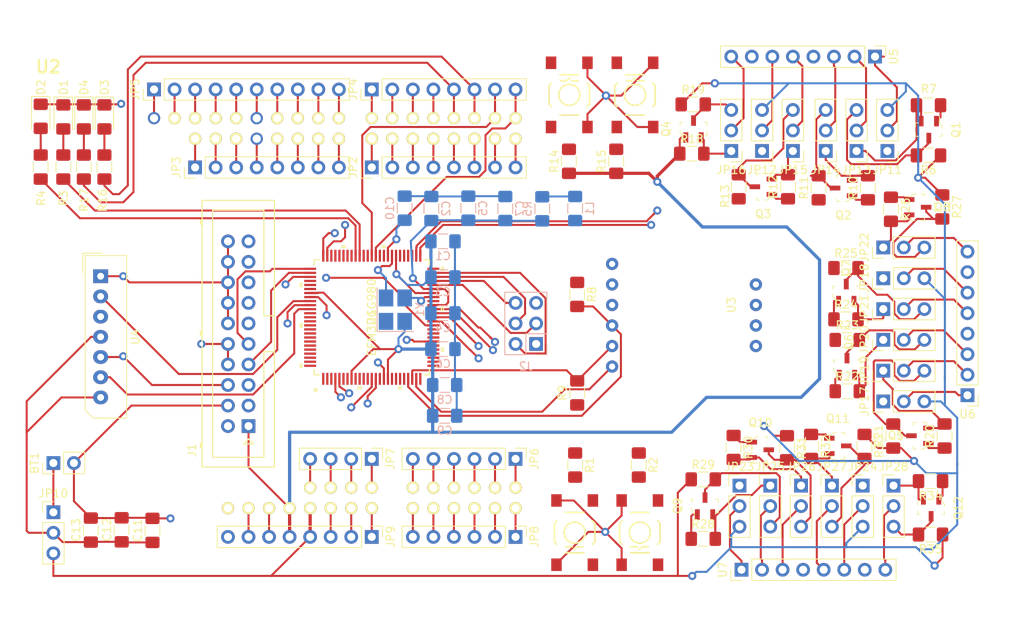
<source format=kicad_pcb>
(kicad_pcb (version 20171130) (host pcbnew 5.0.0-fee4fd1~66~ubuntu18.04.1)
  (layers (0 F.Cu signal) (1 GND power hide) (2 In.Cu signal) (31 B.Cu signal) (34 B.Paste user) (35 F.Paste user) (36 B.SilkS user) (37 F.SilkS user hide) (38 B.Mask user) (39 F.Mask user) (44 Edge.Cuts user))
  (net 0 "")
  (net 1 GND)
  (net 2 +3V3)
  (net 3 /AVDD_DEC)
  (net 4 /DEC)
  (net 5 "Net-(D1-Pad2)")
  (net 6 "Net-(D2-Pad2)")
  (net 7 "Net-(D3-Pad2)")
  (net 8 "Net-(D4-Pad2)")
  (net 9 "Net-(J1-Pad2)")
  (net 10 "Net-(J1-Pad3)")
  (net 11 "Net-(J1-Pad5)")
  (net 12 /JTAG/SWDIO)
  (net 13 /JTAG/SWCLK)
  (net 14 "Net-(J1-Pad11)")
  (net 15 /JTAG/SWO)
  (net 16 /MCU_RST)
  (net 17 "Net-(J1-Pad17)")
  (net 18 "Net-(J1-Pad19)")
  (net 19 /SPI/MISO)
  (net 20 /SPI/SCLK)
  (net 21 /SPI/SS)
  (net 22 /SPI/MOSI)
  (net 23 "Net-(JP2-Pad1)")
  (net 24 "Net-(JP2-Pad2)")
  (net 25 "Net-(JP2-Pad3)")
  (net 26 "Net-(JP2-Pad4)")
  (net 27 "Net-(JP2-Pad5)")
  (net 28 "Net-(JP2-Pad6)")
  (net 29 "Net-(JP2-Pad7)")
  (net 30 "Net-(JP2-Pad8)")
  (net 31 "Net-(JP3-Pad8)")
  (net 32 "Net-(JP3-Pad7)")
  (net 33 "Net-(JP3-Pad6)")
  (net 34 "Net-(JP3-Pad5)")
  (net 35 "Net-(JP3-Pad4)")
  (net 36 "Net-(JP3-Pad3)")
  (net 37 "Net-(JP3-Pad2)")
  (net 38 "Net-(JP3-Pad1)")
  (net 39 "Net-(JP4-Pad1)")
  (net 40 "Net-(JP4-Pad2)")
  (net 41 /PYNQ-DEBUG/SW_2)
  (net 42 /PYNQ-DEBUG/SW_1)
  (net 43 /PYNQ-DEBUG/LED_2)
  (net 44 /PYNQ-DEBUG/LED_1)
  (net 45 /PYNQ_TX)
  (net 46 /PYNQ_RX)
  (net 47 /PYNQ_SCL)
  (net 48 /PYNQ_SDA)
  (net 49 "Net-(JP5-Pad3)")
  (net 50 "Net-(JP5-Pad4)")
  (net 51 "Net-(JP5-Pad5)")
  (net 52 "Net-(JP5-Pad6)")
  (net 53 "Net-(JP5-Pad7)")
  (net 54 "Net-(JP5-Pad8)")
  (net 55 "Net-(JP5-Pad9)")
  (net 56 "Net-(JP5-Pad10)")
  (net 57 "Net-(JP6-Pad1)")
  (net 58 "Net-(JP6-Pad2)")
  (net 59 "Net-(JP6-Pad3)")
  (net 60 "Net-(JP6-Pad4)")
  (net 61 "Net-(JP6-Pad5)")
  (net 62 "Net-(JP6-Pad6)")
  (net 63 "Net-(JP7-Pad1)")
  (net 64 "Net-(JP7-Pad2)")
  (net 65 "Net-(JP7-Pad3)")
  (net 66 "Net-(JP7-Pad4)")
  (net 67 "Net-(JP8-Pad6)")
  (net 68 "Net-(JP8-Pad5)")
  (net 69 "Net-(JP8-Pad4)")
  (net 70 "Net-(JP8-Pad3)")
  (net 71 "Net-(JP8-Pad2)")
  (net 72 "Net-(JP8-Pad1)")
  (net 73 "Net-(JP9-Pad8)")
  (net 74 "Net-(JP9-Pad7)")
  (net 75 "Net-(JP9-Pad6)")
  (net 76 VCC)
  (net 77 "Net-(JP9-Pad1)")
  (net 78 "Net-(L1-Pad2)")
  (net 79 /EFM_DEBUG/LED_1)
  (net 80 /EFM_DEBUG/LED_2)
  (net 81 "Net-(U1-Pad6)")
  (net 82 "Net-(U1-Pad7)")
  (net 83 "Net-(U1-Pad15)")
  (net 84 "Net-(U1-Pad20)")
  (net 85 "Net-(U1-Pad21)")
  (net 86 "Net-(U1-Pad25)")
  (net 87 "Net-(U1-Pad30)")
  (net 88 "Net-(U1-Pad33)")
  (net 89 "Net-(U1-Pad34)")
  (net 90 "Net-(U1-Pad35)")
  (net 91 "Net-(U1-Pad42)")
  (net 92 /CLOCK/HFXTAL_N)
  (net 93 "Net-(U1-Pad50)")
  (net 94 /LIDAR/MOTO_CTRL)
  (net 95 /IMU/SDA)
  (net 96 /IMU/SCL)
  (net 97 /IMU/RST)
  (net 98 /LIDAR/RX)
  (net 99 /LIDAR/TX)
  (net 100 "Net-(U1-Pad68)")
  (net 101 "Net-(U1-Pad69)")
  (net 102 "Net-(U1-Pad71)")
  (net 103 "Net-(U1-Pad72)")
  (net 104 "Net-(U1-Pad73)")
  (net 105 "Net-(U1-Pad79)")
  (net 106 "Net-(U1-Pad80)")
  (net 107 "Net-(U1-Pad81)")
  (net 108 "Net-(U1-Pad87)")
  (net 109 "Net-(U1-Pad88)")
  (net 110 "Net-(U1-Pad93)")
  (net 111 "Net-(U1-Pad94)")
  (net 112 "Net-(U1-Pad95)")
  (net 113 "Net-(U1-Pad96)")
  (net 114 "Net-(U1-Pad97)")
  (net 115 "Net-(U1-Pad98)")
  (net 116 "Net-(U1-Pad99)")
  (net 117 "Net-(U1-Pad100)")
  (net 118 "Net-(U2-PadNC1)")
  (net 119 "Net-(U3-Pad10)")
  (net 120 "Net-(U3-Pad8)")
  (net 121 "Net-(U3-Pad7)")
  (net 122 "Net-(U3-Pad5)")
  (net 123 "Net-(BT1-Pad1)")
  (net 124 "Net-(C11-Pad1)")
  (net 125 "Net-(J2-Pad1)")
  (net 126 "Net-(J2-Pad5)")
  (net 127 "Net-(JP11-Pad2)")
  (net 128 "Net-(JP12-Pad2)")
  (net 129 "Net-(JP13-Pad3)")
  (net 130 "Net-(JP13-Pad2)")
  (net 131 "Net-(JP14-Pad3)")
  (net 132 "Net-(JP14-Pad2)")
  (net 133 "Net-(JP15-Pad2)")
  (net 134 "Net-(JP15-Pad3)")
  (net 135 "Net-(JP16-Pad3)")
  (net 136 "Net-(JP16-Pad2)")
  (net 137 "Net-(JP17-Pad2)")
  (net 138 "Net-(JP18-Pad2)")
  (net 139 "Net-(JP19-Pad3)")
  (net 140 "Net-(JP19-Pad2)")
  (net 141 "Net-(JP20-Pad2)")
  (net 142 "Net-(JP20-Pad3)")
  (net 143 "Net-(JP21-Pad2)")
  (net 144 "Net-(JP21-Pad3)")
  (net 145 "Net-(JP22-Pad3)")
  (net 146 "Net-(JP22-Pad2)")
  (net 147 "Net-(JP23-Pad2)")
  (net 148 "Net-(JP24-Pad2)")
  (net 149 "Net-(JP25-Pad2)")
  (net 150 "Net-(JP25-Pad3)")
  (net 151 "Net-(JP26-Pad3)")
  (net 152 "Net-(JP26-Pad2)")
  (net 153 "Net-(JP27-Pad2)")
  (net 154 "Net-(JP27-Pad3)")
  (net 155 "Net-(JP28-Pad3)")
  (net 156 "Net-(JP28-Pad2)")
  (net 157 /IMU/INT)
  (net 158 "Net-(U1-Pad9)")
  (net 159 "Net-(U1-Pad10)")
  (net 160 "Net-(U1-Pad11)")
  (net 161 "Net-(U1-Pad12)")
  (net 162 /PF11)
  (net 163 /PF10)
  (net 164 /PB10)
  (net 165 /PB9)
  (net 166 /PA4)
  (net 167 /PA3)
  (net 168 "Net-(U1-Pad3)")
  (net 169 "Net-(U1-Pad28)")
  (net 170 "Net-(U1-Pad29)")
  (net 171 "Net-(U1-Pad60)")
  (net 172 "Net-(U1-Pad61)")
  (net 173 "Net-(U1-Pad89)")
  (net 174 "Net-(U1-Pad90)")
  (net 175 "Net-(U1-Pad91)")
  (net 176 "Net-(U1-Pad92)")
  (net 177 /PD5)
  (net 178 /PD6)
  (net 179 /PB11)
  (net 180 /PB12)
  (net 181 /PB4)
  (net 182 /PB5)
  (net 183 "Net-(U1-Pad26)")
  (net 184 "Net-(U1-Pad27)")
  (net 185 "Net-(U1-Pad53)")
  (net 186 "Net-(U1-Pad54)")
  (net 187 "Net-(U1-Pad64)")
  (net 188 "Net-(U1-Pad65)")
  (net 189 "Net-(U1-Pad70)")
  (net 190 /PC1)
  (net 191 /PC0)
  (net 192 "Net-(U1-Pad1)")
  (net 193 "Net-(U1-Pad2)")
  (module Connector_Molex:Molex_SPOX_5267-07A_1x07_P2.50mm_Vertical (layer F.Cu) (at 68.072 72.898 270)
    (fp_text reference U4 (at 7.5 -4.3 270) (layer F.SilkS))
    (fp_text value lidar)
    (pad 1 thru_hole rect (at 0 0 270) (size 1.7 1.85) (drill 0.85) (layers *.Cu *.Mask) (net 1 GND))
    (pad 2 thru_hole oval (at 2.5 0 270) (size 1.7 1.85) (drill 0.85) (layers *.Cu *.Mask) (net 99 /LIDAR/TX))
    (pad 3 thru_hole oval (at 5 0 270) (size 1.7 1.85) (drill 0.85) (layers *.Cu *.Mask) (net 98 /LIDAR/RX))
    (pad 4 thru_hole oval (at 7.5 0 270) (size 1.7 1.85) (drill 0.85) (layers *.Cu *.Mask) (net 124 "Net-(C11-Pad1)"))
    (pad 5 thru_hole oval (at 10 0 270) (size 1.7 1.85) (drill 0.85) (layers *.Cu *.Mask) (net 1 GND))
    (pad 6 thru_hole oval (at 12.5 0 270) (size 1.7 1.85) (drill 0.85) (layers *.Cu *.Mask) (net 94 /LIDAR/MOTO_CTRL))
    (pad 7 thru_hole oval (at 15 0 270) (size 1.7 1.85) (drill 0.85) (layers *.Cu *.Mask) (net 124 "Net-(C11-Pad1)"))
  )
  (module efm32-footprints:EFM32GG980 (layer F.Cu) (at 101.6 77.978 90)
    (fp_text reference U1 (at 0 0 90) (layer F.SilkS))
    (fp_text value EFM32GG980 (at 0 0 90) (layer F.SilkS))
    (fp_text user * (at -8.9916 -6.631 90) (layer F.SilkS))
    (pad 1 smd rect (at -7.62 -6.000001 180) (size 0.2794 1.4732) (layers F.Cu F.Paste F.Mask) (net 192 "Net-(U1-Pad1)"))
    (pad 2 smd rect (at -7.62 -5.499999 180) (size 0.2794 1.4732) (layers F.Cu F.Paste F.Mask) (net 193 "Net-(U1-Pad2)"))
    (pad 3 smd rect (at -7.62 -5 180) (size 0.2794 1.4732) (layers F.Cu F.Paste F.Mask) (net 168 "Net-(U1-Pad3)"))
    (pad 4 smd rect (at -7.62 -4.500001 180) (size 0.2794 1.4732) (layers F.Cu F.Paste F.Mask) (net 167 /PA3))
    (pad 5 smd rect (at -7.62 -4 180) (size 0.2794 1.4732) (layers F.Cu F.Paste F.Mask) (net 166 /PA4))
    (pad 6 smd rect (at -7.62 -3.500001 180) (size 0.2794 1.4732) (layers F.Cu F.Paste F.Mask) (net 81 "Net-(U1-Pad6)"))
    (pad 7 smd rect (at -7.62 -2.999999 180) (size 0.2794 1.4732) (layers F.Cu F.Paste F.Mask) (net 82 "Net-(U1-Pad7)"))
    (pad 8 smd rect (at -7.62 -2.5 180) (size 0.2794 1.4732) (layers F.Cu F.Paste F.Mask) (net 2 +3V3))
    (pad 9 smd rect (at -7.62 -2.000001 180) (size 0.2794 1.4732) (layers F.Cu F.Paste F.Mask) (net 158 "Net-(U1-Pad9)"))
    (pad 10 smd rect (at -7.62 -1.5 180) (size 0.2794 1.4732) (layers F.Cu F.Paste F.Mask) (net 159 "Net-(U1-Pad10)"))
    (pad 11 smd rect (at -7.62 -1.000001 180) (size 0.2794 1.4732) (layers F.Cu F.Paste F.Mask) (net 160 "Net-(U1-Pad11)"))
    (pad 12 smd rect (at -7.62 -0.500002 180) (size 0.2794 1.4732) (layers F.Cu F.Paste F.Mask) (net 161 "Net-(U1-Pad12)"))
    (pad 13 smd rect (at -7.62 0 180) (size 0.2794 1.4732) (layers F.Cu F.Paste F.Mask) (net 181 /PB4))
    (pad 14 smd rect (at -7.62 0.499999 180) (size 0.2794 1.4732) (layers F.Cu F.Paste F.Mask) (net 182 /PB5))
    (pad 15 smd rect (at -7.62 1.000001 180) (size 0.2794 1.4732) (layers F.Cu F.Paste F.Mask) (net 83 "Net-(U1-Pad15)"))
    (pad 16 smd rect (at -7.62 1.5 180) (size 0.2794 1.4732) (layers F.Cu F.Paste F.Mask) (net 1 GND))
    (pad 17 smd rect (at -7.62 1.999999 180) (size 0.2794 1.4732) (layers F.Cu F.Paste F.Mask) (net 2 +3V3))
    (pad 18 smd rect (at -7.62 2.5 180) (size 0.2794 1.4732) (layers F.Cu F.Paste F.Mask) (net 191 /PC0))
    (pad 19 smd rect (at -7.62 2.999999 180) (size 0.2794 1.4732) (layers F.Cu F.Paste F.Mask) (net 190 /PC1))
    (pad 20 smd rect (at -7.62 3.500001 180) (size 0.2794 1.4732) (layers F.Cu F.Paste F.Mask) (net 84 "Net-(U1-Pad20)"))
    (pad 21 smd rect (at -7.62 4 180) (size 0.2794 1.4732) (layers F.Cu F.Paste F.Mask) (net 85 "Net-(U1-Pad21)"))
    (pad 22 smd rect (at -7.62 4.499999 180) (size 0.2794 1.4732) (layers F.Cu F.Paste F.Mask) (net 95 /IMU/SDA))
    (pad 23 smd rect (at -7.62 5 180) (size 0.2794 1.4732) (layers F.Cu F.Paste F.Mask) (net 96 /IMU/SCL))
    (pad 24 smd rect (at -7.62 5.499999 180) (size 0.2794 1.4732) (layers F.Cu F.Paste F.Mask) (net 97 /IMU/RST))
    (pad 25 smd rect (at -7.62 6.000001 180) (size 0.2794 1.4732) (layers F.Cu F.Paste F.Mask) (net 86 "Net-(U1-Pad25)"))
    (pad 26 smd rect (at -6.000001 7.62 90) (size 0.2794 1.4732) (layers F.Cu F.Paste F.Mask) (net 183 "Net-(U1-Pad26)"))
    (pad 27 smd rect (at -5.499999 7.62 90) (size 0.2794 1.4732) (layers F.Cu F.Paste F.Mask) (net 184 "Net-(U1-Pad27)"))
    (pad 28 smd rect (at -5 7.62 90) (size 0.2794 1.4732) (layers F.Cu F.Paste F.Mask) (net 169 "Net-(U1-Pad28)"))
    (pad 29 smd rect (at -4.500001 7.62 90) (size 0.2794 1.4732) (layers F.Cu F.Paste F.Mask) (net 170 "Net-(U1-Pad29)"))
    (pad 30 smd rect (at -4 7.62 90) (size 0.2794 1.4732) (layers F.Cu F.Paste F.Mask) (net 87 "Net-(U1-Pad30)"))
    (pad 31 smd rect (at -3.500001 7.62 90) (size 0.2794 1.4732) (layers F.Cu F.Paste F.Mask) (net 2 +3V3))
    (pad 32 smd rect (at -2.999999 7.62 90) (size 0.2794 1.4732) (layers F.Cu F.Paste F.Mask) (net 1 GND))
    (pad 33 smd rect (at -2.5 7.62 90) (size 0.2794 1.4732) (layers F.Cu F.Paste F.Mask) (net 88 "Net-(U1-Pad33)"))
    (pad 34 smd rect (at -2.000001 7.62 90) (size 0.2794 1.4732) (layers F.Cu F.Paste F.Mask) (net 89 "Net-(U1-Pad34)"))
    (pad 35 smd rect (at -1.5 7.62 90) (size 0.2794 1.4732) (layers F.Cu F.Paste F.Mask) (net 90 "Net-(U1-Pad35)"))
    (pad 36 smd rect (at -1.000001 7.62 90) (size 0.2794 1.4732) (layers F.Cu F.Paste F.Mask) (net 16 /MCU_RST))
    (pad 37 smd rect (at -0.499999 7.62 90) (size 0.2794 1.4732) (layers F.Cu F.Paste F.Mask) (net 165 /PB9))
    (pad 38 smd rect (at 0 7.62 90) (size 0.2794 1.4732) (layers F.Cu F.Paste F.Mask) (net 164 /PB10))
    (pad 39 smd rect (at 0.499999 7.62 90) (size 0.2794 1.4732) (layers F.Cu F.Paste F.Mask) (net 179 /PB11))
    (pad 40 smd rect (at 1.000001 7.62 90) (size 0.2794 1.4732) (layers F.Cu F.Paste F.Mask) (net 180 /PB12))
    (pad 41 smd rect (at 1.5 7.62 90) (size 0.2794 1.4732) (layers F.Cu F.Paste F.Mask) (net 3 /AVDD_DEC))
    (pad 42 smd rect (at 2.000001 7.62 90) (size 0.2794 1.4732) (layers F.Cu F.Paste F.Mask) (net 91 "Net-(U1-Pad42)"))
    (pad 43 smd rect (at 2.5 7.62 90) (size 0.2794 1.4732) (layers F.Cu F.Paste F.Mask) (net 92 /CLOCK/HFXTAL_N))
    (pad 44 smd rect (at 2.999999 7.62 90) (size 0.2794 1.4732) (layers F.Cu F.Paste F.Mask) (net 2 +3V3))
    (pad 45 smd rect (at 3.500001 7.62 90) (size 0.2794 1.4732) (layers F.Cu F.Paste F.Mask) (net 3 /AVDD_DEC))
    (pad 46 smd rect (at 4 7.62 90) (size 0.2794 1.4732) (layers F.Cu F.Paste F.Mask) (net 22 /SPI/MOSI))
    (pad 47 smd rect (at 4.500001 7.62 90) (size 0.2794 1.4732) (layers F.Cu F.Paste F.Mask) (net 19 /SPI/MISO))
    (pad 48 smd rect (at 5 7.62 90) (size 0.2794 1.4732) (layers F.Cu F.Paste F.Mask) (net 20 /SPI/SCLK))
    (pad 49 smd rect (at 5.499999 7.62 90) (size 0.2794 1.4732) (layers F.Cu F.Paste F.Mask) (net 21 /SPI/SS))
    (pad 50 smd rect (at 6.000001 7.62 90) (size 0.2794 1.4732) (layers F.Cu F.Paste F.Mask) (net 93 "Net-(U1-Pad50)"))
    (pad 51 smd rect (at 7.62 6.000001 180) (size 0.2794 1.4732) (layers F.Cu F.Paste F.Mask) (net 177 /PD5))
    (pad 52 smd rect (at 7.62 5.499999 180) (size 0.2794 1.4732) (layers F.Cu F.Paste F.Mask) (net 178 /PD6))
    (pad 53 smd rect (at 7.62 5 180) (size 0.2794 1.4732) (layers F.Cu F.Paste F.Mask) (net 185 "Net-(U1-Pad53)"))
    (pad 54 smd rect (at 7.62 4.500001 180) (size 0.2794 1.4732) (layers F.Cu F.Paste F.Mask) (net 186 "Net-(U1-Pad54)"))
    (pad 55 smd rect (at 7.62 4 180) (size 0.2794 1.4732) (layers F.Cu F.Paste F.Mask) (net 48 /PYNQ_SDA))
    (pad 56 smd rect (at 7.62 3.500001 180) (size 0.2794 1.4732) (layers F.Cu F.Paste F.Mask) (net 47 /PYNQ_SCL))
    (pad 57 smd rect (at 7.62 2.999999 180) (size 0.2794 1.4732) (layers F.Cu F.Paste F.Mask) (net 2 +3V3))
    (pad 58 smd rect (at 7.62 2.5 180) (size 0.2794 1.4732) (layers F.Cu F.Paste F.Mask) (net 1 GND))
    (pad 59 smd rect (at 7.62 2.000001 180) (size 0.2794 1.4732) (layers F.Cu F.Paste F.Mask) (net 4 /DEC))
    (pad 60 smd rect (at 7.62 1.5 180) (size 0.2794 1.4732) (layers F.Cu F.Paste F.Mask) (net 171 "Net-(U1-Pad60)"))
    (pad 61 smd rect (at 7.62 1.000001 180) (size 0.2794 1.4732) (layers F.Cu F.Paste F.Mask) (net 172 "Net-(U1-Pad61)"))
    (pad 62 smd rect (at 7.62 0.499999 180) (size 0.2794 1.4732) (layers F.Cu F.Paste F.Mask) (net 46 /PYNQ_RX))
    (pad 63 smd rect (at 7.62 0 180) (size 0.2794 1.4732) (layers F.Cu F.Paste F.Mask) (net 45 /PYNQ_TX))
    (pad 64 smd rect (at 7.62 -0.499999 180) (size 0.2794 1.4732) (layers F.Cu F.Paste F.Mask) (net 187 "Net-(U1-Pad64)"))
    (pad 65 smd rect (at 7.62 -1.000001 180) (size 0.2794 1.4732) (layers F.Cu F.Paste F.Mask) (net 188 "Net-(U1-Pad65)"))
    (pad 66 smd rect (at 7.62 -1.5 180) (size 0.2794 1.4732) (layers F.Cu F.Paste F.Mask) (net 79 /EFM_DEBUG/LED_1))
    (pad 67 smd rect (at 7.62 -2.000001 180) (size 0.2794 1.4732) (layers F.Cu F.Paste F.Mask) (net 80 /EFM_DEBUG/LED_2))
    (pad 68 smd rect (at 7.62 -2.5 180) (size 0.2794 1.4732) (layers F.Cu F.Paste F.Mask) (net 100 "Net-(U1-Pad68)"))
    (pad 69 smd rect (at 7.62 -2.999999 180) (size 0.2794 1.4732) (layers F.Cu F.Paste F.Mask) (net 101 "Net-(U1-Pad69)"))
    (pad 70 smd rect (at 7.62 -3.500001 180) (size 0.2794 1.4732) (layers F.Cu F.Paste F.Mask) (net 189 "Net-(U1-Pad70)"))
    (pad 71 smd rect (at 7.62 -4 180) (size 0.2794 1.4732) (layers F.Cu F.Paste F.Mask) (net 102 "Net-(U1-Pad71)"))
    (pad 72 smd rect (at 7.62 -4.500001 180) (size 0.2794 1.4732) (layers F.Cu F.Paste F.Mask) (net 103 "Net-(U1-Pad72)"))
    (pad 73 smd rect (at 7.62 -5 180) (size 0.2794 1.4732) (layers F.Cu F.Paste F.Mask) (net 104 "Net-(U1-Pad73)"))
    (pad 74 smd rect (at 7.62 -5.499999 180) (size 0.2794 1.4732) (layers F.Cu F.Paste F.Mask) (net 163 /PF10))
    (pad 75 smd rect (at 7.62 -6.000001 180) (size 0.2794 1.4732) (layers F.Cu F.Paste F.Mask) (net 162 /PF11))
    (pad 76 smd rect (at 6.000001 -7.62 90) (size 0.2794 1.4732) (layers F.Cu F.Paste F.Mask) (net 13 /JTAG/SWCLK))
    (pad 77 smd rect (at 5.499999 -7.62 90) (size 0.2794 1.4732) (layers F.Cu F.Paste F.Mask) (net 12 /JTAG/SWDIO))
    (pad 78 smd rect (at 5 -7.62 90) (size 0.2794 1.4732) (layers F.Cu F.Paste F.Mask) (net 15 /JTAG/SWO))
    (pad 79 smd rect (at 4.500001 -7.62 90) (size 0.2794 1.4732) (layers F.Cu F.Paste F.Mask) (net 105 "Net-(U1-Pad79)"))
    (pad 80 smd rect (at 4 -7.62 90) (size 0.2794 1.4732) (layers F.Cu F.Paste F.Mask) (net 106 "Net-(U1-Pad80)"))
    (pad 81 smd rect (at 3.500001 -7.62 90) (size 0.2794 1.4732) (layers F.Cu F.Paste F.Mask) (net 107 "Net-(U1-Pad81)"))
    (pad 82 smd rect (at 2.999999 -7.62 90) (size 0.2794 1.4732) (layers F.Cu F.Paste F.Mask) (net 2 +3V3))
    (pad 83 smd rect (at 2.5 -7.62 90) (size 0.2794 1.4732) (layers F.Cu F.Paste F.Mask) (net 1 GND))
    (pad 84 smd rect (at 2.000001 -7.62 90) (size 0.2794 1.4732) (layers F.Cu F.Paste F.Mask) (net 99 /LIDAR/TX))
    (pad 85 smd rect (at 1.5 -7.62 90) (size 0.2794 1.4732) (layers F.Cu F.Paste F.Mask) (net 98 /LIDAR/RX))
    (pad 86 smd rect (at 1.000001 -7.62 90) (size 0.2794 1.4732) (layers F.Cu F.Paste F.Mask) (net 94 /LIDAR/MOTO_CTRL))
    (pad 87 smd rect (at 0.499999 -7.62 90) (size 0.2794 1.4732) (layers F.Cu F.Paste F.Mask) (net 108 "Net-(U1-Pad87)"))
    (pad 88 smd rect (at 0 -7.62 90) (size 0.2794 1.4732) (layers F.Cu F.Paste F.Mask) (net 109 "Net-(U1-Pad88)"))
    (pad 89 smd rect (at -0.499999 -7.62 90) (size 0.2794 1.4732) (layers F.Cu F.Paste F.Mask) (net 173 "Net-(U1-Pad89)"))
    (pad 90 smd rect (at -1.000001 -7.62 90) (size 0.2794 1.4732) (layers F.Cu F.Paste F.Mask) (net 174 "Net-(U1-Pad90)"))
    (pad 91 smd rect (at -1.5 -7.62 90) (size 0.2794 1.4732) (layers F.Cu F.Paste F.Mask) (net 175 "Net-(U1-Pad91)"))
    (pad 92 smd rect (at -2.000001 -7.62 90) (size 0.2794 1.4732) (layers F.Cu F.Paste F.Mask) (net 176 "Net-(U1-Pad92)"))
    (pad 93 smd rect (at -2.5 -7.62 90) (size 0.2794 1.4732) (layers F.Cu F.Paste F.Mask) (net 110 "Net-(U1-Pad93)"))
    (pad 94 smd rect (at -2.999999 -7.62 90) (size 0.2794 1.4732) (layers F.Cu F.Paste F.Mask) (net 111 "Net-(U1-Pad94)"))
    (pad 95 smd rect (at -3.500001 -7.62 90) (size 0.2794 1.4732) (layers F.Cu F.Paste F.Mask) (net 112 "Net-(U1-Pad95)"))
    (pad 96 smd rect (at -4 -7.62 90) (size 0.2794 1.4732) (layers F.Cu F.Paste F.Mask) (net 113 "Net-(U1-Pad96)"))
    (pad 97 smd rect (at -4.500001 -7.62 90) (size 0.2794 1.4732) (layers F.Cu F.Paste F.Mask) (net 114 "Net-(U1-Pad97)"))
    (pad 98 smd rect (at -5 -7.62 90) (size 0.2794 1.4732) (layers F.Cu F.Paste F.Mask) (net 115 "Net-(U1-Pad98)"))
    (pad 99 smd rect (at -5.499999 -7.62 90) (size 0.2794 1.4732) (layers F.Cu F.Paste F.Mask) (net 116 "Net-(U1-Pad99)"))
    (pad 100 smd rect (at -6.000001 -7.62 90) (size 0.2794 1.4732) (layers F.Cu F.Paste F.Mask) (net 117 "Net-(U1-Pad100)"))
  )
  (module Connector_PinSocket_2.54mm:PinSocket_2x03_P2.54mm_Vertical (layer B.Cu) (at 121.92 81.28)
    (fp_text reference J2 (at -1.27 2.77) (layer B.SilkS) (effects (justify mirror)))
    (fp_text value Conn_02x03_Counter_Clockwise)
    (pad 1 thru_hole rect (at 0 0) (size 1.7 1.7) (drill 1) (layers *.Cu *.Mask) (net 125 "Net-(J2-Pad1)"))
    (pad 2 thru_hole oval (at -2.54 0) (size 1.7 1.7) (drill 1) (layers *.Cu *.Mask) (net 21 /SPI/SS))
    (pad 3 thru_hole oval (at 0 -2.54) (size 1.7 1.7) (drill 1) (layers *.Cu *.Mask) (net 22 /SPI/MOSI))
    (pad 4 thru_hole oval (at -2.54 -2.54) (size 1.7 1.7) (drill 1) (layers *.Cu *.Mask) (net 20 /SPI/SCLK))
    (pad 5 thru_hole oval (at 0 -5.08) (size 1.7 1.7) (drill 1) (layers *.Cu *.Mask) (net 126 "Net-(J2-Pad5)"))
    (pad 6 thru_hole oval (at -2.54 -5.08) (size 1.7 1.7) (drill 1) (layers *.Cu *.Mask) (net 19 /SPI/MISO))
  )
  (module "Adafruit BNO055:BNO055" (layer F.Cu) (at 146.558 76.454 270)
    (fp_text reference U3 (at 0 0.5 270) (layer F.SilkS))
    (fp_text value IMU)
    (pad 1 thru_hole circle (at 7.62 15.24 270) (size 1.524 1.524) (drill 0.762) (layers *.Cu *.Mask) (net 97 /IMU/RST))
    (pad 2 thru_hole circle (at 5.08 15.24 270) (size 1.524 1.524) (drill 0.762) (layers *.Cu *.Mask) (net 96 /IMU/SCL))
    (pad 3 thru_hole circle (at 2.54 15.24 270) (size 1.524 1.524) (drill 0.762) (layers *.Cu *.Mask) (net 95 /IMU/SDA))
    (pad 4 thru_hole circle (at 0 15.24 270) (size 1.524 1.524) (drill 0.762) (layers *.Cu *.Mask) (net 1 GND))
    (pad 5 thru_hole circle (at -2.54 15.24 270) (size 1.524 1.524) (drill 0.762) (layers *.Cu *.Mask) (net 122 "Net-(U3-Pad5)"))
    (pad 6 thru_hole circle (at -5.08 15.24 270) (size 1.524 1.524) (drill 0.762) (layers *.Cu *.Mask) (net 2 +3V3))
    (pad 7 thru_hole circle (at -2.54 -2.54 270) (size 1.524 1.524) (drill 0.762) (layers *.Cu *.Mask) (net 121 "Net-(U3-Pad7)"))
    (pad 8 thru_hole circle (at 0 -2.54 270) (size 1.524 1.524) (drill 0.762) (layers *.Cu *.Mask) (net 120 "Net-(U3-Pad8)"))
    (pad 9 thru_hole circle (at 2.54 -2.54 270) (size 1.524 1.524) (drill 0.762) (layers *.Cu *.Mask) (net 157 /IMU/INT))
    (pad 10 thru_hole circle (at 5.08 -2.54 270) (size 1.524 1.524) (drill 0.762) (layers *.Cu *.Mask) (net 119 "Net-(U3-Pad10)"))
  )
  (module Connector_Multicomp:Multicomp_MC9A12-2034_2x10_P2.54mm_Vertical (layer F.Cu) (at 86.36 91.44 90)
    (fp_text reference J1 (at -3 -7 90) (layer F.SilkS))
    (fp_text value Conn_02x10_Odd_Even)
    (pad 20 thru_hole circle (at 22.86 -2.54 90) (size 1.7 1.7) (drill 1) (layers *.Cu *.Mask) (net 1 GND))
    (pad 19 thru_hole circle (at 22.86 0 90) (size 1.7 1.7) (drill 1) (layers *.Cu *.Mask) (net 18 "Net-(J1-Pad19)"))
    (pad 18 thru_hole circle (at 20.32 -2.54 90) (size 1.7 1.7) (drill 1) (layers *.Cu *.Mask) (net 1 GND))
    (pad 17 thru_hole circle (at 20.32 0 90) (size 1.7 1.7) (drill 1) (layers *.Cu *.Mask) (net 17 "Net-(J1-Pad17)"))
    (pad 16 thru_hole circle (at 17.78 -2.54 90) (size 1.7 1.7) (drill 1) (layers *.Cu *.Mask) (net 1 GND))
    (pad 15 thru_hole circle (at 17.78 0 90) (size 1.7 1.7) (drill 1) (layers *.Cu *.Mask) (net 16 /MCU_RST))
    (pad 14 thru_hole circle (at 15.24 -2.54 90) (size 1.7 1.7) (drill 1) (layers *.Cu *.Mask) (net 1 GND))
    (pad 13 thru_hole circle (at 15.24 0 90) (size 1.7 1.7) (drill 1) (layers *.Cu *.Mask) (net 15 /JTAG/SWO))
    (pad 12 thru_hole circle (at 12.7 -2.54 90) (size 1.7 1.7) (drill 1) (layers *.Cu *.Mask) (net 1 GND))
    (pad 11 thru_hole circle (at 12.7 0 90) (size 1.7 1.7) (drill 1) (layers *.Cu *.Mask) (net 14 "Net-(J1-Pad11)"))
    (pad 10 thru_hole circle (at 10.16 -2.54 90) (size 1.7 1.7) (drill 1) (layers *.Cu *.Mask) (net 1 GND))
    (pad 9 thru_hole circle (at 10.16 0 90) (size 1.7 1.7) (drill 1) (layers *.Cu *.Mask) (net 13 /JTAG/SWCLK))
    (pad 8 thru_hole circle (at 7.62 -2.54 90) (size 1.7 1.7) (drill 1) (layers *.Cu *.Mask) (net 1 GND))
    (pad 7 thru_hole circle (at 7.62 0 90) (size 1.7 1.7) (drill 1) (layers *.Cu *.Mask) (net 12 /JTAG/SWDIO))
    (pad 6 thru_hole circle (at 5.08 -2.54 90) (size 1.7 1.7) (drill 1) (layers *.Cu *.Mask) (net 1 GND))
    (pad 5 thru_hole circle (at 5.08 0 90) (size 1.7 1.7) (drill 1) (layers *.Cu *.Mask) (net 11 "Net-(J1-Pad5)"))
    (pad 4 thru_hole circle (at 2.54 -2.54 90) (size 1.7 1.7) (drill 1) (layers *.Cu *.Mask) (net 1 GND))
    (pad 3 thru_hole circle (at 2.54 0 90) (size 1.7 1.7) (drill 1) (layers *.Cu *.Mask) (net 10 "Net-(J1-Pad3)"))
    (pad 2 thru_hole circle (at 0 -2.54 90) (size 1.7 1.7) (drill 1) (layers *.Cu *.Mask) (net 9 "Net-(J1-Pad2)"))
    (pad 1 thru_hole rect (at 0 0 90) (size 1.7 1.7) (drill 1) (layers *.Cu *.Mask) (net 2 +3V3))
  )
  (module Connector_PinHeader_2.54mm:PinHeader_1x03_P2.54mm_Vertical (layer F.Cu) (at 164.846 88.392 90)
    (fp_text reference JP17 (at 0 -2.33 90) (layer F.SilkS))
    (fp_text value Jumper_NC_Dual)
    (pad 1 thru_hole rect (at 0 0 90) (size 1.7 1.7) (drill 1) (layers *.Cu *.Mask) (net 2 +3V3))
    (pad 2 thru_hole oval (at 0 2.54 90) (size 1.7 1.7) (drill 1) (layers *.Cu *.Mask) (net 137 "Net-(JP17-Pad2)"))
    (pad 3 thru_hole oval (at 0 5.08 90) (size 1.7 1.7) (drill 1) (layers *.Cu *.Mask) (net 76 VCC))
  )
  (module localization-footprints:ARDUINO_PYNQ_SHIELD (layer F.Cu) (at 55.88 104.14)
    (fp_text reference U2 (at 5.715 -57.15) (layer F.SilkS) (effects (font (size 1.524 1.524) (thickness 0.3048))))
    (fp_text value ARDUINO_PYNQ_SHIELD hide)
    (pad V_P thru_hole circle (at 38.1 -5.08 90) (size 1.524 1.524) (drill 1.016) (layers *.Cu *.Mask F.SilkS) (net 66 "Net-(JP7-Pad4)"))
    (pad V_N thru_hole circle (at 40.64 -5.08 90) (size 1.524 1.524) (drill 1.016) (layers *.Cu *.Mask F.SilkS) (net 65 "Net-(JP7-Pad3)"))
    (pad XGND thru_hole circle (at 43.18 -5.08 90) (size 1.524 1.524) (drill 1.016) (layers *.Cu *.Mask F.SilkS) (net 64 "Net-(JP7-Pad2)"))
    (pad XV_R thru_hole circle (at 45.72 -5.08 90) (size 1.524 1.524) (drill 1.016) (layers *.Cu *.Mask F.SilkS) (net 63 "Net-(JP7-Pad1)"))
    (pad A8 thru_hole circle (at 55.88 -5.08 90) (size 1.524 1.524) (drill 1.016) (layers *.Cu *.Mask F.SilkS) (net 60 "Net-(JP6-Pad4)"))
    (pad A7 thru_hole circle (at 53.34 -5.08 90) (size 1.524 1.524) (drill 1.016) (layers *.Cu *.Mask F.SilkS) (net 61 "Net-(JP6-Pad5)"))
    (pad A6 thru_hole circle (at 50.8 -5.08 90) (size 1.524 1.524) (drill 1.016) (layers *.Cu *.Mask F.SilkS) (net 62 "Net-(JP6-Pad6)"))
    (pad A9 thru_hole circle (at 58.42 -5.08 90) (size 1.524 1.524) (drill 1.016) (layers *.Cu *.Mask F.SilkS) (net 59 "Net-(JP6-Pad3)"))
    (pad A10 thru_hole circle (at 60.96 -5.08 90) (size 1.524 1.524) (drill 1.016) (layers *.Cu *.Mask F.SilkS) (net 58 "Net-(JP6-Pad2)"))
    (pad A11 thru_hole circle (at 63.5 -5.08 90) (size 1.524 1.524) (drill 1.016) (layers *.Cu *.Mask F.SilkS) (net 57 "Net-(JP6-Pad1)"))
    (pad 41 thru_hole circle (at 23.876 -48.26 90) (size 1.523 1.523) (drill 1.016) (layers *.Cu *.Mask F.SilkS) (net 38 "Net-(JP3-Pad1)"))
    (pad 40 thru_hole circle (at 26.416 -48.26 90) (size 1.524 1.524) (drill 1.016) (layers *.Cu *.Mask F.SilkS) (net 37 "Net-(JP3-Pad2)"))
    (pad 39 thru_hole circle (at 28.956 -48.26 90) (size 1.524 1.524) (drill 1.016) (layers *.Cu *.Mask F.SilkS) (net 36 "Net-(JP3-Pad3)"))
    (pad 38 thru_hole circle (at 31.496 -48.26 90) (size 1.524 1.524) (drill 1.016) (layers *.Cu *.Mask) (net 35 "Net-(JP3-Pad4)"))
    (pad 37 thru_hole circle (at 34.036 -48.26 90) (size 1.524 1.524) (drill 1.016) (layers *.Cu *.Mask F.SilkS) (net 34 "Net-(JP3-Pad5)"))
    (pad 36 thru_hole circle (at 36.576 -48.26 90) (size 1.524 1.524) (drill 1.016) (layers *.Cu *.Mask F.SilkS) (net 33 "Net-(JP3-Pad6)"))
    (pad 35 thru_hole circle (at 39.116 -48.26 90) (size 1.524 1.524) (drill 1.016) (layers *.Cu *.Mask F.SilkS) (net 32 "Net-(JP3-Pad7)"))
    (pad 34 thru_hole circle (at 41.656 -48.26 90) (size 1.524 1.524) (drill 1.016) (layers *.Cu *.Mask F.SilkS) (net 31 "Net-(JP3-Pad8)"))
    (pad 33 thru_hole circle (at 45.72 -48.26 90) (size 1.524 1.524) (drill 1.016) (layers *.Cu *.Mask F.SilkS) (net 23 "Net-(JP2-Pad1)"))
    (pad 32 thru_hole circle (at 48.26 -48.26 90) (size 1.524 1.524) (drill 1.016) (layers *.Cu *.Mask F.SilkS) (net 24 "Net-(JP2-Pad2)"))
    (pad 31 thru_hole circle (at 50.8 -48.26 90) (size 1.524 1.524) (drill 1.016) (layers *.Cu *.Mask F.SilkS) (net 25 "Net-(JP2-Pad3)"))
    (pad 30 thru_hole circle (at 53.34 -48.26 90) (size 1.524 1.524) (drill 1.016) (layers *.Cu *.Mask F.SilkS) (net 26 "Net-(JP2-Pad4)"))
    (pad 29 thru_hole circle (at 55.88 -48.26 90) (size 1.524 1.524) (drill 1.016) (layers *.Cu *.Mask F.SilkS) (net 27 "Net-(JP2-Pad5)"))
    (pad 28 thru_hole circle (at 58.42 -48.26 90) (size 1.524 1.524) (drill 1.016) (layers *.Cu *.Mask F.SilkS) (net 28 "Net-(JP2-Pad6)"))
    (pad 27 thru_hole circle (at 60.96 -48.26 90) (size 1.524 1.524) (drill 1.016) (layers *.Cu *.Mask F.SilkS) (net 29 "Net-(JP2-Pad7)"))
    (pad 26 thru_hole circle (at 63.5 -48.26 90) (size 1.524 1.524) (drill 1.016) (layers *.Cu *.Mask F.SilkS) (net 30 "Net-(JP2-Pad8)"))
    (pad A5 thru_hole circle (at 63.5 -2.54 90) (size 1.524 1.524) (drill 1.016) (layers *.Cu *.Mask F.SilkS) (net 72 "Net-(JP8-Pad1)"))
    (pad A4 thru_hole circle (at 60.96 -2.54 90) (size 1.524 1.524) (drill 1.016) (layers *.Cu *.Mask F.SilkS) (net 71 "Net-(JP8-Pad2)"))
    (pad A3 thru_hole circle (at 58.42 -2.54 90) (size 1.524 1.524) (drill 1.016) (layers *.Cu *.Mask F.SilkS) (net 70 "Net-(JP8-Pad3)"))
    (pad A0 thru_hole circle (at 50.8 -2.54 90) (size 1.524 1.524) (drill 1.016) (layers *.Cu *.Mask F.SilkS) (net 67 "Net-(JP8-Pad6)"))
    (pad A1 thru_hole circle (at 53.34 -2.54 90) (size 1.524 1.524) (drill 1.016) (layers *.Cu *.Mask F.SilkS) (net 68 "Net-(JP8-Pad5)"))
    (pad A2 thru_hole circle (at 55.88 -2.54 90) (size 1.524 1.524) (drill 1.016) (layers *.Cu *.Mask F.SilkS) (net 69 "Net-(JP8-Pad4)"))
    (pad VIN thru_hole circle (at 45.72 -2.54 90) (size 1.524 1.524) (drill 1.016) (layers *.Cu *.Mask F.SilkS) (net 77 "Net-(JP9-Pad1)"))
    (pad GND2 thru_hole circle (at 43.18 -2.54 90) (size 1.524 1.524) (drill 1.016) (layers *.Cu *.Mask F.SilkS) (net 1 GND))
    (pad GND1 thru_hole circle (at 40.64 -2.54 90) (size 1.524 1.524) (drill 1.016) (layers *.Cu *.Mask F.SilkS) (net 1 GND))
    (pad 3V3 thru_hole circle (at 35.56 -2.54 90) (size 1.524 1.524) (drill 1.016) (layers *.Cu *.Mask F.SilkS) (net 2 +3V3))
    (pad RST thru_hole circle (at 33.02 -2.54 90) (size 1.524 1.524) (drill 1.016) (layers *.Cu *.Mask F.SilkS) (net 75 "Net-(JP9-Pad6)"))
    (pad 0 thru_hole circle (at 63.5 -50.8 90) (size 1.524 1.524) (drill 1.016) (layers *.Cu *.Mask F.SilkS) (net 46 /PYNQ_RX))
    (pad 1 thru_hole circle (at 60.96 -50.8 90) (size 1.524 1.524) (drill 1.016) (layers *.Cu *.Mask F.SilkS) (net 45 /PYNQ_TX))
    (pad 2 thru_hole circle (at 58.42 -50.8 90) (size 1.524 1.524) (drill 1.016) (layers *.Cu *.Mask F.SilkS) (net 44 /PYNQ-DEBUG/LED_1))
    (pad 3 thru_hole circle (at 55.88 -50.8 90) (size 1.524 1.524) (drill 1.016) (layers *.Cu *.Mask F.SilkS) (net 43 /PYNQ-DEBUG/LED_2))
    (pad 4 thru_hole circle (at 53.34 -50.8 90) (size 1.524 1.524) (drill 1.016) (layers *.Cu *.Mask F.SilkS) (net 42 /PYNQ-DEBUG/SW_1))
    (pad 5 thru_hole circle (at 50.8 -50.8 90) (size 1.524 1.524) (drill 1.016) (layers *.Cu *.Mask F.SilkS) (net 41 /PYNQ-DEBUG/SW_2))
    (pad 6 thru_hole circle (at 48.26 -50.8 90) (size 1.524 1.524) (drill 1.016) (layers *.Cu *.Mask F.SilkS) (net 40 "Net-(JP4-Pad2)"))
    (pad 7 thru_hole circle (at 45.72 -50.8 90) (size 1.524 1.524) (drill 1.016) (layers *.Cu *.Mask F.SilkS) (net 39 "Net-(JP4-Pad1)"))
    (pad 8 thru_hole circle (at 41.656 -50.8 90) (size 1.524 1.524) (drill 1.016) (layers *.Cu *.Mask F.SilkS) (net 56 "Net-(JP5-Pad10)"))
    (pad 9 thru_hole circle (at 39.116 -50.8 90) (size 1.524 1.524) (drill 1.016) (layers *.Cu *.Mask F.SilkS) (net 55 "Net-(JP5-Pad9)"))
    (pad 10 thru_hole circle (at 36.576 -50.8 90) (size 1.524 1.524) (drill 1.016) (layers *.Cu *.Mask F.SilkS) (net 54 "Net-(JP5-Pad8)"))
    (pad 11 thru_hole circle (at 34.036 -50.8 90) (size 1.524 1.524) (drill 1.016) (layers *.Cu *.Mask F.SilkS) (net 53 "Net-(JP5-Pad7)"))
    (pad 12 thru_hole circle (at 31.496 -50.8 90) (size 1.524 1.524) (drill 1.016) (layers *.Cu *.Mask) (net 52 "Net-(JP5-Pad6)"))
    (pad 13 thru_hole circle (at 28.956 -50.8 90) (size 1.524 1.524) (drill 1.016) (layers *.Cu *.Mask F.SilkS) (net 51 "Net-(JP5-Pad5)"))
    (pad G thru_hole circle (at 26.416 -50.8 90) (size 1.524 1.524) (drill 1.016) (layers *.Cu *.Mask F.SilkS) (net 50 "Net-(JP5-Pad4)"))
    (pad A_R thru_hole circle (at 23.876 -50.8 90) (size 1.523 1.523) (drill 1.016) (layers *.Cu *.Mask F.SilkS) (net 49 "Net-(JP5-Pad3)"))
    (pad 5V thru_hole circle (at 38.1 -2.54 90) (size 1.524 1.524) (drill 1.016) (layers *.Cu *.Mask F.SilkS) (net 76 VCC))
    (pad SDA thru_hole circle (at 21.336 -50.8 90) (size 1.524 1.524) (drill 1.016) (layers *.Cu *.Mask F.SilkS) (net 48 /PYNQ_SDA))
    (pad SCL thru_hole circle (at 18.796 -50.8 90) (size 1.524 1.524) (drill 1.016) (layers *.Cu *.Mask) (net 47 /PYNQ_SCL))
    (pad IO_R thru_hole circle (at 30.48 -2.54 90) (size 1.524 1.524) (drill 1.016) (layers *.Cu *.Mask F.SilkS) (net 74 "Net-(JP9-Pad7)"))
    (pad NC1 thru_hole circle (at 27.94 -2.54 90) (size 1.524 1.524) (drill 1.016) (layers *.Cu *.Mask F.SilkS) (net 118 "Net-(U2-PadNC1)"))
  )
  (module Connector_PinHeader_2.54mm:PinHeader_1x08_P2.54mm_Vertical (layer F.Cu) (at 101.6 59.436 90)
    (fp_text reference JP2 (at 0 -2.33 90) (layer F.SilkS))
    (fp_text value M08)
    (pad 1 thru_hole rect (at 0 0 90) (size 1.7 1.7) (drill 1) (layers *.Cu *.Mask) (net 23 "Net-(JP2-Pad1)"))
    (pad 2 thru_hole oval (at 0 2.54 90) (size 1.7 1.7) (drill 1) (layers *.Cu *.Mask) (net 24 "Net-(JP2-Pad2)"))
    (pad 3 thru_hole oval (at 0 5.08 90) (size 1.7 1.7) (drill 1) (layers *.Cu *.Mask) (net 25 "Net-(JP2-Pad3)"))
    (pad 4 thru_hole oval (at 0 7.62 90) (size 1.7 1.7) (drill 1) (layers *.Cu *.Mask) (net 26 "Net-(JP2-Pad4)"))
    (pad 5 thru_hole oval (at 0 10.16 90) (size 1.7 1.7) (drill 1) (layers *.Cu *.Mask) (net 27 "Net-(JP2-Pad5)"))
    (pad 6 thru_hole oval (at 0 12.7 90) (size 1.7 1.7) (drill 1) (layers *.Cu *.Mask) (net 28 "Net-(JP2-Pad6)"))
    (pad 7 thru_hole oval (at 0 15.24 90) (size 1.7 1.7) (drill 1) (layers *.Cu *.Mask) (net 29 "Net-(JP2-Pad7)"))
    (pad 8 thru_hole oval (at 0 17.78 90) (size 1.7 1.7) (drill 1) (layers *.Cu *.Mask) (net 30 "Net-(JP2-Pad8)"))
  )
  (module Connector_PinHeader_2.54mm:PinHeader_1x08_P2.54mm_Vertical (layer F.Cu) (at 79.756 59.436 90)
    (fp_text reference JP3 (at 0 -2.33 90) (layer F.SilkS))
    (fp_text value M08)
    (pad 8 thru_hole oval (at 0 17.78 90) (size 1.7 1.7) (drill 1) (layers *.Cu *.Mask) (net 31 "Net-(JP3-Pad8)"))
    (pad 7 thru_hole oval (at 0 15.24 90) (size 1.7 1.7) (drill 1) (layers *.Cu *.Mask) (net 32 "Net-(JP3-Pad7)"))
    (pad 6 thru_hole oval (at 0 12.7 90) (size 1.7 1.7) (drill 1) (layers *.Cu *.Mask) (net 33 "Net-(JP3-Pad6)"))
    (pad 5 thru_hole oval (at 0 10.16 90) (size 1.7 1.7) (drill 1) (layers *.Cu *.Mask) (net 34 "Net-(JP3-Pad5)"))
    (pad 4 thru_hole oval (at 0 7.62 90) (size 1.7 1.7) (drill 1) (layers *.Cu *.Mask) (net 35 "Net-(JP3-Pad4)"))
    (pad 3 thru_hole oval (at 0 5.08 90) (size 1.7 1.7) (drill 1) (layers *.Cu *.Mask) (net 36 "Net-(JP3-Pad3)"))
    (pad 2 thru_hole oval (at 0 2.54 90) (size 1.7 1.7) (drill 1) (layers *.Cu *.Mask) (net 37 "Net-(JP3-Pad2)"))
    (pad 1 thru_hole rect (at 0 0 90) (size 1.7 1.7) (drill 1) (layers *.Cu *.Mask) (net 38 "Net-(JP3-Pad1)"))
  )
  (module Connector_PinHeader_2.54mm:PinHeader_1x08_P2.54mm_Vertical (layer F.Cu) (at 101.6 49.784 90)
    (fp_text reference JP4 (at 0 -2.33 90) (layer F.SilkS))
    (fp_text value M08)
    (pad 1 thru_hole rect (at 0 0 90) (size 1.7 1.7) (drill 1) (layers *.Cu *.Mask) (net 39 "Net-(JP4-Pad1)"))
    (pad 2 thru_hole oval (at 0 2.54 90) (size 1.7 1.7) (drill 1) (layers *.Cu *.Mask) (net 40 "Net-(JP4-Pad2)"))
    (pad 3 thru_hole oval (at 0 5.08 90) (size 1.7 1.7) (drill 1) (layers *.Cu *.Mask) (net 41 /PYNQ-DEBUG/SW_2))
    (pad 4 thru_hole oval (at 0 7.62 90) (size 1.7 1.7) (drill 1) (layers *.Cu *.Mask) (net 42 /PYNQ-DEBUG/SW_1))
    (pad 5 thru_hole oval (at 0 10.16 90) (size 1.7 1.7) (drill 1) (layers *.Cu *.Mask) (net 43 /PYNQ-DEBUG/LED_2))
    (pad 6 thru_hole oval (at 0 12.7 90) (size 1.7 1.7) (drill 1) (layers *.Cu *.Mask) (net 44 /PYNQ-DEBUG/LED_1))
    (pad 7 thru_hole oval (at 0 15.24 90) (size 1.7 1.7) (drill 1) (layers *.Cu *.Mask) (net 45 /PYNQ_TX))
    (pad 8 thru_hole oval (at 0 17.78 90) (size 1.7 1.7) (drill 1) (layers *.Cu *.Mask) (net 46 /PYNQ_RX))
  )
  (module Connector_PinHeader_2.54mm:PinHeader_1x10_P2.54mm_Vertical (layer F.Cu) (at 74.676 49.784 90)
    (fp_text reference JP5 (at 0 -2.33 90) (layer F.SilkS))
    (fp_text value M10)
    (pad 1 thru_hole rect (at 0 0 90) (size 1.7 1.7) (drill 1) (layers *.Cu *.Mask) (net 47 /PYNQ_SCL))
    (pad 2 thru_hole oval (at 0 2.54 90) (size 1.7 1.7) (drill 1) (layers *.Cu *.Mask) (net 48 /PYNQ_SDA))
    (pad 3 thru_hole oval (at 0 5.08 90) (size 1.7 1.7) (drill 1) (layers *.Cu *.Mask) (net 49 "Net-(JP5-Pad3)"))
    (pad 4 thru_hole oval (at 0 7.62 90) (size 1.7 1.7) (drill 1) (layers *.Cu *.Mask) (net 50 "Net-(JP5-Pad4)"))
    (pad 5 thru_hole oval (at 0 10.16 90) (size 1.7 1.7) (drill 1) (layers *.Cu *.Mask) (net 51 "Net-(JP5-Pad5)"))
    (pad 6 thru_hole oval (at 0 12.7 90) (size 1.7 1.7) (drill 1) (layers *.Cu *.Mask) (net 52 "Net-(JP5-Pad6)"))
    (pad 7 thru_hole oval (at 0 15.24 90) (size 1.7 1.7) (drill 1) (layers *.Cu *.Mask) (net 53 "Net-(JP5-Pad7)"))
    (pad 8 thru_hole oval (at 0 17.78 90) (size 1.7 1.7) (drill 1) (layers *.Cu *.Mask) (net 54 "Net-(JP5-Pad8)"))
    (pad 9 thru_hole oval (at 0 20.32 90) (size 1.7 1.7) (drill 1) (layers *.Cu *.Mask) (net 55 "Net-(JP5-Pad9)"))
    (pad 10 thru_hole oval (at 0 22.86 90) (size 1.7 1.7) (drill 1) (layers *.Cu *.Mask) (net 56 "Net-(JP5-Pad10)"))
  )
  (module Connector_PinHeader_2.54mm:PinHeader_1x06_P2.54mm_Vertical (layer F.Cu) (at 119.38 95.504 270)
    (fp_text reference JP6 (at 0 -2.33 270) (layer F.SilkS))
    (fp_text value M06)
    (pad 1 thru_hole rect (at 0 0 270) (size 1.7 1.7) (drill 1) (layers *.Cu *.Mask) (net 57 "Net-(JP6-Pad1)"))
    (pad 2 thru_hole oval (at 0 2.54 270) (size 1.7 1.7) (drill 1) (layers *.Cu *.Mask) (net 58 "Net-(JP6-Pad2)"))
    (pad 3 thru_hole oval (at 0 5.08 270) (size 1.7 1.7) (drill 1) (layers *.Cu *.Mask) (net 59 "Net-(JP6-Pad3)"))
    (pad 4 thru_hole oval (at 0 7.62 270) (size 1.7 1.7) (drill 1) (layers *.Cu *.Mask) (net 60 "Net-(JP6-Pad4)"))
    (pad 5 thru_hole oval (at 0 10.16 270) (size 1.7 1.7) (drill 1) (layers *.Cu *.Mask) (net 61 "Net-(JP6-Pad5)"))
    (pad 6 thru_hole oval (at 0 12.7 270) (size 1.7 1.7) (drill 1) (layers *.Cu *.Mask) (net 62 "Net-(JP6-Pad6)"))
  )
  (module Connector_PinHeader_2.54mm:PinHeader_1x04_P2.54mm_Vertical (layer F.Cu) (at 101.6 95.504 270)
    (fp_text reference JP7 (at 0 -2.33 270) (layer F.SilkS))
    (fp_text value M04)
    (pad 1 thru_hole rect (at 0 0 270) (size 1.7 1.7) (drill 1) (layers *.Cu *.Mask) (net 63 "Net-(JP7-Pad1)"))
    (pad 2 thru_hole oval (at 0 2.54 270) (size 1.7 1.7) (drill 1) (layers *.Cu *.Mask) (net 64 "Net-(JP7-Pad2)"))
    (pad 3 thru_hole oval (at 0 5.08 270) (size 1.7 1.7) (drill 1) (layers *.Cu *.Mask) (net 65 "Net-(JP7-Pad3)"))
    (pad 4 thru_hole oval (at 0 7.62 270) (size 1.7 1.7) (drill 1) (layers *.Cu *.Mask) (net 66 "Net-(JP7-Pad4)"))
  )
  (module Connector_PinHeader_2.54mm:PinHeader_1x06_P2.54mm_Vertical (layer F.Cu) (at 119.38 105.156 270)
    (fp_text reference JP8 (at 0 -2.33 270) (layer F.SilkS))
    (fp_text value M06)
    (pad 6 thru_hole oval (at 0 12.7 270) (size 1.7 1.7) (drill 1) (layers *.Cu *.Mask) (net 67 "Net-(JP8-Pad6)"))
    (pad 5 thru_hole oval (at 0 10.16 270) (size 1.7 1.7) (drill 1) (layers *.Cu *.Mask) (net 68 "Net-(JP8-Pad5)"))
    (pad 4 thru_hole oval (at 0 7.62 270) (size 1.7 1.7) (drill 1) (layers *.Cu *.Mask) (net 69 "Net-(JP8-Pad4)"))
    (pad 3 thru_hole oval (at 0 5.08 270) (size 1.7 1.7) (drill 1) (layers *.Cu *.Mask) (net 70 "Net-(JP8-Pad3)"))
    (pad 2 thru_hole oval (at 0 2.54 270) (size 1.7 1.7) (drill 1) (layers *.Cu *.Mask) (net 71 "Net-(JP8-Pad2)"))
    (pad 1 thru_hole rect (at 0 0 270) (size 1.7 1.7) (drill 1) (layers *.Cu *.Mask) (net 72 "Net-(JP8-Pad1)"))
  )
  (module Connector_PinHeader_2.54mm:PinHeader_1x08_P2.54mm_Vertical (layer F.Cu) (at 101.6 105.156 270)
    (fp_text reference JP9 (at 0 -2.33 270) (layer F.SilkS))
    (fp_text value M08)
    (pad 8 thru_hole oval (at 0 17.78 270) (size 1.7 1.7) (drill 1) (layers *.Cu *.Mask) (net 73 "Net-(JP9-Pad8)"))
    (pad 7 thru_hole oval (at 0 15.24 270) (size 1.7 1.7) (drill 1) (layers *.Cu *.Mask) (net 74 "Net-(JP9-Pad7)"))
    (pad 6 thru_hole oval (at 0 12.7 270) (size 1.7 1.7) (drill 1) (layers *.Cu *.Mask) (net 75 "Net-(JP9-Pad6)"))
    (pad 5 thru_hole oval (at 0 10.16 270) (size 1.7 1.7) (drill 1) (layers *.Cu *.Mask) (net 2 +3V3))
    (pad 4 thru_hole oval (at 0 7.62 270) (size 1.7 1.7) (drill 1) (layers *.Cu *.Mask) (net 76 VCC))
    (pad 3 thru_hole oval (at 0 5.08 270) (size 1.7 1.7) (drill 1) (layers *.Cu B.Mask) (net 1 GND))
    (pad 2 thru_hole oval (at 0 2.54 270) (size 1.7 1.7) (drill 1) (layers *.Cu *.Mask) (net 1 GND))
    (pad 1 thru_hole rect (at 0 0 270) (size 1.7 1.7) (drill 1) (layers *.Cu *.Mask) (net 77 "Net-(JP9-Pad1)"))
  )
  (module digikey-footprints:SOT-23-3 (layer F.Cu) (at 170.478021 54.750771 270)
    (fp_text reference Q1 (at 0.025 -3.375 270) (layer F.SilkS))
    (fp_text value BSS138)
    (pad 1 smd rect (at -1.05 -0.95 270) (size 1.3 0.6) (layers F.Cu F.Paste F.Mask) (net 2 +3V3))
    (pad 2 smd rect (at -1.05 0.95 270) (size 1.3 0.6) (layers F.Cu F.Paste F.Mask) (net 177 /PD5))
    (pad 3 smd rect (at 1.05 0 270) (size 1.3 0.6) (layers F.Cu F.Paste F.Mask) (net 129 "Net-(JP13-Pad3)"))
  )
  (module digikey-footprints:SOT-23-3 (layer F.Cu) (at 159.937701 61.986549 180)
    (fp_text reference Q2 (at 0.025 -3.375 180) (layer F.SilkS))
    (fp_text value BSS138)
    (pad 1 smd rect (at -1.05 -0.95 180) (size 1.3 0.6) (layers F.Cu F.Paste F.Mask) (net 2 +3V3))
    (pad 2 smd rect (at -1.05 0.95 180) (size 1.3 0.6) (layers F.Cu F.Paste F.Mask) (net 178 /PD6))
    (pad 3 smd rect (at 1.05 0 180) (size 1.3 0.6) (layers F.Cu F.Paste F.Mask) (net 131 "Net-(JP14-Pad3)"))
  )
  (module digikey-footprints:SOT-23-3 (layer F.Cu) (at 150.019659 61.825072 180)
    (fp_text reference Q3 (at 0.025 -3.375 180) (layer F.SilkS))
    (fp_text value BSS138)
    (pad 3 smd rect (at 1.05 0 180) (size 1.3 0.6) (layers F.Cu F.Paste F.Mask) (net 134 "Net-(JP15-Pad3)"))
    (pad 2 smd rect (at -1.05 0.95 180) (size 1.3 0.6) (layers F.Cu F.Paste F.Mask) (net 162 /PF11))
    (pad 1 smd rect (at -1.05 -0.95 180) (size 1.3 0.6) (layers F.Cu F.Paste F.Mask) (net 2 +3V3))
  )
  (module digikey-footprints:SOT-23-3 (layer F.Cu) (at 141.387942 54.680076 90)
    (fp_text reference Q4 (at 0.025 -3.375 90) (layer F.SilkS))
    (fp_text value BSS138)
    (pad 3 smd rect (at 1.05 0 90) (size 1.3 0.6) (layers F.Cu F.Paste F.Mask) (net 135 "Net-(JP16-Pad3)"))
    (pad 2 smd rect (at -1.05 0.95 90) (size 1.3 0.6) (layers F.Cu F.Paste F.Mask) (net 163 /PF10))
    (pad 1 smd rect (at -1.05 -0.95 90) (size 1.3 0.6) (layers F.Cu F.Paste F.Mask) (net 2 +3V3))
  )
  (module myfootprint:SW_PUSHBUTTON_SMD (layer F.Cu) (at 126.689489 104.624646 270)
    (fp_text reference SW1)
    (fp_text value SW_PUSHBUTTON hide)
    (pad 1 smd rect (at -3.975 -2.25 270) (size 1.55 1.3) (layers F.Cu F.Paste F.Mask) (net 190 /PC1))
    (pad 1 smd rect (at 3.975 -2.25 270) (size 1.55 1.3) (layers F.Cu F.Paste F.Mask) (net 190 /PC1))
    (pad 2 smd rect (at 3.975 2.25 270) (size 1.55 1.3) (layers F.Cu F.Paste F.Mask) (net 1 GND))
    (pad 2 smd rect (at -3.975 2.25 270) (size 1.55 1.3) (layers F.Cu F.Paste F.Mask) (net 1 GND))
  )
  (module myfootprint:SW_PUSHBUTTON_SMD (layer F.Cu) (at 134.745489 104.624646 270)
    (fp_text reference SW2)
    (fp_text value SW_PUSHBUTTON hide)
    (pad 2 smd rect (at -3.975 2.25 270) (size 1.55 1.3) (layers F.Cu F.Paste F.Mask) (net 1 GND))
    (pad 2 smd rect (at 3.975 2.25 270) (size 1.55 1.3) (layers F.Cu F.Paste F.Mask) (net 1 GND))
    (pad 1 smd rect (at 3.975 -2.25 270) (size 1.55 1.3) (layers F.Cu F.Paste F.Mask) (net 191 /PC0))
    (pad 1 smd rect (at -3.975 -2.25 270) (size 1.55 1.3) (layers F.Cu F.Paste F.Mask) (net 191 /PC0))
  )
  (module myfootprint:SW_PUSHBUTTON_SMD (layer F.Cu) (at 126.02 50.457 90)
    (fp_text reference SW3)
    (fp_text value SW_PUSHBUTTON hide)
    (pad 1 smd rect (at -3.975 -2.25 90) (size 1.55 1.3) (layers F.Cu F.Paste F.Mask) (net 42 /PYNQ-DEBUG/SW_1))
    (pad 1 smd rect (at 3.975 -2.25 90) (size 1.55 1.3) (layers F.Cu F.Paste F.Mask) (net 42 /PYNQ-DEBUG/SW_1))
    (pad 2 smd rect (at 3.975 2.25 90) (size 1.55 1.3) (layers F.Cu F.Paste F.Mask) (net 1 GND))
    (pad 2 smd rect (at -3.975 2.25 90) (size 1.55 1.3) (layers F.Cu F.Paste F.Mask) (net 1 GND))
  )
  (module myfootprint:SW_PUSHBUTTON_SMD (layer F.Cu) (at 134.148 50.457 90)
    (fp_text reference SW4)
    (fp_text value SW_PUSHBUTTON hide)
    (pad 2 smd rect (at -3.975 2.25 90) (size 1.55 1.3) (layers F.Cu F.Paste F.Mask) (net 1 GND))
    (pad 2 smd rect (at 3.975 2.25 90) (size 1.55 1.3) (layers F.Cu F.Paste F.Mask) (net 1 GND))
    (pad 1 smd rect (at 3.975 -2.25 90) (size 1.55 1.3) (layers F.Cu F.Paste F.Mask) (net 41 /PYNQ-DEBUG/SW_2))
    (pad 1 smd rect (at -3.975 -2.25 90) (size 1.55 1.3) (layers F.Cu F.Paste F.Mask) (net 41 /PYNQ-DEBUG/SW_2))
  )
  (module Crystal:Crystal_SMD_3225-4Pin_3.2x2.5mm_HandSoldering (layer B.Cu) (at 104.514 77.036 90)
    (fp_text reference Y1 (at 0 3.05 90) (layer B.SilkS) (effects (justify mirror)))
    (fp_text value Crystal_GND23)
    (pad 1 smd rect (at -1.45 -1.15 90) (size 2.1 1.8) (layers B.Cu B.Paste B.Mask) (net 2 +3V3))
    (pad 2 smd rect (at 1.45 -1.15 90) (size 2.1 1.8) (layers B.Cu B.Paste B.Mask) (net 1 GND))
    (pad 3 smd rect (at 1.45 1.15 90) (size 2.1 1.8) (layers B.Cu B.Paste B.Mask) (net 92 /CLOCK/HFXTAL_N))
    (pad 4 smd rect (at -1.45 1.15 90) (size 2.1 1.8) (layers B.Cu B.Paste B.Mask) (net 2 +3V3))
  )
  (module Connector_PinHeader_2.54mm:PinHeader_1x02_P2.54mm_Vertical (layer F.Cu) (at 62.23 96.012 90)
    (fp_text reference BT1 (at 0 -2.33 90) (layer F.SilkS))
    (fp_text value Battery)
    (pad 1 thru_hole rect (at 0 0 90) (size 1.7 1.7) (drill 1) (layers *.Cu *.Mask) (net 123 "Net-(BT1-Pad1)"))
    (pad 2 thru_hole oval (at 0 2.54 90) (size 1.7 1.7) (drill 1) (layers *.Cu *.Mask) (net 1 GND))
  )
  (module Connector_PinHeader_2.54mm:PinHeader_1x03_P2.54mm_Vertical (layer F.Cu) (at 62.23 102.108)
    (fp_text reference JP10 (at 0 -2.33) (layer F.SilkS))
    (fp_text value Jumper_NC_Dual)
    (pad 1 thru_hole rect (at 0 0) (size 1.7 1.7) (drill 1) (layers *.Cu *.Mask) (net 123 "Net-(BT1-Pad1)"))
    (pad 2 thru_hole oval (at 0 2.54) (size 1.7 1.7) (drill 1) (layers *.Cu *.Mask) (net 124 "Net-(C11-Pad1)"))
    (pad 3 thru_hole oval (at 0 5.08) (size 1.7 1.7) (drill 1) (layers *.Cu *.Mask) (net 76 VCC))
  )
  (module LED_SMD:LED_1206_3216Metric_Pad1.42x1.75mm_HandSolder (layer F.Cu) (at 63.459642 53.182946 270)
    (fp_text reference D1 (at -3.652946 -0.040358 270) (layer F.SilkS))
    (fp_text value LED)
    (pad 2 smd roundrect (at 1.4875 0 270) (size 1.425 1.75) (layers F.Cu F.Paste F.Mask) (roundrect_rratio 0.175439) (net 5 "Net-(D1-Pad2)"))
    (pad 1 smd roundrect (at -1.4875 0 270) (size 1.425 1.75) (layers F.Cu F.Paste F.Mask) (roundrect_rratio 0.175439) (net 1 GND))
  )
  (module LED_SMD:LED_1206_3216Metric_Pad1.42x1.75mm_HandSolder (layer F.Cu) (at 60.665642 53.106446 270)
    (fp_text reference D2 (at -3.576446 -0.040358 270) (layer F.SilkS))
    (fp_text value LED)
    (pad 1 smd roundrect (at -1.4875 0 270) (size 1.425 1.75) (layers F.Cu F.Paste F.Mask) (roundrect_rratio 0.175439) (net 1 GND))
    (pad 2 smd roundrect (at 1.4875 0 270) (size 1.425 1.75) (layers F.Cu F.Paste F.Mask) (roundrect_rratio 0.175439) (net 6 "Net-(D2-Pad2)"))
  )
  (module LED_SMD:LED_1206_3216Metric_Pad1.42x1.75mm_HandSolder (layer F.Cu) (at 68.539642 53.182946 270)
    (fp_text reference D3 (at -3.652946 -0.040358 270) (layer F.SilkS))
    (fp_text value LED)
    (pad 2 smd roundrect (at 1.4875 0 270) (size 1.425 1.75) (layers F.Cu F.Paste F.Mask) (roundrect_rratio 0.175439) (net 7 "Net-(D3-Pad2)"))
    (pad 1 smd roundrect (at -1.4875 0 270) (size 1.425 1.75) (layers F.Cu F.Paste F.Mask) (roundrect_rratio 0.175439) (net 1 GND))
  )
  (module LED_SMD:LED_1206_3216Metric_Pad1.42x1.75mm_HandSolder (layer F.Cu) (at 65.999642 53.182946 270)
    (fp_text reference D4 (at -3.652946 -0.040358 270) (layer F.SilkS))
    (fp_text value LED)
    (pad 1 smd roundrect (at -1.4875 0 270) (size 1.425 1.75) (layers F.Cu F.Paste F.Mask) (roundrect_rratio 0.175439) (net 1 GND))
    (pad 2 smd roundrect (at 1.4875 0 270) (size 1.425 1.75) (layers F.Cu F.Paste F.Mask) (roundrect_rratio 0.175439) (net 8 "Net-(D4-Pad2)"))
  )
  (module Resistor_SMD:R_1206_3216Metric_Pad1.42x1.75mm_HandSolder (layer F.Cu) (at 126.746 96.266 270)
    (fp_text reference R1 (at 0 -1.82 270) (layer F.SilkS))
    (fp_text value R)
    (pad 1 smd roundrect (at -1.4875 0 270) (size 1.425 1.75) (layers F.Cu F.Paste F.Mask) (roundrect_rratio 0.175439) (net 2 +3V3))
    (pad 2 smd roundrect (at 1.4875 0 270) (size 1.425 1.75) (layers F.Cu F.Paste F.Mask) (roundrect_rratio 0.175439) (net 190 /PC1))
  )
  (module Resistor_SMD:R_1206_3216Metric_Pad1.42x1.75mm_HandSolder (layer F.Cu) (at 134.62 96.266 270)
    (fp_text reference R2 (at 0 -1.82 270) (layer F.SilkS))
    (fp_text value R)
    (pad 2 smd roundrect (at 1.4875 0 270) (size 1.425 1.75) (layers F.Cu F.Paste F.Mask) (roundrect_rratio 0.175439) (net 191 /PC0))
    (pad 1 smd roundrect (at -1.4875 0 270) (size 1.425 1.75) (layers F.Cu F.Paste F.Mask) (roundrect_rratio 0.175439) (net 2 +3V3))
  )
  (module Resistor_SMD:R_1206_3216Metric_Pad1.42x1.75mm_HandSolder (layer F.Cu) (at 63.459642 59.383446 90)
    (fp_text reference R3 (at -3.862554 0.040358 90) (layer F.SilkS))
    (fp_text value R)
    (pad 1 smd roundrect (at -1.4875 0 90) (size 1.425 1.75) (layers F.Cu F.Paste F.Mask) (roundrect_rratio 0.175439) (net 79 /EFM_DEBUG/LED_1))
    (pad 2 smd roundrect (at 1.4875 0 90) (size 1.425 1.75) (layers F.Cu F.Paste F.Mask) (roundrect_rratio 0.175439) (net 5 "Net-(D1-Pad2)"))
  )
  (module Resistor_SMD:R_1206_3216Metric_Pad1.42x1.75mm_HandSolder (layer F.Cu) (at 60.665642 59.383446 90)
    (fp_text reference R4 (at -3.862554 0.040358 90) (layer F.SilkS))
    (fp_text value R)
    (pad 2 smd roundrect (at 1.4875 0 90) (size 1.425 1.75) (layers F.Cu F.Paste F.Mask) (roundrect_rratio 0.175439) (net 6 "Net-(D2-Pad2)"))
    (pad 1 smd roundrect (at -1.4875 0 90) (size 1.425 1.75) (layers F.Cu F.Paste F.Mask) (roundrect_rratio 0.175439) (net 80 /EFM_DEBUG/LED_2))
  )
  (module Resistor_SMD:R_1206_3216Metric_Pad1.42x1.75mm_HandSolder (layer B.Cu) (at 122.682 64.5525 270)
    (fp_text reference R5 (at 0 1.82 270) (layer B.SilkS) (effects (justify mirror)))
    (fp_text value 1)
    (pad 1 smd roundrect (at -1.4875 0 270) (size 1.425 1.75) (layers B.Cu B.Paste B.Mask) (roundrect_rratio 0.175439) (net 78 "Net-(L1-Pad2)"))
    (pad 2 smd roundrect (at 1.4875 0 270) (size 1.425 1.75) (layers B.Cu B.Paste B.Mask) (roundrect_rratio 0.175439) (net 3 /AVDD_DEC))
  )
  (module Resistor_SMD:R_1206_3216Metric_Pad1.42x1.75mm_HandSolder (layer F.Cu) (at 170.441521 57.944872 180)
    (fp_text reference R6 (at 0 -1.82 180) (layer F.SilkS))
    (fp_text value 10k)
    (pad 1 smd roundrect (at -1.4875 0 180) (size 1.425 1.75) (layers F.Cu F.Paste F.Mask) (roundrect_rratio 0.175439) (net 76 VCC))
    (pad 2 smd roundrect (at 1.4875 0 180) (size 1.425 1.75) (layers F.Cu F.Paste F.Mask) (roundrect_rratio 0.175439) (net 129 "Net-(JP13-Pad3)"))
  )
  (module Resistor_SMD:R_1206_3216Metric_Pad1.42x1.75mm_HandSolder (layer F.Cu) (at 170.441521 51.736771 180)
    (fp_text reference R7 (at -0.0365 2.032 180) (layer F.SilkS))
    (fp_text value 10k)
    (pad 1 smd roundrect (at -1.4875 0 180) (size 1.425 1.75) (layers F.Cu F.Paste F.Mask) (roundrect_rratio 0.175439) (net 2 +3V3))
    (pad 2 smd roundrect (at 1.4875 0 180) (size 1.425 1.75) (layers F.Cu F.Paste F.Mask) (roundrect_rratio 0.175439) (net 177 /PD5))
  )
  (module Resistor_SMD:R_1206_3216Metric_Pad1.42x1.75mm_HandSolder (layer F.Cu) (at 127 75.1475 270)
    (fp_text reference R8 (at 0 -1.82 270) (layer F.SilkS))
    (fp_text value 2.2k)
    (pad 2 smd roundrect (at 1.4875 0 270) (size 1.425 1.75) (layers F.Cu F.Paste F.Mask) (roundrect_rratio 0.175439) (net 95 /IMU/SDA))
    (pad 1 smd roundrect (at -1.4875 0 270) (size 1.425 1.75) (layers F.Cu F.Paste F.Mask) (roundrect_rratio 0.175439) (net 2 +3V3))
  )
  (module Resistor_SMD:R_1206_3216Metric_Pad1.42x1.75mm_HandSolder (layer F.Cu) (at 127 87.3395 90)
    (fp_text reference R9 (at 0 -1.82 90) (layer F.SilkS))
    (fp_text value 4.7k)
    (pad 1 smd roundrect (at -1.4875 0 90) (size 1.425 1.75) (layers F.Cu F.Paste F.Mask) (roundrect_rratio 0.175439) (net 2 +3V3))
    (pad 2 smd roundrect (at 1.4875 0 90) (size 1.425 1.75) (layers F.Cu F.Paste F.Mask) (roundrect_rratio 0.175439) (net 96 /IMU/SCL))
  )
  (module Resistor_SMD:R_1206_3216Metric_Pad1.42x1.75mm_HandSolder (layer F.Cu) (at 162.951701 61.950049 90)
    (fp_text reference R10 (at 0 -1.82 90) (layer F.SilkS))
    (fp_text value 10k)
    (pad 2 smd roundrect (at 1.4875 0 90) (size 1.425 1.75) (layers F.Cu F.Paste F.Mask) (roundrect_rratio 0.175439) (net 178 /PD6))
    (pad 1 smd roundrect (at -1.4875 0 90) (size 1.425 1.75) (layers F.Cu F.Paste F.Mask) (roundrect_rratio 0.175439) (net 2 +3V3))
  )
  (module Resistor_SMD:R_1206_3216Metric_Pad1.42x1.75mm_HandSolder (layer F.Cu) (at 156.855701 61.950049 90)
    (fp_text reference R11 (at 0 -1.82 90) (layer F.SilkS))
    (fp_text value 10k)
    (pad 1 smd roundrect (at -1.4875 0 90) (size 1.425 1.75) (layers F.Cu F.Paste F.Mask) (roundrect_rratio 0.175439) (net 76 VCC))
    (pad 2 smd roundrect (at 1.4875 0 90) (size 1.425 1.75) (layers F.Cu F.Paste F.Mask) (roundrect_rratio 0.175439) (net 131 "Net-(JP14-Pad3)"))
  )
  (module Resistor_SMD:R_1206_3216Metric_Pad1.42x1.75mm_HandSolder (layer F.Cu) (at 153.067659 61.825072 90)
    (fp_text reference R12 (at 0 -1.82 90) (layer F.SilkS))
    (fp_text value 10k)
    (pad 2 smd roundrect (at 1.4875 0 90) (size 1.425 1.75) (layers F.Cu F.Paste F.Mask) (roundrect_rratio 0.175439) (net 162 /PF11))
    (pad 1 smd roundrect (at -1.4875 0 90) (size 1.425 1.75) (layers F.Cu F.Paste F.Mask) (roundrect_rratio 0.175439) (net 2 +3V3))
  )
  (module Resistor_SMD:R_1206_3216Metric_Pad1.42x1.75mm_HandSolder (layer F.Cu) (at 146.971659 61.825072 90)
    (fp_text reference R13 (at -1.166928 -1.683659 90) (layer F.SilkS))
    (fp_text value 10k)
    (pad 2 smd roundrect (at 1.4875 0 90) (size 1.425 1.75) (layers F.Cu F.Paste F.Mask) (roundrect_rratio 0.175439) (net 134 "Net-(JP15-Pad3)"))
    (pad 1 smd roundrect (at -1.4875 0 90) (size 1.425 1.75) (layers F.Cu F.Paste F.Mask) (roundrect_rratio 0.175439) (net 76 VCC))
  )
  (module Resistor_SMD:R_1206_3216Metric_Pad1.42x1.75mm_HandSolder (layer F.Cu) (at 125.984 58.674 90)
    (fp_text reference R14 (at 0 -1.82 90) (layer F.SilkS))
    (fp_text value R)
    (pad 2 smd roundrect (at 1.4875 0 90) (size 1.425 1.75) (layers F.Cu F.Paste F.Mask) (roundrect_rratio 0.175439) (net 42 /PYNQ-DEBUG/SW_1))
    (pad 1 smd roundrect (at -1.4875 0 90) (size 1.425 1.75) (layers F.Cu F.Paste F.Mask) (roundrect_rratio 0.175439) (net 2 +3V3))
  )
  (module Resistor_SMD:R_1206_3216Metric_Pad1.42x1.75mm_HandSolder (layer F.Cu) (at 131.826 58.674 90)
    (fp_text reference R15 (at 0 -1.82 90) (layer F.SilkS))
    (fp_text value R)
    (pad 1 smd roundrect (at -1.4875 0 90) (size 1.425 1.75) (layers F.Cu F.Paste F.Mask) (roundrect_rratio 0.175439) (net 2 +3V3))
    (pad 2 smd roundrect (at 1.4875 0 90) (size 1.425 1.75) (layers F.Cu F.Paste F.Mask) (roundrect_rratio 0.175439) (net 41 /PYNQ-DEBUG/SW_2))
  )
  (module Resistor_SMD:R_1206_3216Metric_Pad1.42x1.75mm_HandSolder (layer F.Cu) (at 68.539642 59.383446 90)
    (fp_text reference R16 (at -4.116554 -0.213642 90) (layer F.SilkS))
    (fp_text value R)
    (pad 2 smd roundrect (at 1.4875 0 90) (size 1.425 1.75) (layers F.Cu F.Paste F.Mask) (roundrect_rratio 0.175439) (net 7 "Net-(D3-Pad2)"))
    (pad 1 smd roundrect (at -1.4875 0 90) (size 1.425 1.75) (layers F.Cu F.Paste F.Mask) (roundrect_rratio 0.175439) (net 44 /PYNQ-DEBUG/LED_1))
  )
  (module Resistor_SMD:R_1206_3216Metric_Pad1.42x1.75mm_HandSolder (layer F.Cu) (at 65.999642 59.383446 90)
    (fp_text reference R17 (at -4.116554 0.040358 90) (layer F.SilkS))
    (fp_text value R)
    (pad 1 smd roundrect (at -1.4875 0 90) (size 1.425 1.75) (layers F.Cu F.Paste F.Mask) (roundrect_rratio 0.175439) (net 43 /PYNQ-DEBUG/LED_2))
    (pad 2 smd roundrect (at 1.4875 0 90) (size 1.425 1.75) (layers F.Cu F.Paste F.Mask) (roundrect_rratio 0.175439) (net 8 "Net-(D4-Pad2)"))
  )
  (module Capacitor_SMD:C_1206_3216Metric_Pad1.42x1.75mm_HandSolder (layer B.Cu) (at 110.3995 68.58)
    (fp_text reference C1 (at 0 1.82) (layer B.SilkS) (effects (justify mirror)))
    (fp_text value 100n)
    (pad 1 smd roundrect (at -1.4875 0) (size 1.425 1.75) (layers B.Cu B.Paste B.Mask) (roundrect_rratio 0.175439) (net 2 +3V3))
    (pad 2 smd roundrect (at 1.4875 0) (size 1.425 1.75) (layers B.Cu B.Paste B.Mask) (roundrect_rratio 0.175439) (net 1 GND))
  )
  (module Capacitor_SMD:C_1206_3216Metric_Pad1.42x1.75mm_HandSolder (layer B.Cu) (at 108.966 64.516 90)
    (fp_text reference C2 (at 0 1.82 90) (layer B.SilkS) (effects (justify mirror)))
    (fp_text value 10nF)
    (pad 1 smd roundrect (at -1.4875 0 90) (size 1.425 1.75) (layers B.Cu B.Paste B.Mask) (roundrect_rratio 0.175439) (net 3 /AVDD_DEC))
    (pad 2 smd roundrect (at 1.4875 0 90) (size 1.425 1.75) (layers B.Cu B.Paste B.Mask) (roundrect_rratio 0.175439) (net 1 GND))
  )
  (module Capacitor_SMD:C_1206_3216Metric_Pad1.42x1.75mm_HandSolder (layer B.Cu) (at 110.3995 73.025)
    (fp_text reference C3 (at 0 1.82) (layer B.SilkS) (effects (justify mirror)))
    (fp_text value 100n)
    (pad 2 smd roundrect (at 1.4875 0) (size 1.425 1.75) (layers B.Cu B.Paste B.Mask) (roundrect_rratio 0.175439) (net 1 GND))
    (pad 1 smd roundrect (at -1.4875 0) (size 1.425 1.75) (layers B.Cu B.Paste B.Mask) (roundrect_rratio 0.175439) (net 2 +3V3))
  )
  (module Capacitor_SMD:C_1206_3216Metric_Pad1.42x1.75mm_HandSolder (layer B.Cu) (at 110.3995 77.47)
    (fp_text reference C4 (at 0 1.82) (layer B.SilkS) (effects (justify mirror)))
    (fp_text value 100n)
    (pad 1 smd roundrect (at -1.4875 0) (size 1.425 1.75) (layers B.Cu B.Paste B.Mask) (roundrect_rratio 0.175439) (net 2 +3V3))
    (pad 2 smd roundrect (at 1.4875 0) (size 1.425 1.75) (layers B.Cu B.Paste B.Mask) (roundrect_rratio 0.175439) (net 1 GND))
  )
  (module Capacitor_SMD:C_1206_3216Metric_Pad1.42x1.75mm_HandSolder (layer B.Cu) (at 113.538 64.4795 90)
    (fp_text reference C5 (at 0 1.82 90) (layer B.SilkS) (effects (justify mirror)))
    (fp_text value 10nF)
    (pad 2 smd roundrect (at 1.4875 0 90) (size 1.425 1.75) (layers B.Cu B.Paste B.Mask) (roundrect_rratio 0.175439) (net 1 GND))
    (pad 1 smd roundrect (at -1.4875 0 90) (size 1.425 1.75) (layers B.Cu B.Paste B.Mask) (roundrect_rratio 0.175439) (net 3 /AVDD_DEC))
  )
  (module Capacitor_SMD:C_1206_3216Metric_Pad1.42x1.75mm_HandSolder (layer B.Cu) (at 110.3995 81.915)
    (fp_text reference C6 (at 0 1.82) (layer B.SilkS) (effects (justify mirror)))
    (fp_text value 100n)
    (pad 2 smd roundrect (at 1.4875 0) (size 1.425 1.75) (layers B.Cu B.Paste B.Mask) (roundrect_rratio 0.175439) (net 1 GND))
    (pad 1 smd roundrect (at -1.4875 0) (size 1.425 1.75) (layers B.Cu B.Paste B.Mask) (roundrect_rratio 0.175439) (net 2 +3V3))
  )
  (module Capacitor_SMD:C_1206_3216Metric_Pad1.42x1.75mm_HandSolder (layer B.Cu) (at 118.11 64.516 90)
    (fp_text reference C7 (at 0 1.82 90) (layer B.SilkS) (effects (justify mirror)))
    (fp_text value 1uF)
    (pad 1 smd roundrect (at -1.4875 0 90) (size 1.425 1.75) (layers B.Cu B.Paste B.Mask) (roundrect_rratio 0.175439) (net 3 /AVDD_DEC))
    (pad 2 smd roundrect (at 1.4875 0 90) (size 1.425 1.75) (layers B.Cu B.Paste B.Mask) (roundrect_rratio 0.175439) (net 1 GND))
  )
  (module Capacitor_SMD:C_1206_3216Metric_Pad1.42x1.75mm_HandSolder (layer B.Cu) (at 110.617 86.36)
    (fp_text reference C8 (at 0 1.82) (layer B.SilkS) (effects (justify mirror)))
    (fp_text value 100n)
    (pad 1 smd roundrect (at -1.4875 0) (size 1.425 1.75) (layers B.Cu B.Paste B.Mask) (roundrect_rratio 0.175439) (net 2 +3V3))
    (pad 2 smd roundrect (at 1.4875 0) (size 1.425 1.75) (layers B.Cu B.Paste B.Mask) (roundrect_rratio 0.175439) (net 1 GND))
  )
  (module Capacitor_SMD:C_1206_3216Metric_Pad1.42x1.75mm_HandSolder (layer B.Cu) (at 110.617 90.17)
    (fp_text reference C9 (at 0 1.82) (layer B.SilkS) (effects (justify mirror)))
    (fp_text value 10u)
    (pad 2 smd roundrect (at 1.4875 0) (size 1.425 1.75) (layers B.Cu B.Paste B.Mask) (roundrect_rratio 0.175439) (net 1 GND))
    (pad 1 smd roundrect (at -1.4875 0) (size 1.425 1.75) (layers B.Cu B.Paste B.Mask) (roundrect_rratio 0.175439) (net 2 +3V3))
  )
  (module Capacitor_SMD:C_1206_3216Metric_Pad1.42x1.75mm_HandSolder (layer B.Cu) (at 105.664 64.4795 270)
    (fp_text reference C10 (at 0 1.82 270) (layer B.SilkS) (effects (justify mirror)))
    (fp_text value 1uF)
    (pad 2 smd roundrect (at 1.4875 0 270) (size 1.425 1.75) (layers B.Cu B.Paste B.Mask) (roundrect_rratio 0.175439) (net 4 /DEC))
    (pad 1 smd roundrect (at -1.4875 0 270) (size 1.425 1.75) (layers B.Cu B.Paste B.Mask) (roundrect_rratio 0.175439) (net 1 GND))
  )
  (module Capacitor_SMD:C_1206_3216Metric_Pad1.42x1.75mm_HandSolder (layer F.Cu) (at 74.48391 104.350264 90)
    (fp_text reference C11 (at 0 -1.82 90) (layer F.SilkS))
    (fp_text value 10μF)
    (pad 1 smd roundrect (at -1.4875 0 90) (size 1.425 1.75) (layers F.Cu F.Paste F.Mask) (roundrect_rratio 0.175439) (net 124 "Net-(C11-Pad1)"))
    (pad 2 smd roundrect (at 1.4875 0 90) (size 1.425 1.75) (layers F.Cu F.Paste F.Mask) (roundrect_rratio 0.175439) (net 1 GND))
  )
  (module Capacitor_SMD:C_1206_3216Metric_Pad1.42x1.75mm_HandSolder (layer F.Cu) (at 70.67391 104.277264 90)
    (fp_text reference C12 (at 0 -1.82 90) (layer F.SilkS))
    (fp_text value 1μF)
    (pad 1 smd roundrect (at -1.4875 0 90) (size 1.425 1.75) (layers F.Cu F.Paste F.Mask) (roundrect_rratio 0.175439) (net 124 "Net-(C11-Pad1)"))
    (pad 2 smd roundrect (at 1.4875 0 90) (size 1.425 1.75) (layers F.Cu F.Paste F.Mask) (roundrect_rratio 0.175439) (net 1 GND))
  )
  (module Capacitor_SMD:C_1206_3216Metric_Pad1.42x1.75mm_HandSolder (layer F.Cu) (at 66.86391 104.313764 90)
    (fp_text reference C13 (at 0 -1.82 90) (layer F.SilkS))
    (fp_text value 100nF)
    (pad 2 smd roundrect (at 1.4875 0 90) (size 1.425 1.75) (layers F.Cu F.Paste F.Mask) (roundrect_rratio 0.175439) (net 1 GND))
    (pad 1 smd roundrect (at -1.4875 0 90) (size 1.425 1.75) (layers F.Cu F.Paste F.Mask) (roundrect_rratio 0.175439) (net 124 "Net-(C11-Pad1)"))
  )
  (module Inductor_SMD:L_1206_3216Metric_Pad1.42x1.75mm_HandSolder (layer B.Cu) (at 126.746 64.516 90)
    (fp_text reference L1 (at 0 1.82 90) (layer B.SilkS) (effects (justify mirror)))
    (fp_text value "742792662 ")
    (pad 1 smd roundrect (at -1.4875 0 90) (size 1.425 1.75) (layers B.Cu B.Paste B.Mask) (roundrect_rratio 0.175439) (net 2 +3V3))
    (pad 2 smd roundrect (at 1.4875 0 90) (size 1.425 1.75) (layers B.Cu B.Paste B.Mask) (roundrect_rratio 0.175439) (net 78 "Net-(L1-Pad2)"))
  )
  (module Connector_PinHeader_2.54mm:PinHeader_1x03_P2.54mm_Vertical (layer F.Cu) (at 165.354 57.404 180)
    (fp_text reference JP11 (at 0 -2.33 180) (layer F.SilkS))
    (fp_text value Jumper_NC_Dual)
    (pad 3 thru_hole oval (at 0 5.08 180) (size 1.7 1.7) (drill 1) (layers *.Cu *.Mask) (net 76 VCC))
    (pad 2 thru_hole oval (at 0 2.54 180) (size 1.7 1.7) (drill 1) (layers *.Cu *.Mask) (net 127 "Net-(JP11-Pad2)"))
    (pad 1 thru_hole rect (at 0 0 180) (size 1.7 1.7) (drill 1) (layers *.Cu *.Mask) (net 2 +3V3))
  )
  (module Connector_PinHeader_2.54mm:PinHeader_1x03_P2.54mm_Vertical (layer F.Cu) (at 149.86 57.404 180)
    (fp_text reference JP12 (at 0 -2.33 180) (layer F.SilkS))
    (fp_text value Jumper_NC_Dual)
    (pad 1 thru_hole rect (at 0 0 180) (size 1.7 1.7) (drill 1) (layers *.Cu *.Mask) (net 2 +3V3))
    (pad 2 thru_hole oval (at 0 2.54 180) (size 1.7 1.7) (drill 1) (layers *.Cu *.Mask) (net 128 "Net-(JP12-Pad2)"))
    (pad 3 thru_hole oval (at 0 5.08 180) (size 1.7 1.7) (drill 1) (layers *.Cu *.Mask) (net 76 VCC))
  )
  (module Connector_PinHeader_2.54mm:PinHeader_1x03_P2.54mm_Vertical (layer F.Cu) (at 161.544 57.404 180)
    (fp_text reference JP13 (at 0 -2.33 180) (layer F.SilkS))
    (fp_text value Jumper_NC_Dual)
    (pad 3 thru_hole oval (at 0 5.08 180) (size 1.7 1.7) (drill 1) (layers *.Cu *.Mask) (net 129 "Net-(JP13-Pad3)"))
    (pad 2 thru_hole oval (at 0 2.54 180) (size 1.7 1.7) (drill 1) (layers *.Cu *.Mask) (net 130 "Net-(JP13-Pad2)"))
    (pad 1 thru_hole rect (at 0 0 180) (size 1.7 1.7) (drill 1) (layers *.Cu *.Mask) (net 177 /PD5))
  )
  (module Connector_PinHeader_2.54mm:PinHeader_1x03_P2.54mm_Vertical (layer F.Cu) (at 157.734 57.404 180)
    (fp_text reference JP14 (at 0 -2.33 180) (layer F.SilkS))
    (fp_text value Jumper_NC_Dual)
    (pad 3 thru_hole oval (at 0 5.08 180) (size 1.7 1.7) (drill 1) (layers *.Cu *.Mask) (net 131 "Net-(JP14-Pad3)"))
    (pad 2 thru_hole oval (at 0 2.54 180) (size 1.7 1.7) (drill 1) (layers *.Cu *.Mask) (net 132 "Net-(JP14-Pad2)"))
    (pad 1 thru_hole rect (at 0 0 180) (size 1.7 1.7) (drill 1) (layers *.Cu *.Mask) (net 178 /PD6))
  )
  (module Connector_PinHeader_2.54mm:PinHeader_1x03_P2.54mm_Vertical (layer F.Cu) (at 153.67 57.404 180)
    (fp_text reference JP15 (at 0 -2.33 180) (layer F.SilkS))
    (fp_text value Jumper_NC_Dual)
    (pad 1 thru_hole rect (at 0 0 180) (size 1.7 1.7) (drill 1) (layers *.Cu *.Mask) (net 162 /PF11))
    (pad 2 thru_hole oval (at 0 2.54 180) (size 1.7 1.7) (drill 1) (layers *.Cu *.Mask) (net 133 "Net-(JP15-Pad2)"))
    (pad 3 thru_hole oval (at 0 5.08 180) (size 1.7 1.7) (drill 1) (layers *.Cu *.Mask) (net 134 "Net-(JP15-Pad3)"))
  )
  (module Connector_PinHeader_2.54mm:PinHeader_1x03_P2.54mm_Vertical (layer F.Cu) (at 146.05 57.404 180)
    (fp_text reference JP16 (at 0 -2.33 180) (layer F.SilkS))
    (fp_text value Jumper_NC_Dual)
    (pad 3 thru_hole oval (at 0 5.08 180) (size 1.7 1.7) (drill 1) (layers *.Cu *.Mask) (net 135 "Net-(JP16-Pad3)"))
    (pad 2 thru_hole oval (at 0 2.54 180) (size 1.7 1.7) (drill 1) (layers *.Cu *.Mask) (net 136 "Net-(JP16-Pad2)"))
    (pad 1 thru_hole rect (at 0 0 180) (size 1.7 1.7) (drill 1) (layers *.Cu *.Mask) (net 163 /PF10))
  )
  (module Connector_PinHeader_2.54mm:PinHeader_1x03_P2.54mm_Vertical (layer F.Cu) (at 164.846 73.152 90)
    (fp_text reference JP18 (at 0 -2.33 90) (layer F.SilkS))
    (fp_text value Jumper_NC_Dual)
    (pad 3 thru_hole oval (at 0 5.08 90) (size 1.7 1.7) (drill 1) (layers *.Cu *.Mask) (net 76 VCC))
    (pad 2 thru_hole oval (at 0 2.54 90) (size 1.7 1.7) (drill 1) (layers *.Cu *.Mask) (net 138 "Net-(JP18-Pad2)"))
    (pad 1 thru_hole rect (at 0 0 90) (size 1.7 1.7) (drill 1) (layers *.Cu *.Mask) (net 2 +3V3))
  )
  (module Connector_PinHeader_2.54mm:PinHeader_1x03_P2.54mm_Vertical (layer F.Cu) (at 164.846 84.582 90)
    (fp_text reference JP19 (at 0 -2.33 90) (layer F.SilkS))
    (fp_text value Jumper_NC_Dual)
    (pad 3 thru_hole oval (at 0 5.08 90) (size 1.7 1.7) (drill 1) (layers *.Cu *.Mask) (net 139 "Net-(JP19-Pad3)"))
    (pad 2 thru_hole oval (at 0 2.54 90) (size 1.7 1.7) (drill 1) (layers *.Cu *.Mask) (net 140 "Net-(JP19-Pad2)"))
    (pad 1 thru_hole rect (at 0 0 90) (size 1.7 1.7) (drill 1) (layers *.Cu *.Mask) (net 179 /PB11))
  )
  (module Connector_PinHeader_2.54mm:PinHeader_1x03_P2.54mm_Vertical (layer F.Cu) (at 164.846 80.772 90)
    (fp_text reference JP20 (at 0 -2.33 90) (layer F.SilkS))
    (fp_text value Jumper_NC_Dual)
    (pad 1 thru_hole rect (at 0 0 90) (size 1.7 1.7) (drill 1) (layers *.Cu *.Mask) (net 180 /PB12))
    (pad 2 thru_hole oval (at 0 2.54 90) (size 1.7 1.7) (drill 1) (layers *.Cu *.Mask) (net 141 "Net-(JP20-Pad2)"))
    (pad 3 thru_hole oval (at 0 5.08 90) (size 1.7 1.7) (drill 1) (layers *.Cu *.Mask) (net 142 "Net-(JP20-Pad3)"))
  )
  (module Connector_PinHeader_2.54mm:PinHeader_1x03_P2.54mm_Vertical (layer F.Cu) (at 164.846 76.962 90)
    (fp_text reference JP21 (at 0 -2.33 90) (layer F.SilkS))
    (fp_text value Jumper_NC_Dual)
    (pad 1 thru_hole rect (at 0 0 90) (size 1.7 1.7) (drill 1) (layers *.Cu *.Mask) (net 164 /PB10))
    (pad 2 thru_hole oval (at 0 2.54 90) (size 1.7 1.7) (drill 1) (layers *.Cu *.Mask) (net 143 "Net-(JP21-Pad2)"))
    (pad 3 thru_hole oval (at 0 5.08 90) (size 1.7 1.7) (drill 1) (layers *.Cu *.Mask) (net 144 "Net-(JP21-Pad3)"))
  )
  (module Connector_PinHeader_2.54mm:PinHeader_1x03_P2.54mm_Vertical (layer F.Cu) (at 164.846 69.342 90)
    (fp_text reference JP22 (at 0 -2.33 90) (layer F.SilkS))
    (fp_text value Jumper_NC_Dual)
    (pad 3 thru_hole oval (at 0 5.08 90) (size 1.7 1.7) (drill 1) (layers *.Cu *.Mask) (net 145 "Net-(JP22-Pad3)"))
    (pad 2 thru_hole oval (at 0 2.54 90) (size 1.7 1.7) (drill 1) (layers *.Cu *.Mask) (net 146 "Net-(JP22-Pad2)"))
    (pad 1 thru_hole rect (at 0 0 90) (size 1.7 1.7) (drill 1) (layers *.Cu *.Mask) (net 165 /PB9))
  )
  (module Connector_PinHeader_2.54mm:PinHeader_1x03_P2.54mm_Vertical (layer F.Cu) (at 147.066 98.806)
    (fp_text reference JP23 (at 0 -2.33) (layer F.SilkS))
    (fp_text value Jumper_NC_Dual)
    (pad 1 thru_hole rect (at 0 0) (size 1.7 1.7) (drill 1) (layers *.Cu *.Mask) (net 2 +3V3))
    (pad 2 thru_hole oval (at 0 2.54) (size 1.7 1.7) (drill 1) (layers *.Cu *.Mask) (net 147 "Net-(JP23-Pad2)"))
    (pad 3 thru_hole oval (at 0 5.08) (size 1.7 1.7) (drill 1) (layers *.Cu *.Mask) (net 76 VCC))
  )
  (module Connector_PinHeader_2.54mm:PinHeader_1x03_P2.54mm_Vertical (layer F.Cu) (at 162.306 98.806)
    (fp_text reference JP24 (at 0 -2.33) (layer F.SilkS))
    (fp_text value Jumper_NC_Dual)
    (pad 1 thru_hole rect (at 0 0) (size 1.7 1.7) (drill 1) (layers *.Cu *.Mask) (net 2 +3V3))
    (pad 2 thru_hole oval (at 0 2.54) (size 1.7 1.7) (drill 1) (layers *.Cu *.Mask) (net 148 "Net-(JP24-Pad2)"))
    (pad 3 thru_hole oval (at 0 5.08) (size 1.7 1.7) (drill 1) (layers *.Cu *.Mask) (net 76 VCC))
  )
  (module Connector_PinHeader_2.54mm:PinHeader_1x03_P2.54mm_Vertical (layer F.Cu) (at 150.876 98.806)
    (fp_text reference JP25 (at 0 -2.33) (layer F.SilkS))
    (fp_text value Jumper_NC_Dual)
    (pad 1 thru_hole rect (at 0 0) (size 1.7 1.7) (drill 1) (layers *.Cu *.Mask) (net 181 /PB4))
    (pad 2 thru_hole oval (at 0 2.54) (size 1.7 1.7) (drill 1) (layers *.Cu *.Mask) (net 149 "Net-(JP25-Pad2)"))
    (pad 3 thru_hole oval (at 0 5.08) (size 1.7 1.7) (drill 1) (layers *.Cu *.Mask) (net 150 "Net-(JP25-Pad3)"))
  )
  (module Connector_PinHeader_2.54mm:PinHeader_1x03_P2.54mm_Vertical (layer F.Cu) (at 154.686 98.806)
    (fp_text reference JP26 (at 0 -2.33) (layer F.SilkS))
    (fp_text value Jumper_NC_Dual)
    (pad 3 thru_hole oval (at 0 5.08) (size 1.7 1.7) (drill 1) (layers *.Cu *.Mask) (net 151 "Net-(JP26-Pad3)"))
    (pad 2 thru_hole oval (at 0 2.54) (size 1.7 1.7) (drill 1) (layers *.Cu *.Mask) (net 152 "Net-(JP26-Pad2)"))
    (pad 1 thru_hole rect (at 0 0) (size 1.7 1.7) (drill 1) (layers *.Cu *.Mask) (net 182 /PB5))
  )
  (module Connector_PinHeader_2.54mm:PinHeader_1x03_P2.54mm_Vertical (layer F.Cu) (at 158.496 98.806)
    (fp_text reference JP27 (at 0 -2.33) (layer F.SilkS))
    (fp_text value Jumper_NC_Dual)
    (pad 1 thru_hole rect (at 0 0) (size 1.7 1.7) (drill 1) (layers *.Cu *.Mask) (net 166 /PA4))
    (pad 2 thru_hole oval (at 0 2.54) (size 1.7 1.7) (drill 1) (layers *.Cu *.Mask) (net 153 "Net-(JP27-Pad2)"))
    (pad 3 thru_hole oval (at 0 5.08) (size 1.7 1.7) (drill 1) (layers *.Cu *.Mask) (net 154 "Net-(JP27-Pad3)"))
  )
  (module Connector_PinHeader_2.54mm:PinHeader_1x03_P2.54mm_Vertical (layer F.Cu) (at 166.116 98.806)
    (fp_text reference JP28 (at 0 -2.33) (layer F.SilkS))
    (fp_text value Jumper_NC_Dual)
    (pad 3 thru_hole oval (at 0 5.08) (size 1.7 1.7) (drill 1) (layers *.Cu *.Mask) (net 155 "Net-(JP28-Pad3)"))
    (pad 2 thru_hole oval (at 0 2.54) (size 1.7 1.7) (drill 1) (layers *.Cu *.Mask) (net 156 "Net-(JP28-Pad2)"))
    (pad 1 thru_hole rect (at 0 0) (size 1.7 1.7) (drill 1) (layers *.Cu *.Mask) (net 167 /PA3))
  )
  (module digikey-footprints:SOT-23-3 (layer F.Cu) (at 169.380427 92.637494 180)
    (fp_text reference Q5 (at 2.9718 0.034 180) (layer F.SilkS))
    (fp_text value BSS138)
    (pad 3 smd rect (at 1.05 0 180) (size 1.3 0.6) (layers F.Cu F.Paste F.Mask) (net 139 "Net-(JP19-Pad3)"))
    (pad 2 smd rect (at -1.05 0.95 180) (size 1.3 0.6) (layers F.Cu F.Paste F.Mask) (net 179 /PB11))
    (pad 1 smd rect (at -1.05 -0.95 180) (size 1.3 0.6) (layers F.Cu F.Paste F.Mask) (net 2 +3V3))
  )
  (module digikey-footprints:SOT-23-3 (layer F.Cu) (at 160.3614 84.083196 90)
    (fp_text reference Q6 (at 3.048 0.254 90) (layer F.SilkS))
    (fp_text value BSS138)
    (pad 1 smd rect (at -1.05 -0.95 90) (size 1.3 0.6) (layers F.Cu F.Paste F.Mask) (net 2 +3V3))
    (pad 2 smd rect (at -1.05 0.95 90) (size 1.3 0.6) (layers F.Cu F.Paste F.Mask) (net 180 /PB12))
    (pad 3 smd rect (at 1.05 0 90) (size 1.3 0.6) (layers F.Cu F.Paste F.Mask) (net 142 "Net-(JP20-Pad3)"))
  )
  (module digikey-footprints:SOT-23-3 (layer F.Cu) (at 160.274 74.93 90)
    (fp_text reference Q7 (at 3.048 0 90) (layer F.SilkS))
    (fp_text value BSS138)
    (pad 1 smd rect (at -1.05 -0.95 90) (size 1.3 0.6) (layers F.Cu F.Paste F.Mask) (net 2 +3V3))
    (pad 2 smd rect (at -1.05 0.95 90) (size 1.3 0.6) (layers F.Cu F.Paste F.Mask) (net 164 /PB10))
    (pad 3 smd rect (at 1.05 0 90) (size 1.3 0.6) (layers F.Cu F.Paste F.Mask) (net 144 "Net-(JP21-Pad3)"))
  )
  (module digikey-footprints:SOT-23-3 (layer F.Cu) (at 169.099398 64.356698)
    (fp_text reference Q8 (at 3.048 0) (layer F.SilkS))
    (fp_text value BSS138)
    (pad 1 smd rect (at -1.05 -0.95) (size 1.3 0.6) (layers F.Cu F.Paste F.Mask) (net 2 +3V3))
    (pad 2 smd rect (at -1.05 0.95) (size 1.3 0.6) (layers F.Cu F.Paste F.Mask) (net 165 /PB9))
    (pad 3 smd rect (at 1.05 0) (size 1.3 0.6) (layers F.Cu F.Paste F.Mask) (net 145 "Net-(JP22-Pad3)"))
  )
  (module digikey-footprints:SOT-23-3 (layer F.Cu) (at 142.807198 101.337885 90)
    (fp_text reference Q9 (at 0.025 -3.375 90) (layer F.SilkS))
    (fp_text value BSS138)
    (pad 1 smd rect (at -1.05 -0.95 90) (size 1.3 0.6) (layers F.Cu F.Paste F.Mask) (net 2 +3V3))
    (pad 2 smd rect (at -1.05 0.95 90) (size 1.3 0.6) (layers F.Cu F.Paste F.Mask) (net 181 /PB4))
    (pad 3 smd rect (at 1.05 0 90) (size 1.3 0.6) (layers F.Cu F.Paste F.Mask) (net 150 "Net-(JP25-Pad3)"))
  )
  (module digikey-footprints:SOT-23-3 (layer F.Cu) (at 149.641283 94.378428)
    (fp_text reference Q10 (at 0.025 -3.375) (layer F.SilkS))
    (fp_text value BSS138)
    (pad 3 smd rect (at 1.05 0) (size 1.3 0.6) (layers F.Cu F.Paste F.Mask) (net 151 "Net-(JP26-Pad3)"))
    (pad 2 smd rect (at -1.05 0.95) (size 1.3 0.6) (layers F.Cu F.Paste F.Mask) (net 182 /PB5))
    (pad 1 smd rect (at -1.05 -0.95) (size 1.3 0.6) (layers F.Cu F.Paste F.Mask) (net 2 +3V3))
  )
  (module digikey-footprints:SOT-23-3 (layer F.Cu) (at 159.224394 93.891627)
    (fp_text reference Q11 (at 0.025 -3.375) (layer F.SilkS))
    (fp_text value BSS138)
    (pad 3 smd rect (at 1.05 0) (size 1.3 0.6) (layers F.Cu F.Paste F.Mask) (net 154 "Net-(JP27-Pad3)"))
    (pad 2 smd rect (at -1.05 0.95) (size 1.3 0.6) (layers F.Cu F.Paste F.Mask) (net 166 /PA4))
    (pad 1 smd rect (at -1.05 -0.95) (size 1.3 0.6) (layers F.Cu F.Paste F.Mask) (net 2 +3V3))
  )
  (module digikey-footprints:SOT-23-3 (layer F.Cu) (at 170.762947 101.558764 270)
    (fp_text reference Q12 (at 0.025 -3.375 270) (layer F.SilkS))
    (fp_text value BSS138)
    (pad 3 smd rect (at 1.05 0 270) (size 1.3 0.6) (layers F.Cu F.Paste F.Mask) (net 155 "Net-(JP28-Pad3)"))
    (pad 2 smd rect (at -1.05 0.95 270) (size 1.3 0.6) (layers F.Cu F.Paste F.Mask) (net 167 /PA3))
    (pad 1 smd rect (at -1.05 -0.95 270) (size 1.3 0.6) (layers F.Cu F.Paste F.Mask) (net 2 +3V3))
  )
  (module Resistor_SMD:R_1206_3216Metric_Pad1.42x1.75mm_HandSolder (layer F.Cu) (at 141.170442 57.728076)
    (fp_text reference R18 (at 0 -1.82) (layer F.SilkS))
    (fp_text value 10k)
    (pad 1 smd roundrect (at -1.4875 0) (size 1.425 1.75) (layers F.Cu F.Paste F.Mask) (roundrect_rratio 0.175439) (net 2 +3V3))
    (pad 2 smd roundrect (at 1.4875 0) (size 1.425 1.75) (layers F.Cu F.Paste F.Mask) (roundrect_rratio 0.175439) (net 163 /PF10))
  )
  (module Resistor_SMD:R_1206_3216Metric_Pad1.42x1.75mm_HandSolder (layer F.Cu) (at 141.351442 51.632076)
    (fp_text reference R19 (at 0 -1.82) (layer F.SilkS))
    (fp_text value 10k)
    (pad 2 smd roundrect (at 1.4875 0) (size 1.425 1.75) (layers F.Cu F.Paste F.Mask) (roundrect_rratio 0.175439) (net 135 "Net-(JP16-Pad3)"))
    (pad 1 smd roundrect (at -1.4875 0) (size 1.425 1.75) (layers F.Cu F.Paste F.Mask) (roundrect_rratio 0.175439) (net 76 VCC))
  )
  (module Resistor_SMD:R_1206_3216Metric_Pad1.42x1.75mm_HandSolder (layer F.Cu) (at 172.428427 92.673994 90)
    (fp_text reference R20 (at 0 -1.82 90) (layer F.SilkS))
    (fp_text value 10k)
    (pad 1 smd roundrect (at -1.4875 0 90) (size 1.425 1.75) (layers F.Cu F.Paste F.Mask) (roundrect_rratio 0.175439) (net 2 +3V3))
    (pad 2 smd roundrect (at 1.4875 0 90) (size 1.425 1.75) (layers F.Cu F.Paste F.Mask) (roundrect_rratio 0.175439) (net 179 /PB11))
  )
  (module Resistor_SMD:R_1206_3216Metric_Pad1.42x1.75mm_HandSolder (layer F.Cu) (at 166.078427 92.673994 90)
    (fp_text reference R21 (at 0 -1.82 90) (layer F.SilkS))
    (fp_text value 10k)
    (pad 1 smd roundrect (at -1.4875 0 90) (size 1.425 1.75) (layers F.Cu F.Paste F.Mask) (roundrect_rratio 0.175439) (net 76 VCC))
    (pad 2 smd roundrect (at 1.4875 0 90) (size 1.425 1.75) (layers F.Cu F.Paste F.Mask) (roundrect_rratio 0.175439) (net 139 "Net-(JP19-Pad3)"))
  )
  (module Resistor_SMD:R_1206_3216Metric_Pad1.42x1.75mm_HandSolder (layer F.Cu) (at 160.3979 87.131196)
    (fp_text reference R22 (at 0 -1.82) (layer F.SilkS))
    (fp_text value 10k)
    (pad 1 smd roundrect (at -1.4875 0) (size 1.425 1.75) (layers F.Cu F.Paste F.Mask) (roundrect_rratio 0.175439) (net 2 +3V3))
    (pad 2 smd roundrect (at 1.4875 0) (size 1.425 1.75) (layers F.Cu F.Paste F.Mask) (roundrect_rratio 0.175439) (net 180 /PB12))
  )
  (module Resistor_SMD:R_1206_3216Metric_Pad1.42x1.75mm_HandSolder (layer F.Cu) (at 160.3979 80.781196)
    (fp_text reference R23 (at 0 -1.82) (layer F.SilkS))
    (fp_text value 10k)
    (pad 2 smd roundrect (at 1.4875 0) (size 1.425 1.75) (layers F.Cu F.Paste F.Mask) (roundrect_rratio 0.175439) (net 142 "Net-(JP20-Pad3)"))
    (pad 1 smd roundrect (at -1.4875 0) (size 1.425 1.75) (layers F.Cu F.Paste F.Mask) (roundrect_rratio 0.175439) (net 76 VCC))
  )
  (module Resistor_SMD:R_1206_3216Metric_Pad1.42x1.75mm_HandSolder (layer F.Cu) (at 160.2375 78.232)
    (fp_text reference R24 (at 0 -1.82) (layer F.SilkS))
    (fp_text value 10k)
    (pad 2 smd roundrect (at 1.4875 0) (size 1.425 1.75) (layers F.Cu F.Paste F.Mask) (roundrect_rratio 0.175439) (net 164 /PB10))
    (pad 1 smd roundrect (at -1.4875 0) (size 1.425 1.75) (layers F.Cu F.Paste F.Mask) (roundrect_rratio 0.175439) (net 2 +3V3))
  )
  (module Resistor_SMD:R_1206_3216Metric_Pad1.42x1.75mm_HandSolder (layer F.Cu) (at 160.2375 71.882)
    (fp_text reference R25 (at 0 -1.82) (layer F.SilkS))
    (fp_text value 10k)
    (pad 2 smd roundrect (at 1.4875 0) (size 1.425 1.75) (layers F.Cu F.Paste F.Mask) (roundrect_rratio 0.175439) (net 144 "Net-(JP21-Pad3)"))
    (pad 1 smd roundrect (at -1.4875 0) (size 1.425 1.75) (layers F.Cu F.Paste F.Mask) (roundrect_rratio 0.175439) (net 76 VCC))
  )
  (module Resistor_SMD:R_1206_3216Metric_Pad1.42x1.75mm_HandSolder (layer F.Cu) (at 165.797398 64.610698 270)
    (fp_text reference R26 (at 0 -1.82 270) (layer F.SilkS))
    (fp_text value 10k)
    (pad 2 smd roundrect (at 1.4875 0 270) (size 1.425 1.75) (layers F.Cu F.Paste F.Mask) (roundrect_rratio 0.175439) (net 165 /PB9))
    (pad 1 smd roundrect (at -1.4875 0 270) (size 1.425 1.75) (layers F.Cu F.Paste F.Mask) (roundrect_rratio 0.175439) (net 2 +3V3))
  )
  (module Resistor_SMD:R_1206_3216Metric_Pad1.42x1.75mm_HandSolder (layer F.Cu) (at 172.147398 64.320198 270)
    (fp_text reference R27 (at 0 -1.82 270) (layer F.SilkS))
    (fp_text value 10k)
    (pad 1 smd roundrect (at -1.4875 0 270) (size 1.425 1.75) (layers F.Cu F.Paste F.Mask) (roundrect_rratio 0.175439) (net 76 VCC))
    (pad 2 smd roundrect (at 1.4875 0 270) (size 1.425 1.75) (layers F.Cu F.Paste F.Mask) (roundrect_rratio 0.175439) (net 145 "Net-(JP22-Pad3)"))
  )
  (module Resistor_SMD:R_1206_3216Metric_Pad1.42x1.75mm_HandSolder (layer F.Cu) (at 142.589698 105.401885)
    (fp_text reference R28 (at 0 -1.82) (layer F.SilkS))
    (fp_text value 10k)
    (pad 2 smd roundrect (at 1.4875 0) (size 1.425 1.75) (layers F.Cu F.Paste F.Mask) (roundrect_rratio 0.175439) (net 181 /PB4))
    (pad 1 smd roundrect (at -1.4875 0) (size 1.425 1.75) (layers F.Cu F.Paste F.Mask) (roundrect_rratio 0.175439) (net 2 +3V3))
  )
  (module Resistor_SMD:R_1206_3216Metric_Pad1.42x1.75mm_HandSolder (layer F.Cu) (at 142.589698 98.035885)
    (fp_text reference R29 (at 0 -1.82) (layer F.SilkS))
    (fp_text value 10k)
    (pad 1 smd roundrect (at -1.4875 0) (size 1.425 1.75) (layers F.Cu F.Paste F.Mask) (roundrect_rratio 0.175439) (net 76 VCC))
    (pad 2 smd roundrect (at 1.4875 0) (size 1.425 1.75) (layers F.Cu F.Paste F.Mask) (roundrect_rratio 0.175439) (net 150 "Net-(JP25-Pad3)"))
  )
  (module Resistor_SMD:R_1206_3216Metric_Pad1.42x1.75mm_HandSolder (layer F.Cu) (at 146.339283 94.087928 270)
    (fp_text reference R30 (at 0 -1.82 270) (layer F.SilkS))
    (fp_text value 10k)
    (pad 2 smd roundrect (at 1.4875 0 270) (size 1.425 1.75) (layers F.Cu F.Paste F.Mask) (roundrect_rratio 0.175439) (net 182 /PB5))
    (pad 1 smd roundrect (at -1.4875 0 270) (size 1.425 1.75) (layers F.Cu F.Paste F.Mask) (roundrect_rratio 0.175439) (net 2 +3V3))
  )
  (module Resistor_SMD:R_1206_3216Metric_Pad1.42x1.75mm_HandSolder (layer F.Cu) (at 152.943283 94.124428 270)
    (fp_text reference R31 (at 0 -1.82 270) (layer F.SilkS))
    (fp_text value 10k)
    (pad 1 smd roundrect (at -1.4875 0 270) (size 1.425 1.75) (layers F.Cu F.Paste F.Mask) (roundrect_rratio 0.175439) (net 76 VCC))
    (pad 2 smd roundrect (at 1.4875 0 270) (size 1.425 1.75) (layers F.Cu F.Paste F.Mask) (roundrect_rratio 0.175439) (net 151 "Net-(JP26-Pad3)"))
  )
  (module Resistor_SMD:R_1206_3216Metric_Pad1.42x1.75mm_HandSolder (layer F.Cu) (at 155.922394 93.962127 270)
    (fp_text reference R32 (at 0 -1.82 270) (layer F.SilkS))
    (fp_text value 10k)
    (pad 2 smd roundrect (at 1.4875 0 270) (size 1.425 1.75) (layers F.Cu F.Paste F.Mask) (roundrect_rratio 0.175439) (net 166 /PA4))
    (pad 1 smd roundrect (at -1.4875 0 270) (size 1.425 1.75) (layers F.Cu F.Paste F.Mask) (roundrect_rratio 0.175439) (net 2 +3V3))
  )
  (module Resistor_SMD:R_1206_3216Metric_Pad1.42x1.75mm_HandSolder (layer F.Cu) (at 162.526394 93.962127 270)
    (fp_text reference R33 (at 0 -1.82 270) (layer F.SilkS))
    (fp_text value 10k)
    (pad 1 smd roundrect (at -1.4875 0 270) (size 1.425 1.75) (layers F.Cu F.Paste F.Mask) (roundrect_rratio 0.175439) (net 76 VCC))
    (pad 2 smd roundrect (at 1.4875 0 270) (size 1.425 1.75) (layers F.Cu F.Paste F.Mask) (roundrect_rratio 0.175439) (net 154 "Net-(JP27-Pad3)"))
  )
  (module Resistor_SMD:R_1206_3216Metric_Pad1.42x1.75mm_HandSolder (layer F.Cu) (at 170.692447 98.256764 180)
    (fp_text reference R34 (at 0 -1.82 180) (layer F.SilkS))
    (fp_text value 10k)
    (pad 1 smd roundrect (at -1.4875 0 180) (size 1.425 1.75) (layers F.Cu F.Paste F.Mask) (roundrect_rratio 0.175439) (net 2 +3V3))
    (pad 2 smd roundrect (at 1.4875 0 180) (size 1.425 1.75) (layers F.Cu F.Paste F.Mask) (roundrect_rratio 0.175439) (net 167 /PA3))
  )
  (module Resistor_SMD:R_1206_3216Metric_Pad1.42x1.75mm_HandSolder (layer F.Cu) (at 170.692447 104.860764 180)
    (fp_text reference R35 (at 0 -1.82 180) (layer F.SilkS))
    (fp_text value 10k)
    (pad 2 smd roundrect (at 1.4875 0 180) (size 1.425 1.75) (layers F.Cu F.Paste F.Mask) (roundrect_rratio 0.175439) (net 155 "Net-(JP28-Pad3)"))
    (pad 1 smd roundrect (at -1.4875 0 180) (size 1.425 1.75) (layers F.Cu F.Paste F.Mask) (roundrect_rratio 0.175439) (net 76 VCC))
  )
  (module Connector_PinHeader_2.54mm:PinHeader_1x08_P2.54mm_Vertical (layer F.Cu) (at 163.83 45.72 270)
    (fp_text reference U5 (at 0 -2.33 270) (layer F.SilkS))
    (fp_text value ULTRASONIC-GPIO)
    (pad 1 thru_hole rect (at 0 0 270) (size 1.7 1.7) (drill 1) (layers *.Cu *.Mask) (net 127 "Net-(JP11-Pad2)"))
    (pad 2 thru_hole oval (at 0 2.54 270) (size 1.7 1.7) (drill 1) (layers *.Cu *.Mask) (net 130 "Net-(JP13-Pad2)"))
    (pad 3 thru_hole oval (at 0 5.08 270) (size 1.7 1.7) (drill 1) (layers *.Cu *.Mask) (net 132 "Net-(JP14-Pad2)"))
    (pad 4 thru_hole oval (at 0 7.62 270) (size 1.7 1.7) (drill 1) (layers *.Cu *.Mask) (net 1 GND))
    (pad 5 thru_hole oval (at 0 10.16 270) (size 1.7 1.7) (drill 1) (layers *.Cu *.Mask) (net 133 "Net-(JP15-Pad2)"))
    (pad 6 thru_hole oval (at 0 12.7 270) (size 1.7 1.7) (drill 1) (layers *.Cu *.Mask) (net 128 "Net-(JP12-Pad2)"))
    (pad 7 thru_hole oval (at 0 15.24 270) (size 1.7 1.7) (drill 1) (layers *.Cu *.Mask) (net 1 GND))
    (pad 8 thru_hole oval (at 0 17.78 270) (size 1.7 1.7) (drill 1) (layers *.Cu *.Mask) (net 136 "Net-(JP16-Pad2)"))
  )
  (module Connector_PinHeader_2.54mm:PinHeader_1x08_P2.54mm_Vertical (layer F.Cu) (at 175.26 87.63 180)
    (fp_text reference U6 (at 0 -2.33 180) (layer F.SilkS))
    (fp_text value ULTRASONIC-GPIO)
    (pad 8 thru_hole oval (at 0 17.78 180) (size 1.7 1.7) (drill 1) (layers *.Cu *.Mask) (net 146 "Net-(JP22-Pad2)"))
    (pad 7 thru_hole oval (at 0 15.24 180) (size 1.7 1.7) (drill 1) (layers *.Cu *.Mask) (net 1 GND))
    (pad 6 thru_hole oval (at 0 12.7 180) (size 1.7 1.7) (drill 1) (layers *.Cu *.Mask) (net 138 "Net-(JP18-Pad2)"))
    (pad 5 thru_hole oval (at 0 10.16 180) (size 1.7 1.7) (drill 1) (layers *.Cu *.Mask) (net 143 "Net-(JP21-Pad2)"))
    (pad 4 thru_hole oval (at 0 7.62 180) (size 1.7 1.7) (drill 1) (layers *.Cu *.Mask) (net 1 GND))
    (pad 3 thru_hole oval (at 0 5.08 180) (size 1.7 1.7) (drill 1) (layers *.Cu *.Mask) (net 141 "Net-(JP20-Pad2)"))
    (pad 2 thru_hole oval (at 0 2.54 180) (size 1.7 1.7) (drill 1) (layers *.Cu *.Mask) (net 140 "Net-(JP19-Pad2)"))
    (pad 1 thru_hole rect (at 0 0 180) (size 1.7 1.7) (drill 1) (layers *.Cu *.Mask) (net 137 "Net-(JP17-Pad2)"))
  )
  (module Connector_PinHeader_2.54mm:PinHeader_1x08_P2.54mm_Vertical (layer F.Cu) (at 147.32 109.22 90)
    (fp_text reference U7 (at 0 -2.33 90) (layer F.SilkS))
    (fp_text value ULTRASONIC-GPIO)
    (pad 1 thru_hole rect (at 0 0 90) (size 1.7 1.7) (drill 1) (layers *.Cu *.Mask) (net 147 "Net-(JP23-Pad2)"))
    (pad 2 thru_hole oval (at 0 2.54 90) (size 1.7 1.7) (drill 1) (layers *.Cu *.Mask) (net 149 "Net-(JP25-Pad2)"))
    (pad 3 thru_hole oval (at 0 5.08 90) (size 1.7 1.7) (drill 1) (layers *.Cu *.Mask) (net 152 "Net-(JP26-Pad2)"))
    (pad 4 thru_hole oval (at 0 7.62 90) (size 1.7 1.7) (drill 1) (layers *.Cu *.Mask) (net 1 GND))
    (pad 5 thru_hole oval (at 0 10.16 90) (size 1.7 1.7) (drill 1) (layers *.Cu *.Mask) (net 153 "Net-(JP27-Pad2)"))
    (pad 6 thru_hole oval (at 0 12.7 90) (size 1.7 1.7) (drill 1) (layers *.Cu *.Mask) (net 148 "Net-(JP24-Pad2)"))
    (pad 7 thru_hole oval (at 0 15.24 90) (size 1.7 1.7) (drill 1) (layers *.Cu *.Mask) (net 1 GND))
    (pad 8 thru_hole oval (at 0 17.78 90) (size 1.7 1.7) (drill 1) (layers *.Cu *.Mask) (net 156 "Net-(JP28-Pad2)"))
  )
  (segment (start 70.89141 102.826264) (end 70.92791 102.789764) (width 0.25) (layer F.Cu) (net 1))
  (segment (start 66.82741 102.789764) (end 66.86391 102.826264) (width 0.25) (layer F.Cu) (net 1))
  (segment (start 71.00091 102.862764) (end 70.92791 102.789764) (width 0.25) (layer F.Cu) (net 1))
  (via (at 130.463489 104.535646) (size 1) (drill 0.5) (layers F.Cu B.Cu) (net 1))
  (segment (start 132.495489 102.503646) (end 130.463489 104.535646) (width 0.25) (layer F.Cu) (net 1))
  (segment (start 132.495489 100.649646) (end 132.495489 102.503646) (width 0.25) (layer F.Cu) (net 1))
  (segment (start 132.495489 106.567646) (end 130.463489 104.535646) (width 0.25) (layer F.Cu) (net 1))
  (segment (start 132.495489 108.599646) (end 132.495489 106.567646) (width 0.25) (layer F.Cu) (net 1))
  (segment (start 124.439489 108.474646) (end 124.439489 108.599646) (width 0.25) (layer F.Cu) (net 1))
  (segment (start 128.378489 104.535646) (end 124.439489 108.474646) (width 0.25) (layer F.Cu) (net 1))
  (segment (start 130.463489 104.535646) (end 128.378489 104.535646) (width 0.25) (layer F.Cu) (net 1))
  (segment (start 126.577489 100.649646) (end 130.463489 104.535646) (width 0.25) (layer F.Cu) (net 1))
  (segment (start 124.439489 100.649646) (end 126.577489 100.649646) (width 0.25) (layer F.Cu) (net 1))
  (via (at 130.556 50.546) (size 1) (drill 0.5) (layers F.Cu B.Cu) (net 1))
  (via (at 130.556 50.546) (size 1) (drill 0.5) (layers F.Cu B.Cu) (net 1))
  (via (at 130.556 50.546) (size 1) (drill 0.5) (layers F.Cu B.Cu) (net 1))
  (segment (start 128.27 48.26) (end 130.556 50.546) (width 0.25) (layer F.Cu) (net 1))
  (segment (start 128.27 46.482) (end 128.27 48.26) (width 0.25) (layer F.Cu) (net 1))
  (segment (start 136.398 46.607) (end 136.398 46.482) (width 0.25) (layer F.Cu) (net 1))
  (segment (start 132.459 50.546) (end 136.398 46.607) (width 0.25) (layer F.Cu) (net 1))
  (segment (start 130.556 50.546) (end 132.459 50.546) (width 0.25) (layer F.Cu) (net 1))
  (segment (start 128.27 52.832) (end 130.556 50.546) (width 0.25) (layer F.Cu) (net 1))
  (segment (start 128.27 54.432) (end 128.27 52.832) (width 0.25) (layer F.Cu) (net 1))
  (segment (start 134.442 54.432) (end 130.556 50.546) (width 0.25) (layer F.Cu) (net 1))
  (segment (start 136.398 54.432) (end 134.442 54.432) (width 0.25) (layer F.Cu) (net 1))
  (segment (start 66.90041 102.862764) (end 66.86391 102.826264) (width 0.25) (layer F.Cu) (net 1))
  (via (at 70.866 82.804) (size 1) (drill 0.5) (layers F.Cu B.Cu) (net 1))
  (via (at 70.866 72.898) (size 1) (drill 0.5) (layers F.Cu B.Cu) (net 1))
  (segment (start 68.072 72.898) (end 70.866 72.898) (width 0.25) (layer F.Cu) (net 1))
  (segment (start 70.772 82.898) (end 70.866 82.804) (width 0.25) (layer F.Cu) (net 1))
  (segment (start 68.072 82.898) (end 70.772 82.898) (width 0.25) (layer F.Cu) (net 1))
  (segment (start 64.77 100.732354) (end 66.86391 102.826264) (width 0.25) (layer F.Cu) (net 1))
  (segment (start 64.77 96.012) (end 64.77 100.732354) (width 0.25) (layer F.Cu) (net 1))
  (segment (start 70.63741 102.826264) (end 70.67391 102.789764) (width 0.25) (layer F.Cu) (net 1))
  (segment (start 66.86391 102.826264) (end 70.63741 102.826264) (width 0.25) (layer F.Cu) (net 1))
  (via (at 76.708 102.87) (size 1) (drill 0.5) (layers F.Cu B.Cu) (net 1))
  (segment (start 83.82 82.617919) (end 83.82 81.28) (width 0.25) (layer F.Cu) (net 1))
  (segment (start 83.82 83.82) (end 83.82 82.617919) (width 0.25) (layer F.Cu) (net 1))
  (segment (start 74.422 86.36) (end 70.866 82.804) (width 0.25) (layer F.Cu) (net 1))
  (segment (start 83.82 86.36) (end 74.422 86.36) (width 0.25) (layer F.Cu) (net 1))
  (segment (start 71.882 88.9) (end 64.77 96.012) (width 0.25) (layer F.Cu) (net 1))
  (segment (start 83.82 88.9) (end 71.882 88.9) (width 0.25) (layer F.Cu) (net 1))
  (segment (start 83.82 77.537919) (end 83.82 68.58) (width 0.25) (layer F.Cu) (net 1))
  (segment (start 83.82 78.74) (end 83.82 77.537919) (width 0.25) (layer F.Cu) (net 1))
  (via (at 80.518 81.28) (size 1) (drill 0.5) (layers F.Cu B.Cu) (net 1))
  (segment (start 83.82 81.28) (end 80.518 81.28) (width 0.25) (layer F.Cu) (net 1))
  (segment (start 71.628 73.66) (end 70.866 72.898) (width 0.25) (layer F.Cu) (net 1))
  (segment (start 83.82 73.66) (end 71.628 73.66) (width 0.25) (layer F.Cu) (net 1))
  (via (at 70.612 51.562) (size 1) (drill 0.5) (layers F.Cu B.Cu) (net 1))
  (segment (start 70.555054 51.618946) (end 70.612 51.562) (width 0.25) (layer F.Cu) (net 1))
  (segment (start 60.665642 51.618946) (end 70.555054 51.618946) (width 0.25) (layer F.Cu) (net 1))
  (segment (start 112.3045 72.8615) (end 112.341 72.898) (width 0.25) (layer B.Cu) (net 1))
  (segment (start 112.1045 89.195) (end 112.1045 86.36) (width 0.25) (layer B.Cu) (net 1))
  (segment (start 112.1045 90.17) (end 112.1045 89.195) (width 0.25) (layer B.Cu) (net 1))
  (segment (start 111.887 86.1425) (end 112.1045 86.36) (width 0.25) (layer B.Cu) (net 1))
  (segment (start 111.887 81.915) (end 111.887 86.1425) (width 0.25) (layer B.Cu) (net 1))
  (segment (start 111.887 81.915) (end 111.887 77.47) (width 0.25) (layer B.Cu) (net 1))
  (segment (start 111.887 76.495) (end 111.887 73.025) (width 0.25) (layer B.Cu) (net 1))
  (segment (start 111.887 77.47) (end 111.887 76.495) (width 0.25) (layer B.Cu) (net 1))
  (segment (start 111.887 73.025) (end 111.887 68.58) (width 0.25) (layer B.Cu) (net 1))
  (segment (start 113.5015 63.0285) (end 113.538 62.992) (width 0.25) (layer B.Cu) (net 1))
  (segment (start 108.966 63.0285) (end 113.5015 63.0285) (width 0.25) (layer B.Cu) (net 1))
  (segment (start 118.0735 62.992) (end 118.11 63.0285) (width 0.25) (layer B.Cu) (net 1))
  (segment (start 113.538 62.992) (end 118.0735 62.992) (width 0.25) (layer B.Cu) (net 1))
  (segment (start 108.9295 62.992) (end 108.966 63.0285) (width 0.25) (layer B.Cu) (net 1))
  (segment (start 105.664 62.992) (end 108.9295 62.992) (width 0.25) (layer B.Cu) (net 1))
  (via (at 102.362 83.566) (size 1) (drill 0.5) (layers F.Cu B.Cu) (net 1))
  (via (at 105.918 80.772) (size 1) (drill 0.5) (layers F.Cu B.Cu) (net 1))
  (via (at 102.362 72.136) (size 1) (drill 0.5) (layers F.Cu B.Cu) (net 1))
  (via (at 96.012 77.724) (size 1) (drill 0.5) (layers F.Cu B.Cu) (net 1))
  (segment (start 94.9666 75.478) (end 93.98 75.478) (width 0.25) (layer F.Cu) (net 1))
  (segment (start 96.012 76.5234) (end 94.9666 75.478) (width 0.25) (layer F.Cu) (net 1))
  (segment (start 96.012 77.724) (end 96.012 76.5234) (width 0.25) (layer F.Cu) (net 1))
  (segment (start 104.1 71.3446) (end 104.1 70.358) (width 0.25) (layer F.Cu) (net 1))
  (segment (start 103.808599 71.636001) (end 104.1 71.3446) (width 0.25) (layer F.Cu) (net 1))
  (segment (start 102.861999 71.636001) (end 103.808599 71.636001) (width 0.25) (layer F.Cu) (net 1))
  (segment (start 102.362 72.136) (end 102.861999 71.636001) (width 0.25) (layer F.Cu) (net 1))
  (segment (start 108.2334 80.977999) (end 109.22 80.977999) (width 0.25) (layer F.Cu) (net 1))
  (segment (start 106.831105 80.977999) (end 108.2334 80.977999) (width 0.25) (layer F.Cu) (net 1))
  (segment (start 106.625106 80.772) (end 106.831105 80.977999) (width 0.25) (layer F.Cu) (net 1))
  (segment (start 105.918 80.772) (end 106.625106 80.772) (width 0.25) (layer F.Cu) (net 1))
  (segment (start 103.1 84.304) (end 102.362 83.566) (width 0.25) (layer F.Cu) (net 1))
  (segment (start 103.1 85.598) (end 103.1 84.304) (width 0.25) (layer F.Cu) (net 1))
  (segment (start 103.364 73.138) (end 102.362 72.136) (width 0.25) (layer B.Cu) (net 1))
  (segment (start 103.364 75.586) (end 103.364 73.138) (width 0.25) (layer B.Cu) (net 1))
  (segment (start 66.90041 102.789764) (end 66.86391 102.826264) (width 0.25) (layer F.Cu) (net 1))
  (segment (start 70.67391 102.789764) (end 74.41091 102.789764) (width 0.25) (layer F.Cu) (net 1))
  (segment (start 74.41091 102.789764) (end 74.48391 102.862764) (width 0.25) (layer F.Cu) (net 1))
  (segment (start 74.48391 102.862764) (end 76.700764 102.862764) (width 0.25) (layer F.Cu) (net 1))
  (segment (start 76.700764 102.862764) (end 76.708 102.87) (width 0.25) (layer F.Cu) (net 1))
  (segment (start 99.06 101.6) (end 99.06 105.156) (width 0.25) (layer F.Cu) (net 1))
  (segment (start 96.52 105.156) (end 96.52 101.6) (width 0.25) (layer F.Cu) (net 1))
  (segment (start 86.36 96.52) (end 91.44 101.6) (width 0.25) (layer F.Cu) (net 2))
  (segment (start 86.36 91.44) (end 86.36 96.52) (width 0.25) (layer F.Cu) (net 2))
  (segment (start 139.887942 55.730076) (end 140.437942 55.730076) (width 0.25) (layer F.Cu) (net 2))
  (segment (start 139.682942 55.935076) (end 139.887942 55.730076) (width 0.25) (layer F.Cu) (net 2))
  (segment (start 139.682942 57.728076) (end 139.682942 55.935076) (width 0.25) (layer F.Cu) (net 2))
  (segment (start 151.607159 63.312572) (end 151.069659 62.775072) (width 0.25) (layer F.Cu) (net 2))
  (segment (start 153.067659 63.312572) (end 151.607159 63.312572) (width 0.25) (layer F.Cu) (net 2))
  (segment (start 171.929021 53.199771) (end 171.428021 53.700771) (width 0.25) (layer F.Cu) (net 2))
  (segment (start 171.929021 51.736771) (end 171.929021 53.199771) (width 0.25) (layer F.Cu) (net 2))
  (segment (start 161.488701 63.437549) (end 160.987701 62.936549) (width 0.25) (layer F.Cu) (net 2))
  (segment (start 162.951701 63.437549) (end 161.488701 63.437549) (width 0.25) (layer F.Cu) (net 2))
  (segment (start 170.430427 94.137494) (end 170.430427 93.587494) (width 0.25) (layer F.Cu) (net 2))
  (segment (start 170.454427 94.161494) (end 170.430427 94.137494) (width 0.25) (layer F.Cu) (net 2))
  (segment (start 172.428427 94.161494) (end 170.454427 94.161494) (width 0.25) (layer F.Cu) (net 2))
  (segment (start 158.9104 85.634196) (end 159.4114 85.133196) (width 0.25) (layer F.Cu) (net 2))
  (segment (start 158.9104 87.131196) (end 158.9104 85.634196) (width 0.25) (layer F.Cu) (net 2))
  (segment (start 158.774 75.98) (end 159.324 75.98) (width 0.25) (layer F.Cu) (net 2))
  (segment (start 158.75 76.004) (end 158.774 75.98) (width 0.25) (layer F.Cu) (net 2))
  (segment (start 158.75 78.232) (end 158.75 76.004) (width 0.25) (layer F.Cu) (net 2))
  (segment (start 167.765898 63.123198) (end 168.049398 63.406698) (width 0.25) (layer F.Cu) (net 2))
  (segment (start 165.797398 63.123198) (end 167.765898 63.123198) (width 0.25) (layer F.Cu) (net 2))
  (segment (start 172.179947 100.041764) (end 171.712947 100.508764) (width 0.25) (layer F.Cu) (net 2))
  (segment (start 172.179947 98.256764) (end 172.179947 100.041764) (width 0.25) (layer F.Cu) (net 2))
  (segment (start 157.707394 92.474627) (end 158.174394 92.941627) (width 0.25) (layer F.Cu) (net 2))
  (segment (start 155.922394 92.474627) (end 157.707394 92.474627) (width 0.25) (layer F.Cu) (net 2))
  (segment (start 147.167283 93.428428) (end 146.339283 92.600428) (width 0.25) (layer F.Cu) (net 2))
  (segment (start 148.591283 93.428428) (end 147.167283 93.428428) (width 0.25) (layer F.Cu) (net 2))
  (segment (start 141.307198 102.387885) (end 141.857198 102.387885) (width 0.25) (layer F.Cu) (net 2))
  (segment (start 141.102198 102.592885) (end 141.307198 102.387885) (width 0.25) (layer F.Cu) (net 2))
  (segment (start 141.102198 105.401885) (end 141.102198 102.592885) (width 0.25) (layer F.Cu) (net 2))
  (segment (start 104.902 81.915) (end 104.775 81.915) (width 0.25) (layer B.Cu) (net 2))
  (via (at 104.902 81.915) (size 1) (drill 0.5) (layers F.Cu B.Cu) (net 2))
  (segment (start 103.599999 83.217001) (end 103.599999 85.598) (width 0.25) (layer F.Cu) (net 2))
  (segment (start 104.902 81.915) (end 103.599999 83.217001) (width 0.25) (layer F.Cu) (net 2))
  (segment (start 99.1 84.6114) (end 99.1 85.598) (width 0.25) (layer F.Cu) (net 2))
  (segment (start 101.7964 81.915) (end 99.1 84.6114) (width 0.25) (layer F.Cu) (net 2))
  (segment (start 94.015301 74.9427) (end 93.98 74.978001) (width 0.25) (layer F.Cu) (net 2))
  (segment (start 94.8241 74.9427) (end 94.015301 74.9427) (width 0.25) (layer F.Cu) (net 2))
  (segment (start 107.959999 73.977001) (end 108.912 73.025) (width 0.25) (layer B.Cu) (net 2))
  (segment (start 105.981001 73.977001) (end 107.959999 73.977001) (width 0.25) (layer B.Cu) (net 2))
  (segment (start 104.648 72.644) (end 104.648 72.644) (width 0.25) (layer B.Cu) (net 2))
  (segment (start 104.648 72.644) (end 105.981001 73.977001) (width 0.25) (layer B.Cu) (net 2))
  (via (at 104.648 72.644) (size 1) (drill 0.5) (layers F.Cu B.Cu) (net 2))
  (segment (start 104.599999 72.595999) (end 104.599999 70.358) (width 0.25) (layer F.Cu) (net 2))
  (segment (start 104.648 72.644) (end 104.599999 72.595999) (width 0.25) (layer F.Cu) (net 2))
  (segment (start 106.982001 74.978001) (end 109.22 74.978001) (width 0.25) (layer F.Cu) (net 2))
  (segment (start 104.648 72.644) (end 106.982001 74.978001) (width 0.25) (layer F.Cu) (net 2))
  (segment (start 94.9666 74.978001) (end 95.014601 74.93) (width 0.25) (layer F.Cu) (net 2))
  (segment (start 93.98 74.978001) (end 94.9666 74.978001) (width 0.25) (layer F.Cu) (net 2))
  (segment (start 95.631 74.93) (end 102.616 81.915) (width 0.25) (layer F.Cu) (net 2))
  (segment (start 95.014601 74.93) (end 95.631 74.93) (width 0.25) (layer F.Cu) (net 2))
  (segment (start 104.902 81.915) (end 102.616 81.915) (width 0.25) (layer F.Cu) (net 2))
  (segment (start 102.616 81.915) (end 101.7964 81.915) (width 0.25) (layer F.Cu) (net 2))
  (segment (start 104.902 81.207894) (end 104.902 81.915) (width 0.25) (layer B.Cu) (net 2))
  (segment (start 104.902 80.548) (end 104.902 81.207894) (width 0.25) (layer B.Cu) (net 2))
  (segment (start 105.664 79.786) (end 104.902 80.548) (width 0.25) (layer B.Cu) (net 2))
  (segment (start 105.664 78.486) (end 105.664 79.786) (width 0.25) (layer B.Cu) (net 2))
  (segment (start 91.44 101.6) (end 91.44 92.202) (width 0.4) (layer B.Cu) (net 2))
  (segment (start 91.44 92.202) (end 109.22 92.202) (width 0.4) (layer B.Cu) (net 2))
  (segment (start 109.1295 92.1115) (end 109.1295 90.17) (width 0.4) (layer B.Cu) (net 2))
  (segment (start 109.22 92.202) (end 109.1295 92.1115) (width 0.4) (layer B.Cu) (net 2))
  (segment (start 109.1295 90.17) (end 109.1295 86.36) (width 0.4) (layer B.Cu) (net 2))
  (segment (start 109.1295 82.1325) (end 108.912 81.915) (width 0.4) (layer B.Cu) (net 2))
  (segment (start 109.1295 86.36) (end 109.1295 82.1325) (width 0.4) (layer B.Cu) (net 2))
  (segment (start 108.912 80.94) (end 108.912 77.47) (width 0.4) (layer B.Cu) (net 2))
  (segment (start 108.912 81.915) (end 108.912 80.94) (width 0.4) (layer B.Cu) (net 2))
  (segment (start 108.912 76.495) (end 108.912 73.025) (width 0.4) (layer B.Cu) (net 2))
  (segment (start 108.912 77.47) (end 108.912 76.495) (width 0.4) (layer B.Cu) (net 2))
  (segment (start 108.912 72.05) (end 108.912 68.58) (width 0.4) (layer B.Cu) (net 2))
  (segment (start 108.912 73.025) (end 108.912 72.05) (width 0.4) (layer B.Cu) (net 2))
  (segment (start 108.912 81.915) (end 104.902 81.915) (width 0.4) (layer B.Cu) (net 2))
  (segment (start 91.44 101.6) (end 91.44 105.156) (width 0.4) (layer F.Cu) (net 2))
  (segment (start 109.22 92.202) (end 138.684 92.202) (width 0.4) (layer B.Cu) (net 2))
  (segment (start 138.684 92.202) (end 143.002 87.884) (width 0.4) (layer B.Cu) (net 2))
  (segment (start 143.002 87.884) (end 154.686 87.884) (width 0.4) (layer B.Cu) (net 2))
  (segment (start 154.686 87.884) (end 155.448 87.122) (width 0.4) (layer B.Cu) (net 2))
  (segment (start 155.448 87.122) (end 156.972 85.598) (width 0.4) (layer B.Cu) (net 2))
  (segment (start 156.972 85.598) (end 156.972 70.866) (width 0.4) (layer B.Cu) (net 2))
  (segment (start 156.972 70.866) (end 152.908 66.802) (width 0.4) (layer B.Cu) (net 2))
  (segment (start 152.908 66.802) (end 142.494 66.802) (width 0.4) (layer B.Cu) (net 2))
  (segment (start 142.494 66.802) (end 136.906 61.214) (width 0.4) (layer B.Cu) (net 2))
  (segment (start 136.906 61.214) (end 136.906 61.214) (width 0.4) (layer B.Cu) (net 2))
  (via (at 136.906 61.214) (size 1) (drill 0.5) (layers F.Cu B.Cu) (net 2))
  (segment (start 136.906 60.505018) (end 139.682942 57.728076) (width 0.4) (layer F.Cu) (net 2))
  (segment (start 136.906 61.214) (end 136.906 60.505018) (width 0.4) (layer F.Cu) (net 2))
  (segment (start 135.8535 60.1615) (end 131.826 60.1615) (width 0.4) (layer F.Cu) (net 2))
  (segment (start 136.906 61.214) (end 135.8535 60.1615) (width 0.4) (layer F.Cu) (net 2))
  (segment (start 131.826 60.1615) (end 125.984 60.1615) (width 0.4) (layer F.Cu) (net 2))
  (segment (start 118.1465 66.04) (end 118.11 66.0035) (width 0.25) (layer B.Cu) (net 3))
  (segment (start 122.682 66.04) (end 118.1465 66.04) (width 0.25) (layer B.Cu) (net 3))
  (segment (start 113.5745 66.0035) (end 113.538 65.967) (width 0.25) (layer B.Cu) (net 3))
  (segment (start 118.11 66.0035) (end 113.5745 66.0035) (width 0.25) (layer B.Cu) (net 3))
  (segment (start 109.0025 65.967) (end 108.966 66.0035) (width 0.25) (layer B.Cu) (net 3))
  (segment (start 113.538 65.967) (end 109.0025 65.967) (width 0.25) (layer B.Cu) (net 3))
  (segment (start 108.966 66.0035) (end 106.426 68.5435) (width 0.25) (layer B.Cu) (net 3))
  (segment (start 106.426 68.5435) (end 106.68 73.152) (width 0.25) (layer B.Cu) (net 3))
  (segment (start 106.426 72.898) (end 106.68 73.152) (width 0.25) (layer B.Cu) (net 3))
  (segment (start 106.68 73.152) (end 106.426 72.898) (width 0.25) (layer B.Cu) (net 3))
  (via (at 106.68 73.152) (size 1) (drill 0.5) (layers F.Cu B.Cu) (net 3))
  (segment (start 108.005999 74.477999) (end 109.22 74.477999) (width 0.25) (layer F.Cu) (net 3))
  (segment (start 106.68 73.152) (end 108.005999 74.477999) (width 0.25) (layer F.Cu) (net 3))
  (segment (start 110.2066 76.478) (end 109.22 76.478) (width 0.25) (layer F.Cu) (net 3))
  (segment (start 109.22 74.477999) (end 110.2066 74.477999) (width 0.25) (layer F.Cu) (net 3))
  (segment (start 110.72 76.478) (end 109.22 76.478) (width 0.25) (layer F.Cu) (net 3))
  (segment (start 111.053999 76.144001) (end 110.72 76.478) (width 0.25) (layer F.Cu) (net 3))
  (segment (start 111.053999 74.93) (end 111.053999 76.144001) (width 0.25) (layer F.Cu) (net 3))
  (segment (start 110.601998 74.477999) (end 111.053999 74.93) (width 0.25) (layer F.Cu) (net 3))
  (segment (start 109.22 74.477999) (end 110.601998 74.477999) (width 0.25) (layer F.Cu) (net 3))
  (segment (start 103.600001 69.3714) (end 104.645401 68.326) (width 0.25) (layer F.Cu) (net 4))
  (segment (start 103.600001 70.358) (end 103.600001 69.3714) (width 0.25) (layer F.Cu) (net 4))
  (segment (start 104.645401 68.326) (end 104.645401 68.326) (width 0.25) (layer F.Cu) (net 4))
  (via (at 104.645401 68.326) (size 1) (drill 0.5) (layers F.Cu B.Cu) (net 4))
  (segment (start 104.645401 66.985599) (end 105.664 65.967) (width 0.25) (layer B.Cu) (net 4))
  (segment (start 104.645401 68.326) (end 104.645401 66.985599) (width 0.25) (layer B.Cu) (net 4))
  (segment (start 63.459642 57.895946) (end 63.459642 54.670446) (width 0.25) (layer F.Cu) (net 5))
  (segment (start 60.665642 57.083446) (end 60.665642 54.593946) (width 0.25) (layer F.Cu) (net 6))
  (segment (start 60.665642 57.895946) (end 60.665642 57.083446) (width 0.25) (layer F.Cu) (net 6))
  (segment (start 68.539642 57.895946) (end 68.539642 54.670446) (width 0.25) (layer F.Cu) (net 7))
  (segment (start 65.999642 57.895946) (end 65.999642 54.670446) (width 0.25) (layer F.Cu) (net 8))
  (segment (start 86.36 83.82) (end 89.154 81.026) (width 0.25) (layer F.Cu) (net 12))
  (segment (start 89.154 74.676) (end 91.351999 72.478001) (width 0.25) (layer F.Cu) (net 12))
  (segment (start 92.9934 72.478001) (end 93.98 72.478001) (width 0.25) (layer F.Cu) (net 12))
  (segment (start 91.351999 72.478001) (end 92.9934 72.478001) (width 0.25) (layer F.Cu) (net 12))
  (segment (start 89.154 81.026) (end 89.154 74.676) (width 0.25) (layer F.Cu) (net 12))
  (segment (start 85.985997 72.295001) (end 88.994999 72.295001) (width 0.25) (layer F.Cu) (net 13))
  (segment (start 84.995001 73.285997) (end 85.985997 72.295001) (width 0.25) (layer F.Cu) (net 13))
  (segment (start 86.36 81.28) (end 84.995001 79.915001) (width 0.25) (layer F.Cu) (net 13))
  (segment (start 84.995001 79.915001) (end 84.995001 73.285997) (width 0.25) (layer F.Cu) (net 13))
  (segment (start 89.312001 71.977999) (end 93.98 71.977999) (width 0.25) (layer F.Cu) (net 13))
  (segment (start 88.994999 72.295001) (end 89.312001 71.977999) (width 0.25) (layer F.Cu) (net 13))
  (via (at 90.932 73.914) (size 1) (drill 0.5) (layers F.Cu B.Cu) (net 15))
  (segment (start 91.868 72.978) (end 93.98 72.978) (width 0.25) (layer F.Cu) (net 15))
  (segment (start 90.932 73.914) (end 91.868 72.978) (width 0.25) (layer F.Cu) (net 15))
  (via (at 95.948999 73.088999) (size 1) (drill 0.5) (layers F.Cu B.Cu) (net 16))
  (segment (start 95.948999 73.088999) (end 103.060999 73.088999) (width 0.25) (layer F.Cu) (net 16))
  (segment (start 103.060999 73.088999) (end 105.41 75.438) (width 0.25) (layer F.Cu) (net 16))
  (segment (start 108.2334 78.978001) (end 109.22 78.978001) (width 0.25) (layer F.Cu) (net 16))
  (segment (start 105.41 76.154601) (end 108.2334 78.978001) (width 0.25) (layer F.Cu) (net 16))
  (segment (start 105.41 75.438) (end 105.41 76.154601) (width 0.25) (layer F.Cu) (net 16))
  (segment (start 115.455918 73.477999) (end 110.2066 73.477999) (width 0.25) (layer F.Cu) (net 19))
  (segment (start 118.177919 76.2) (end 115.455918 73.477999) (width 0.25) (layer F.Cu) (net 19))
  (segment (start 110.2066 73.477999) (end 109.22 73.477999) (width 0.25) (layer F.Cu) (net 19))
  (segment (start 119.38 76.2) (end 118.177919 76.2) (width 0.25) (layer F.Cu) (net 19))
  (segment (start 120.555001 75.635999) (end 117.897002 72.978) (width 0.25) (layer F.Cu) (net 20))
  (segment (start 117.897002 72.978) (end 110.2066 72.978) (width 0.25) (layer F.Cu) (net 20))
  (segment (start 120.555001 77.564999) (end 120.555001 75.635999) (width 0.25) (layer F.Cu) (net 20))
  (segment (start 110.2066 72.978) (end 109.22 72.978) (width 0.25) (layer F.Cu) (net 20))
  (segment (start 119.38 78.74) (end 120.555001 77.564999) (width 0.25) (layer F.Cu) (net 20))
  (segment (start 110.2066 72.478001) (end 109.22 72.478001) (width 0.25) (layer F.Cu) (net 21))
  (segment (start 119.937003 72.478001) (end 110.2066 72.478001) (width 0.25) (layer F.Cu) (net 21))
  (segment (start 123.095001 75.635999) (end 119.937003 72.478001) (width 0.25) (layer F.Cu) (net 21))
  (segment (start 123.095001 82.390001) (end 123.095001 75.635999) (width 0.25) (layer F.Cu) (net 21))
  (segment (start 123.030001 82.455001) (end 123.095001 82.390001) (width 0.25) (layer F.Cu) (net 21))
  (segment (start 120.555001 82.455001) (end 123.030001 82.455001) (width 0.25) (layer F.Cu) (net 21))
  (segment (start 119.38 81.28) (end 120.555001 82.455001) (width 0.25) (layer F.Cu) (net 21))
  (segment (start 121.92 78.74) (end 120.744999 79.915001) (width 0.25) (layer F.Cu) (net 22))
  (segment (start 118.777001 79.915001) (end 112.84 73.978) (width 0.25) (layer F.Cu) (net 22))
  (segment (start 112.84 73.978) (end 109.22 73.978) (width 0.25) (layer F.Cu) (net 22))
  (segment (start 120.744999 79.915001) (end 118.777001 79.915001) (width 0.25) (layer F.Cu) (net 22))
  (segment (start 101.6 55.88) (end 101.6 59.436) (width 0.25) (layer F.Cu) (net 23))
  (segment (start 104.14 55.88) (end 104.14 59.436) (width 0.25) (layer F.Cu) (net 24))
  (segment (start 106.68 59.436) (end 106.68 55.88) (width 0.25) (layer F.Cu) (net 25))
  (segment (start 109.22 56.95763) (end 109.22 59.436) (width 0.25) (layer F.Cu) (net 26))
  (segment (start 109.22 55.88) (end 109.22 56.95763) (width 0.25) (layer F.Cu) (net 26))
  (segment (start 111.76 59.436) (end 111.76 55.88) (width 0.25) (layer F.Cu) (net 27))
  (segment (start 114.3 55.88) (end 114.3 59.436) (width 0.25) (layer F.Cu) (net 28))
  (segment (start 116.84 56.95763) (end 116.84 59.436) (width 0.25) (layer F.Cu) (net 29))
  (segment (start 116.84 55.88) (end 116.84 56.95763) (width 0.25) (layer F.Cu) (net 29))
  (segment (start 119.38 59.436) (end 119.38 55.88) (width 0.25) (layer F.Cu) (net 30))
  (segment (start 97.536 59.436) (end 97.536 55.88) (width 0.25) (layer F.Cu) (net 31))
  (segment (start 94.996 55.88) (end 94.996 59.436) (width 0.25) (layer F.Cu) (net 32))
  (segment (start 92.456 59.436) (end 92.456 55.88) (width 0.25) (layer F.Cu) (net 33))
  (segment (start 89.916 55.88) (end 89.916 59.436) (width 0.25) (layer F.Cu) (net 34))
  (segment (start 87.376 59.436) (end 87.376 55.88) (width 0.25) (layer F.Cu) (net 35))
  (segment (start 84.836 55.88) (end 84.836 59.436) (width 0.25) (layer F.Cu) (net 36))
  (segment (start 82.296 59.436) (end 82.296 55.88) (width 0.25) (layer F.Cu) (net 37))
  (segment (start 79.756 55.88) (end 79.756 59.436) (width 0.25) (layer F.Cu) (net 38))
  (segment (start 101.6 52.26237) (end 101.6 49.784) (width 0.25) (layer F.Cu) (net 39))
  (segment (start 101.6 53.34) (end 101.6 52.26237) (width 0.25) (layer F.Cu) (net 39))
  (segment (start 104.14 53.34) (end 104.14 49.784) (width 0.25) (layer F.Cu) (net 40))
  (segment (start 106.68 53.34) (end 106.68 49.784) (width 0.25) (layer F.Cu) (net 41))
  (segment (start 109.22 53.34) (end 109.22 49.784) (width 0.25) (layer F.Cu) (net 42))
  (segment (start 111.76 53.34) (end 111.76 49.784) (width 0.25) (layer F.Cu) (net 43))
  (segment (start 108.458 46.482) (end 111.76 49.784) (width 0.25) (layer F.Cu) (net 43))
  (segment (start 73.66 46.482) (end 108.458 46.482) (width 0.25) (layer F.Cu) (net 43))
  (segment (start 65.999642 61.683446) (end 68.070196 63.754) (width 0.25) (layer F.Cu) (net 43))
  (segment (start 72.136 62.484) (end 72.136 48.006) (width 0.25) (layer F.Cu) (net 43))
  (segment (start 65.999642 60.870946) (end 65.999642 61.683446) (width 0.25) (layer F.Cu) (net 43))
  (segment (start 68.070196 63.754) (end 70.866 63.754) (width 0.25) (layer F.Cu) (net 43))
  (segment (start 70.866 63.754) (end 72.136 62.484) (width 0.25) (layer F.Cu) (net 43))
  (segment (start 72.136 48.006) (end 73.66 46.482) (width 0.25) (layer F.Cu) (net 43))
  (segment (start 114.3 49.784) (end 114.3 53.34) (width 0.25) (layer F.Cu) (net 44))
  (segment (start 110.236 45.72) (end 114.3 49.784) (width 0.25) (layer F.Cu) (net 44))
  (segment (start 73.024002 45.72) (end 110.236 45.72) (width 0.25) (layer F.Cu) (net 44))
  (segment (start 68.539642 60.870946) (end 68.539642 61.683446) (width 0.25) (layer F.Cu) (net 44))
  (segment (start 68.539642 61.683446) (end 69.594196 62.738) (width 0.25) (layer F.Cu) (net 44))
  (segment (start 71.437001 61.658999) (end 71.437001 47.307001) (width 0.25) (layer F.Cu) (net 44))
  (segment (start 69.594196 62.738) (end 70.358 62.738) (width 0.25) (layer F.Cu) (net 44))
  (segment (start 70.358 62.738) (end 71.437001 61.658999) (width 0.25) (layer F.Cu) (net 44))
  (segment (start 71.437001 47.307001) (end 73.024002 45.72) (width 0.25) (layer F.Cu) (net 44))
  (segment (start 116.84 53.34) (end 116.84 49.784) (width 0.25) (layer F.Cu) (net 45))
  (segment (start 100.424999 63.848999) (end 101.6 65.024) (width 0.25) (layer F.Cu) (net 45))
  (segment (start 100.424999 55.446239) (end 100.424999 63.848999) (width 0.25) (layer F.Cu) (net 45))
  (segment (start 101.6 65.024) (end 101.6 70.358) (width 0.25) (layer F.Cu) (net 45))
  (segment (start 101.444237 54.427001) (end 100.424999 55.446239) (width 0.25) (layer F.Cu) (net 45))
  (segment (start 116.84 53.34) (end 115.752999 54.427001) (width 0.25) (layer F.Cu) (net 45))
  (segment (start 115.752999 54.427001) (end 101.444237 54.427001) (width 0.25) (layer F.Cu) (net 45))
  (segment (start 119.38 50.986081) (end 119.38 53.34) (width 0.25) (layer F.Cu) (net 46))
  (segment (start 119.38 49.784) (end 119.38 50.986081) (width 0.25) (layer F.Cu) (net 46))
  (segment (start 116.501238 54.61) (end 118.11 54.61) (width 0.25) (layer F.Cu) (net 46))
  (segment (start 115.664999 55.446239) (end 116.501238 54.61) (width 0.25) (layer F.Cu) (net 46))
  (segment (start 115.664999 59.810003) (end 115.664999 55.446239) (width 0.25) (layer F.Cu) (net 46))
  (segment (start 118.618001 54.101999) (end 119.38 53.34) (width 0.25) (layer F.Cu) (net 46))
  (segment (start 114.864001 60.611001) (end 115.664999 59.810003) (width 0.25) (layer F.Cu) (net 46))
  (segment (start 110.860398 60.611001) (end 114.864001 60.611001) (width 0.25) (layer F.Cu) (net 46))
  (segment (start 102.099999 69.3714) (end 110.860398 60.611001) (width 0.25) (layer F.Cu) (net 46))
  (segment (start 118.11 54.61) (end 118.618001 54.101999) (width 0.25) (layer F.Cu) (net 46))
  (segment (start 102.099999 70.358) (end 102.099999 69.3714) (width 0.25) (layer F.Cu) (net 46))
  (segment (start 74.676 49.784) (end 74.676 53.34) (width 0.25) (layer F.Cu) (net 47))
  (segment (start 77.216 50.986081) (end 77.216 53.34) (width 0.25) (layer F.Cu) (net 48))
  (segment (start 77.216 49.784) (end 77.216 50.986081) (width 0.25) (layer F.Cu) (net 48))
  (segment (start 79.756 49.784) (end 79.756 53.34) (width 0.25) (layer F.Cu) (net 49))
  (segment (start 82.296 49.784) (end 82.296 53.34) (width 0.25) (layer F.Cu) (net 50))
  (segment (start 84.836 49.784) (end 84.836 53.34) (width 0.25) (layer F.Cu) (net 51))
  (segment (start 87.376 53.34) (end 87.376 49.784) (width 0.25) (layer F.Cu) (net 52))
  (segment (start 89.916 49.784) (end 89.916 53.34) (width 0.25) (layer F.Cu) (net 53))
  (segment (start 92.456 53.34) (end 92.456 49.784) (width 0.25) (layer F.Cu) (net 54))
  (segment (start 94.996 50.986081) (end 94.996 53.34) (width 0.25) (layer F.Cu) (net 55))
  (segment (start 94.996 49.784) (end 94.996 50.986081) (width 0.25) (layer F.Cu) (net 55))
  (segment (start 97.536 53.34) (end 97.536 49.784) (width 0.25) (layer F.Cu) (net 56))
  (segment (start 119.38 99.06) (end 119.38 95.504) (width 0.25) (layer F.Cu) (net 57))
  (segment (start 116.84 99.06) (end 116.84 95.504) (width 0.25) (layer F.Cu) (net 58))
  (segment (start 114.3 95.504) (end 114.3 99.06) (width 0.25) (layer F.Cu) (net 59))
  (segment (start 111.76 95.504) (end 111.76 99.06) (width 0.25) (layer F.Cu) (net 60))
  (segment (start 109.22 95.504) (end 109.22 99.06) (width 0.25) (layer F.Cu) (net 61))
  (segment (start 106.68 99.06) (end 106.68 95.504) (width 0.25) (layer F.Cu) (net 62))
  (segment (start 101.6 99.06) (end 101.6 95.504) (width 0.25) (layer F.Cu) (net 63))
  (segment (start 99.06 99.06) (end 99.06 95.504) (width 0.25) (layer F.Cu) (net 64))
  (segment (start 96.52 99.06) (end 96.52 95.504) (width 0.25) (layer F.Cu) (net 65))
  (segment (start 93.98 99.06) (end 93.98 95.504) (width 0.25) (layer F.Cu) (net 66))
  (segment (start 106.68 101.6) (end 106.68 105.156) (width 0.25) (layer F.Cu) (net 67))
  (segment (start 109.22 101.6) (end 109.22 105.156) (width 0.25) (layer F.Cu) (net 68))
  (segment (start 111.76 101.6) (end 111.76 105.156) (width 0.25) (layer F.Cu) (net 69))
  (segment (start 114.3 105.156) (end 114.3 101.6) (width 0.25) (layer F.Cu) (net 70))
  (segment (start 116.84 105.156) (end 116.84 101.6) (width 0.25) (layer F.Cu) (net 71))
  (segment (start 119.38 104.056) (end 119.38 101.6) (width 0.25) (layer F.Cu) (net 72))
  (segment (start 119.38 105.156) (end 119.38 104.056) (width 0.25) (layer F.Cu) (net 72))
  (segment (start 86.36 105.156) (end 86.36 101.6) (width 0.25) (layer F.Cu) (net 74))
  (segment (start 88.9 105.156) (end 88.9 101.6) (width 0.25) (layer F.Cu) (net 75))
  (segment (start 89.154 109.982) (end 139.446 109.982) (width 0.25) (layer F.Cu) (net 76))
  (segment (start 139.446 99.692083) (end 141.102198 98.035885) (width 0.25) (layer F.Cu) (net 76))
  (segment (start 139.446 109.982) (end 139.446 99.692083) (width 0.25) (layer F.Cu) (net 76))
  (segment (start 139.446 109.982) (end 141.224 109.982) (width 0.25) (layer F.Cu) (net 76))
  (segment (start 141.224 109.982) (end 141.224 109.982) (width 0.25) (layer F.Cu) (net 76))
  (segment (start 141.224 109.982) (end 141.224 109.982) (width 0.25) (layer F.Cu) (net 76))
  (via (at 141.224 109.982) (size 1) (drill 0.5) (layers F.Cu B.Cu) (net 76))
  (segment (start 141.723999 109.482001) (end 142.993999 109.482001) (width 0.25) (layer B.Cu) (net 76))
  (segment (start 141.224 109.982) (end 141.723999 109.482001) (width 0.25) (layer B.Cu) (net 76))
  (segment (start 142.993999 109.482001) (end 146.05 106.426) (width 0.25) (layer B.Cu) (net 76))
  (segment (start 146.05 104.902) (end 147.066 103.886) (width 0.25) (layer B.Cu) (net 76))
  (segment (start 146.05 106.426) (end 146.05 104.902) (width 0.25) (layer B.Cu) (net 76))
  (segment (start 162.306 106.426) (end 160.274 106.426) (width 0.25) (layer B.Cu) (net 76))
  (segment (start 146.05 106.426) (end 160.274 106.426) (width 0.25) (layer B.Cu) (net 76))
  (segment (start 160.274 105.918) (end 162.306 103.886) (width 0.25) (layer B.Cu) (net 76))
  (segment (start 160.274 106.426) (end 160.274 105.918) (width 0.25) (layer B.Cu) (net 76))
  (segment (start 162.306 106.426) (end 168.91 106.426) (width 0.25) (layer B.Cu) (net 76))
  (segment (start 171.196 108.712) (end 171.196 108.712) (width 0.25) (layer B.Cu) (net 76))
  (via (at 171.196 108.712) (size 1) (drill 0.5) (layers F.Cu B.Cu) (net 76))
  (segment (start 171.196 108.712) (end 171.196 108.712) (width 0.25) (layer B.Cu) (net 76))
  (via (at 171.196 108.712) (size 1) (drill 0.5) (layers F.Cu B.Cu) (net 76))
  (segment (start 172.179947 107.728053) (end 172.179947 104.860764) (width 0.25) (layer F.Cu) (net 76))
  (segment (start 171.196 108.712) (end 172.179947 107.728053) (width 0.25) (layer F.Cu) (net 76))
  (segment (start 169.164 106.68) (end 171.196 108.712) (width 0.25) (layer B.Cu) (net 76))
  (segment (start 168.91 106.426) (end 169.164 106.68) (width 0.25) (layer B.Cu) (net 76))
  (segment (start 173.99 103.632) (end 170.942 106.68) (width 0.25) (layer B.Cu) (net 76))
  (segment (start 170.942 106.68) (end 169.164 106.68) (width 0.25) (layer B.Cu) (net 76))
  (segment (start 173.99 97.282) (end 170.18 97.282) (width 0.25) (layer B.Cu) (net 76))
  (segment (start 173.99 97.282) (end 173.99 103.632) (width 0.25) (layer B.Cu) (net 76))
  (segment (start 170.18 97.282) (end 168.656 95.758) (width 0.25) (layer B.Cu) (net 76))
  (segment (start 168.656 95.758) (end 168.656 95.758) (width 0.25) (layer B.Cu) (net 76))
  (via (at 168.656 95.758) (size 1) (drill 0.5) (layers F.Cu B.Cu) (net 76))
  (segment (start 167.059494 94.161494) (end 166.078427 94.161494) (width 0.25) (layer F.Cu) (net 76))
  (segment (start 168.656 95.758) (end 167.059494 94.161494) (width 0.25) (layer F.Cu) (net 76))
  (segment (start 164.213261 94.161494) (end 162.526394 92.474627) (width 0.25) (layer F.Cu) (net 76))
  (segment (start 166.078427 94.161494) (end 164.213261 94.161494) (width 0.25) (layer F.Cu) (net 76))
  (segment (start 173.99 96.266) (end 173.99 97.282) (width 0.25) (layer B.Cu) (net 76))
  (segment (start 173.99 96.012) (end 173.99 96.266) (width 0.25) (layer B.Cu) (net 76))
  (segment (start 173.99 90.424) (end 173.99 96.266) (width 0.25) (layer B.Cu) (net 76))
  (segment (start 172.466 88.9) (end 173.99 90.424) (width 0.25) (layer B.Cu) (net 76))
  (segment (start 171.958 88.392) (end 169.926 88.392) (width 0.25) (layer B.Cu) (net 76))
  (segment (start 172.466 88.9) (end 171.958 88.392) (width 0.25) (layer B.Cu) (net 76))
  (segment (start 172.466 75.692) (end 169.926 73.152) (width 0.25) (layer B.Cu) (net 76))
  (segment (start 172.466 85.598) (end 172.466 88.9) (width 0.25) (layer B.Cu) (net 76))
  (segment (start 172.466 85.344) (end 172.466 85.598) (width 0.25) (layer B.Cu) (net 76))
  (segment (start 172.466 76.454) (end 172.466 64.008) (width 0.25) (layer B.Cu) (net 76))
  (segment (start 172.466 76.454) (end 172.466 75.692) (width 0.25) (layer B.Cu) (net 76))
  (segment (start 172.466 85.598) (end 172.466 76.454) (width 0.25) (layer B.Cu) (net 76))
  (segment (start 172.466 64.008) (end 169.164 60.706) (width 0.25) (layer B.Cu) (net 76))
  (segment (start 169.164 60.706) (end 169.164 60.706) (width 0.25) (layer B.Cu) (net 76))
  (via (at 169.164 60.706) (size 1) (drill 0.5) (layers F.Cu B.Cu) (net 76))
  (segment (start 171.925128 57.944872) (end 171.929021 57.944872) (width 0.25) (layer F.Cu) (net 76))
  (segment (start 169.164 60.706) (end 171.925128 57.944872) (width 0.25) (layer F.Cu) (net 76))
  (segment (start 169.164 60.706) (end 169.164 50.546) (width 0.25) (layer B.Cu) (net 76))
  (segment (start 169.164 50.546) (end 167.64 49.022) (width 0.25) (layer B.Cu) (net 76))
  (segment (start 167.64 50.038) (end 165.354 52.324) (width 0.25) (layer B.Cu) (net 76))
  (segment (start 167.64 49.022) (end 167.64 50.038) (width 0.25) (layer B.Cu) (net 76))
  (segment (start 153.162 49.022) (end 149.86 52.324) (width 0.25) (layer B.Cu) (net 76))
  (segment (start 167.64 49.022) (end 153.162 49.022) (width 0.25) (layer B.Cu) (net 76))
  (segment (start 153.162 49.022) (end 144.018 49.022) (width 0.25) (layer B.Cu) (net 76))
  (segment (start 144.018 49.022) (end 144.018 49.022) (width 0.25) (layer B.Cu) (net 76))
  (via (at 144.018 49.022) (size 1) (drill 0.5) (layers F.Cu B.Cu) (net 76))
  (segment (start 144.018 49.022) (end 144.018 49.022) (width 0.25) (layer B.Cu) (net 76))
  (via (at 144.018 49.022) (size 1) (drill 0.5) (layers F.Cu B.Cu) (net 76))
  (segment (start 142.474018 49.022) (end 139.863942 51.632076) (width 0.25) (layer F.Cu) (net 76))
  (segment (start 144.018 49.022) (end 142.474018 49.022) (width 0.25) (layer F.Cu) (net 76))
  (segment (start 168.656 95.758) (end 154.432 95.758) (width 0.25) (layer B.Cu) (net 76))
  (segment (start 154.432 95.758) (end 150.114 91.44) (width 0.25) (layer B.Cu) (net 76))
  (segment (start 150.114 91.44) (end 150.114 91.44) (width 0.25) (layer B.Cu) (net 76))
  (via (at 150.114 91.44) (size 1) (drill 0.5) (layers F.Cu B.Cu) (net 76))
  (segment (start 150.114 91.44) (end 150.114 91.44) (width 0.25) (layer B.Cu) (net 76))
  (via (at 150.114 91.44) (size 1) (drill 0.5) (layers F.Cu B.Cu) (net 76))
  (segment (start 151.310928 92.636928) (end 152.943283 92.636928) (width 0.25) (layer F.Cu) (net 76))
  (segment (start 150.114 91.44) (end 151.310928 92.636928) (width 0.25) (layer F.Cu) (net 76))
  (segment (start 170.0207 60.706) (end 172.147398 62.832698) (width 0.25) (layer F.Cu) (net 76))
  (segment (start 169.164 60.706) (end 170.0207 60.706) (width 0.25) (layer F.Cu) (net 76))
  (segment (start 93.98 105.156) (end 93.98 101.6) (width 0.4) (layer F.Cu) (net 76))
  (segment (start 62.23 107.188) (end 62.23 109.982) (width 0.25) (layer F.Cu) (net 76))
  (segment (start 62.23 109.982) (end 89.154 109.982) (width 0.25) (layer F.Cu) (net 76))
  (segment (start 89.154 109.982) (end 93.98 105.156) (width 0.25) (layer F.Cu) (net 76))
  (segment (start 101.6 104.056) (end 101.6 101.6) (width 0.25) (layer F.Cu) (net 77))
  (segment (start 101.6 105.156) (end 101.6 104.056) (width 0.25) (layer F.Cu) (net 77))
  (segment (start 122.7185 63.0285) (end 122.682 63.065) (width 0.25) (layer B.Cu) (net 78))
  (segment (start 126.746 63.0285) (end 122.7185 63.0285) (width 0.25) (layer B.Cu) (net 78))
  (segment (start 100.1 66.492588) (end 98.377412 64.77) (width 0.25) (layer F.Cu) (net 79))
  (segment (start 100.1 70.358) (end 100.1 66.492588) (width 0.25) (layer F.Cu) (net 79))
  (segment (start 67.358696 64.77) (end 63.459642 60.870946) (width 0.25) (layer F.Cu) (net 79))
  (segment (start 98.377412 64.77) (end 67.358696 64.77) (width 0.25) (layer F.Cu) (net 79))
  (segment (start 65.517695 65.722999) (end 60.665642 60.870946) (width 0.25) (layer F.Cu) (net 80))
  (segment (start 98.694001 65.722999) (end 65.517695 65.722999) (width 0.25) (layer F.Cu) (net 80))
  (segment (start 99.599999 70.358) (end 99.599999 66.628997) (width 0.25) (layer F.Cu) (net 80))
  (segment (start 99.599999 66.628997) (end 98.694001 65.722999) (width 0.25) (layer F.Cu) (net 80))
  (via (at 107.696 75.946) (size 1) (drill 0.5) (layers F.Cu B.Cu) (net 92))
  (segment (start 107.336 75.586) (end 107.696 75.946) (width 0.25) (layer B.Cu) (net 92))
  (segment (start 105.664 75.586) (end 107.336 75.586) (width 0.25) (layer B.Cu) (net 92))
  (segment (start 108.164 75.478) (end 109.22 75.478) (width 0.25) (layer F.Cu) (net 92))
  (segment (start 107.696 75.946) (end 108.164 75.478) (width 0.25) (layer F.Cu) (net 92))
  (segment (start 92.011001 82.448001) (end 92.011001 77.533001) (width 0.25) (layer F.Cu) (net 94))
  (segment (start 68.072 85.398) (end 69.247 85.398) (width 0.25) (layer F.Cu) (net 94))
  (segment (start 69.247 85.398) (end 71.384001 87.535001) (width 0.25) (layer F.Cu) (net 94))
  (segment (start 71.384001 87.535001) (end 86.924001 87.535001) (width 0.25) (layer F.Cu) (net 94))
  (segment (start 92.566003 76.977999) (end 93.98 76.977999) (width 0.25) (layer F.Cu) (net 94))
  (segment (start 92.011001 77.533001) (end 92.566003 76.977999) (width 0.25) (layer F.Cu) (net 94))
  (segment (start 86.924001 87.535001) (end 92.011001 82.448001) (width 0.25) (layer F.Cu) (net 94))
  (segment (start 128.959 76.635) (end 127 76.635) (width 0.25) (layer F.Cu) (net 95))
  (segment (start 131.318 78.994) (end 128.959 76.635) (width 0.25) (layer F.Cu) (net 95))
  (segment (start 132.405001 85.322689) (end 127.55769 90.17) (width 0.25) (layer F.Cu) (net 95))
  (segment (start 131.318 78.994) (end 132.405001 80.081001) (width 0.25) (layer F.Cu) (net 95))
  (segment (start 132.405001 80.081001) (end 132.405001 85.322689) (width 0.25) (layer F.Cu) (net 95))
  (segment (start 106.099999 86.5846) (end 106.099999 85.598) (width 0.25) (layer F.Cu) (net 95))
  (segment (start 109.685399 90.17) (end 106.099999 86.5846) (width 0.25) (layer F.Cu) (net 95))
  (segment (start 127.55769 90.17) (end 109.685399 90.17) (width 0.25) (layer F.Cu) (net 95))
  (segment (start 127.771347 85.080653) (end 131.318 81.534) (width 0.25) (layer F.Cu) (net 96))
  (segment (start 127 85.852) (end 127.771347 85.080653) (width 0.25) (layer F.Cu) (net 96))
  (segment (start 106.6 84.6114) (end 106.6 85.598) (width 0.25) (layer F.Cu) (net 96))
  (segment (start 106.675001 84.536399) (end 106.6 84.6114) (width 0.25) (layer F.Cu) (net 96))
  (segment (start 125.684399 84.536399) (end 106.675001 84.536399) (width 0.25) (layer F.Cu) (net 96))
  (segment (start 127 85.852) (end 125.684399 84.536399) (width 0.25) (layer F.Cu) (net 96))
  (segment (start 128.50249 86.88951) (end 125.45449 86.88951) (width 0.25) (layer F.Cu) (net 97))
  (segment (start 131.318 84.074) (end 128.50249 86.88951) (width 0.25) (layer F.Cu) (net 97))
  (segment (start 107.099999 86.5846) (end 107.099999 85.598) (width 0.25) (layer F.Cu) (net 97))
  (segment (start 110.177399 89.662) (end 107.099999 86.5846) (width 0.25) (layer F.Cu) (net 97))
  (segment (start 122.682 89.662) (end 110.177399 89.662) (width 0.25) (layer F.Cu) (net 97))
  (segment (start 125.45449 86.88951) (end 122.682 89.662) (width 0.25) (layer F.Cu) (net 97))
  (segment (start 68.072 77.898) (end 68.147 77.898) (width 0.25) (layer F.Cu) (net 98))
  (via (at 91.186 78.74) (size 1) (drill 0.5) (layers F.Cu B.Cu) (net 98))
  (segment (start 91.186 78.74) (end 91.186 77.34441) (width 0.25) (layer F.Cu) (net 98))
  (segment (start 92.05241 76.478) (end 93.98 76.478) (width 0.25) (layer F.Cu) (net 98))
  (segment (start 91.186 77.34441) (end 92.05241 76.478) (width 0.25) (layer F.Cu) (net 98))
  (segment (start 91.916001 75.977999) (end 93.98 75.977999) (width 0.25) (layer F.Cu) (net 99))
  (segment (start 68.147 75.398) (end 77.744001 84.995001) (width 0.25) (layer F.Cu) (net 99))
  (segment (start 89.916 77.978) (end 91.916001 75.977999) (width 0.25) (layer F.Cu) (net 99))
  (segment (start 68.072 75.398) (end 68.147 75.398) (width 0.25) (layer F.Cu) (net 99))
  (segment (start 89.916 82.003002) (end 89.916 77.978) (width 0.25) (layer F.Cu) (net 99))
  (segment (start 77.744001 84.995001) (end 86.924001 84.995001) (width 0.25) (layer F.Cu) (net 99))
  (segment (start 86.924001 84.995001) (end 89.916 82.003002) (width 0.25) (layer F.Cu) (net 99))
  (segment (start 62.23 96.012) (end 62.23 97.112) (width 0.25) (layer F.Cu) (net 123))
  (segment (start 62.23 101.008) (end 62.23 96.012) (width 0.25) (layer F.Cu) (net 123))
  (segment (start 62.23 102.108) (end 62.23 101.008) (width 0.25) (layer F.Cu) (net 123))
  (segment (start 70.89141 105.801264) (end 70.92791 105.764764) (width 0.25) (layer F.Cu) (net 124))
  (segment (start 66.90041 105.764764) (end 66.86391 105.801264) (width 0.25) (layer F.Cu) (net 124))
  (segment (start 70.67391 105.764764) (end 66.90041 105.764764) (width 0.25) (layer F.Cu) (net 124))
  (segment (start 70.74691 105.837764) (end 70.67391 105.764764) (width 0.25) (layer F.Cu) (net 124))
  (segment (start 74.48391 105.837764) (end 70.74691 105.837764) (width 0.25) (layer F.Cu) (net 124))
  (segment (start 68.072 80.398) (end 66.897 80.398) (width 0.25) (layer F.Cu) (net 124))
  (segment (start 58.928 88.367) (end 58.928 92.202) (width 0.25) (layer F.Cu) (net 124))
  (segment (start 66.897 80.398) (end 58.928 88.367) (width 0.25) (layer F.Cu) (net 124))
  (segment (start 63.232 87.898) (end 58.928 92.202) (width 0.25) (layer F.Cu) (net 124))
  (segment (start 68.072 87.898) (end 63.232 87.898) (width 0.25) (layer F.Cu) (net 124))
  (segment (start 58.928 92.202) (end 58.928 104.394) (width 0.25) (layer F.Cu) (net 124))
  (segment (start 58.928 104.394) (end 59.182 104.648) (width 0.25) (layer F.Cu) (net 124))
  (segment (start 59.182 104.648) (end 62.23 104.648) (width 0.25) (layer F.Cu) (net 124))
  (segment (start 74.41091 105.764764) (end 74.48391 105.837764) (width 0.25) (layer F.Cu) (net 124))
  (segment (start 70.63741 105.801264) (end 70.67391 105.764764) (width 0.25) (layer F.Cu) (net 124))
  (segment (start 62.23 104.648) (end 63.383264 105.801264) (width 0.25) (layer F.Cu) (net 124))
  (segment (start 63.383264 105.801264) (end 66.86391 105.801264) (width 0.25) (layer F.Cu) (net 124))
  (segment (start 164.93 45.72) (end 163.83 45.72) (width 0.25) (layer F.Cu) (net 127))
  (segment (start 163.83 46.82) (end 163.83 45.72) (width 0.25) (layer F.Cu) (net 127))
  (segment (start 166.529001 49.519001) (end 163.83 46.82) (width 0.25) (layer F.Cu) (net 127))
  (segment (start 166.529001 53.688999) (end 166.529001 49.519001) (width 0.25) (layer F.Cu) (net 127))
  (segment (start 165.354 54.864) (end 166.529001 53.688999) (width 0.25) (layer F.Cu) (net 127))
  (segment (start 151.13 53.594) (end 151.13 45.72) (width 0.25) (layer F.Cu) (net 128))
  (segment (start 149.86 54.864) (end 151.13 53.594) (width 0.25) (layer F.Cu) (net 128))
  (segment (start 169.725368 57.173525) (end 168.954021 57.944872) (width 0.25) (layer F.Cu) (net 129))
  (segment (start 170.478021 56.420872) (end 169.725368 57.173525) (width 0.25) (layer F.Cu) (net 129))
  (segment (start 170.478021 55.800771) (end 170.478021 56.420872) (width 0.25) (layer F.Cu) (net 129))
  (segment (start 160.694001 53.173999) (end 161.544 52.324) (width 0.25) (layer F.Cu) (net 129))
  (segment (start 160.368999 53.499001) (end 160.694001 53.173999) (width 0.25) (layer F.Cu) (net 129))
  (segment (start 160.368999 58.514001) (end 160.368999 53.499001) (width 0.25) (layer F.Cu) (net 129))
  (segment (start 160.884009 59.029011) (end 160.368999 58.514001) (width 0.25) (layer F.Cu) (net 129))
  (segment (start 166.5564 59.029011) (end 160.884009 59.029011) (width 0.25) (layer F.Cu) (net 129))
  (segment (start 167.640539 57.944872) (end 166.5564 59.029011) (width 0.25) (layer F.Cu) (net 129))
  (segment (start 168.954021 57.944872) (end 167.640539 57.944872) (width 0.25) (layer F.Cu) (net 129))
  (segment (start 162.139999 46.569999) (end 161.29 45.72) (width 0.25) (layer F.Cu) (net 130))
  (segment (start 162.719001 53.688999) (end 162.719001 47.149001) (width 0.25) (layer F.Cu) (net 130))
  (segment (start 162.719001 47.149001) (end 162.139999 46.569999) (width 0.25) (layer F.Cu) (net 130))
  (segment (start 161.544 54.864) (end 162.719001 53.688999) (width 0.25) (layer F.Cu) (net 130))
  (segment (start 157.627048 61.233896) (end 156.855701 60.462549) (width 0.25) (layer F.Cu) (net 131))
  (segment (start 158.379701 61.986549) (end 157.627048 61.233896) (width 0.25) (layer F.Cu) (net 131))
  (segment (start 158.887701 61.986549) (end 158.379701 61.986549) (width 0.25) (layer F.Cu) (net 131))
  (segment (start 156.855701 60.462549) (end 155.880701 60.462549) (width 0.25) (layer F.Cu) (net 131))
  (segment (start 156.884001 53.173999) (end 157.734 52.324) (width 0.25) (layer F.Cu) (net 131))
  (segment (start 156.558999 53.499001) (end 156.884001 53.173999) (width 0.25) (layer F.Cu) (net 131))
  (segment (start 156.558999 59.353347) (end 156.558999 53.499001) (width 0.25) (layer F.Cu) (net 131))
  (segment (start 156.855701 59.650049) (end 156.558999 59.353347) (width 0.25) (layer F.Cu) (net 131))
  (segment (start 156.855701 60.462549) (end 156.855701 59.650049) (width 0.25) (layer F.Cu) (net 131))
  (segment (start 158.75 46.922081) (end 158.75 45.72) (width 0.25) (layer F.Cu) (net 132))
  (segment (start 158.909001 47.081082) (end 158.75 46.922081) (width 0.25) (layer F.Cu) (net 132))
  (segment (start 158.909001 53.688999) (end 158.909001 47.081082) (width 0.25) (layer F.Cu) (net 132))
  (segment (start 157.734 54.864) (end 158.909001 53.688999) (width 0.25) (layer F.Cu) (net 132))
  (segment (start 154.519999 46.569999) (end 153.67 45.72) (width 0.25) (layer F.Cu) (net 133))
  (segment (start 154.845001 46.895001) (end 154.519999 46.569999) (width 0.25) (layer F.Cu) (net 133))
  (segment (start 154.845001 53.688999) (end 154.845001 46.895001) (width 0.25) (layer F.Cu) (net 133))
  (segment (start 153.67 54.864) (end 154.845001 53.688999) (width 0.25) (layer F.Cu) (net 133))
  (segment (start 147.743006 61.108919) (end 146.971659 60.337572) (width 0.25) (layer F.Cu) (net 134))
  (segment (start 148.459159 61.825072) (end 147.743006 61.108919) (width 0.25) (layer F.Cu) (net 134))
  (segment (start 148.969659 61.825072) (end 148.459159 61.825072) (width 0.25) (layer F.Cu) (net 134))
  (segment (start 152.494999 53.499001) (end 152.820001 53.173999) (width 0.25) (layer F.Cu) (net 134))
  (segment (start 152.494999 57.054003) (end 152.494999 53.499001) (width 0.25) (layer F.Cu) (net 134))
  (segment (start 150.970001 58.579001) (end 152.494999 57.054003) (width 0.25) (layer F.Cu) (net 134))
  (segment (start 147.91773 58.579001) (end 150.970001 58.579001) (width 0.25) (layer F.Cu) (net 134))
  (segment (start 152.820001 53.173999) (end 153.67 52.324) (width 0.25) (layer F.Cu) (net 134))
  (segment (start 146.971659 59.525072) (end 147.91773 58.579001) (width 0.25) (layer F.Cu) (net 134))
  (segment (start 146.971659 60.337572) (end 146.971659 59.525072) (width 0.25) (layer F.Cu) (net 134))
  (segment (start 142.838942 51.829076) (end 142.838942 51.632076) (width 0.25) (layer F.Cu) (net 135))
  (segment (start 141.387942 53.280076) (end 142.838942 51.829076) (width 0.25) (layer F.Cu) (net 135))
  (segment (start 141.387942 53.630076) (end 141.387942 53.280076) (width 0.25) (layer F.Cu) (net 135))
  (segment (start 145.358076 51.632076) (end 146.05 52.324) (width 0.25) (layer F.Cu) (net 135))
  (segment (start 142.838942 51.632076) (end 145.358076 51.632076) (width 0.25) (layer F.Cu) (net 135))
  (segment (start 146.899999 46.569999) (end 146.05 45.72) (width 0.25) (layer F.Cu) (net 136))
  (segment (start 147.574 47.244) (end 146.899999 46.569999) (width 0.25) (layer F.Cu) (net 136))
  (segment (start 147.574 53.34) (end 147.574 47.244) (width 0.25) (layer F.Cu) (net 136))
  (segment (start 146.05 54.864) (end 147.574 53.34) (width 0.25) (layer F.Cu) (net 136))
  (segment (start 174.16 87.63) (end 175.26 87.63) (width 0.25) (layer F.Cu) (net 137))
  (segment (start 173.746999 87.216999) (end 174.16 87.63) (width 0.25) (layer F.Cu) (net 137))
  (segment (start 168.561001 87.216999) (end 173.746999 87.216999) (width 0.25) (layer F.Cu) (net 137))
  (segment (start 167.386 88.392) (end 168.561001 87.216999) (width 0.25) (layer F.Cu) (net 137))
  (segment (start 174.410001 74.080001) (end 175.26 74.93) (width 0.25) (layer F.Cu) (net 138))
  (segment (start 172.306999 71.976999) (end 174.410001 74.080001) (width 0.25) (layer F.Cu) (net 138))
  (segment (start 168.561001 71.976999) (end 172.306999 71.976999) (width 0.25) (layer F.Cu) (net 138))
  (segment (start 167.386 73.152) (end 168.561001 71.976999) (width 0.25) (layer F.Cu) (net 138))
  (segment (start 163.670999 83.471999) (end 163.830998 83.312) (width 0.25) (layer F.Cu) (net 139))
  (segment (start 163.670999 89.754066) (end 163.670999 83.471999) (width 0.25) (layer F.Cu) (net 139))
  (segment (start 166.078427 91.186494) (end 165.103427 91.186494) (width 0.25) (layer F.Cu) (net 139))
  (segment (start 165.103427 91.186494) (end 163.670999 89.754066) (width 0.25) (layer F.Cu) (net 139))
  (segment (start 166.210999 85.146001) (end 166.916998 85.852) (width 0.25) (layer F.Cu) (net 139))
  (segment (start 166.210999 83.661997) (end 166.210999 85.146001) (width 0.25) (layer F.Cu) (net 139))
  (segment (start 163.830998 83.312) (end 165.861002 83.312) (width 0.25) (layer F.Cu) (net 139))
  (segment (start 165.861002 83.312) (end 166.210999 83.661997) (width 0.25) (layer F.Cu) (net 139))
  (segment (start 168.656 85.852) (end 169.926 84.582) (width 0.25) (layer F.Cu) (net 139))
  (segment (start 166.916998 85.852) (end 168.656 85.852) (width 0.25) (layer F.Cu) (net 139))
  (segment (start 166.849774 91.957841) (end 166.078427 91.186494) (width 0.25) (layer F.Cu) (net 139))
  (segment (start 167.529427 92.637494) (end 166.849774 91.957841) (width 0.25) (layer F.Cu) (net 139))
  (segment (start 168.330427 92.637494) (end 167.529427 92.637494) (width 0.25) (layer F.Cu) (net 139))
  (segment (start 174.410001 84.240001) (end 175.26 85.09) (width 0.25) (layer F.Cu) (net 140))
  (segment (start 173.576999 83.406999) (end 174.410001 84.240001) (width 0.25) (layer F.Cu) (net 140))
  (segment (start 168.561001 83.406999) (end 173.576999 83.406999) (width 0.25) (layer F.Cu) (net 140))
  (segment (start 167.386 84.582) (end 168.561001 83.406999) (width 0.25) (layer F.Cu) (net 140))
  (segment (start 174.410001 81.700001) (end 175.26 82.55) (width 0.25) (layer F.Cu) (net 141))
  (segment (start 172.306999 79.596999) (end 174.410001 81.700001) (width 0.25) (layer F.Cu) (net 141))
  (segment (start 168.561001 79.596999) (end 172.306999 79.596999) (width 0.25) (layer F.Cu) (net 141))
  (segment (start 167.386 80.772) (end 168.561001 79.596999) (width 0.25) (layer F.Cu) (net 141))
  (segment (start 169.076001 81.621999) (end 169.926 80.772) (width 0.25) (layer F.Cu) (net 142))
  (segment (start 168.750999 81.947001) (end 169.076001 81.621999) (width 0.25) (layer F.Cu) (net 142))
  (segment (start 166.821999 81.947001) (end 168.750999 81.947001) (width 0.25) (layer F.Cu) (net 142))
  (segment (start 166.210999 81.336001) (end 166.821999 81.947001) (width 0.25) (layer F.Cu) (net 142))
  (segment (start 166.210999 79.851997) (end 166.210999 81.336001) (width 0.25) (layer F.Cu) (net 142))
  (segment (start 165.956001 79.596999) (end 166.210999 79.851997) (width 0.25) (layer F.Cu) (net 142))
  (segment (start 163.069597 79.596999) (end 165.956001 79.596999) (width 0.25) (layer F.Cu) (net 142))
  (segment (start 161.8854 80.781196) (end 163.069597 79.596999) (width 0.25) (layer F.Cu) (net 142))
  (segment (start 161.114053 81.552543) (end 161.8854 80.781196) (width 0.25) (layer F.Cu) (net 142))
  (segment (start 160.3614 82.305196) (end 161.114053 81.552543) (width 0.25) (layer F.Cu) (net 142))
  (segment (start 160.3614 83.033196) (end 160.3614 82.305196) (width 0.25) (layer F.Cu) (net 142))
  (segment (start 174.410001 76.620001) (end 175.26 77.47) (width 0.25) (layer F.Cu) (net 143))
  (segment (start 173.576999 75.786999) (end 174.410001 76.620001) (width 0.25) (layer F.Cu) (net 143))
  (segment (start 168.561001 75.786999) (end 173.576999 75.786999) (width 0.25) (layer F.Cu) (net 143))
  (segment (start 167.386 76.962) (end 168.561001 75.786999) (width 0.25) (layer F.Cu) (net 143))
  (segment (start 160.953653 72.653347) (end 161.725 71.882) (width 0.25) (layer F.Cu) (net 144))
  (segment (start 160.274 73.333) (end 160.953653 72.653347) (width 0.25) (layer F.Cu) (net 144))
  (segment (start 160.274 73.88) (end 160.274 73.333) (width 0.25) (layer F.Cu) (net 144))
  (segment (start 161.725 72.857) (end 164.052 75.184) (width 0.25) (layer F.Cu) (net 144))
  (segment (start 161.725 71.882) (end 161.725 72.857) (width 0.25) (layer F.Cu) (net 144))
  (segment (start 166.210999 77.526001) (end 166.916998 78.232) (width 0.25) (layer F.Cu) (net 144))
  (segment (start 166.210999 76.041997) (end 166.210999 77.526001) (width 0.25) (layer F.Cu) (net 144))
  (segment (start 164.052 75.184) (end 165.353002 75.184) (width 0.25) (layer F.Cu) (net 144))
  (segment (start 165.353002 75.184) (end 166.210999 76.041997) (width 0.25) (layer F.Cu) (net 144))
  (segment (start 168.656 78.232) (end 169.926 76.962) (width 0.25) (layer F.Cu) (net 144))
  (segment (start 166.916998 78.232) (end 168.656 78.232) (width 0.25) (layer F.Cu) (net 144))
  (segment (start 171.172398 65.807698) (end 172.147398 65.807698) (width 0.25) (layer F.Cu) (net 145))
  (segment (start 171.050398 65.807698) (end 171.172398 65.807698) (width 0.25) (layer F.Cu) (net 145))
  (segment (start 170.149398 64.906698) (end 171.050398 65.807698) (width 0.25) (layer F.Cu) (net 145))
  (segment (start 170.149398 64.356698) (end 170.149398 64.906698) (width 0.25) (layer F.Cu) (net 145))
  (segment (start 166.116 68.70841) (end 166.116 70.104) (width 0.25) (layer F.Cu) (net 145))
  (segment (start 172.147398 65.807698) (end 169.016712 65.807698) (width 0.25) (layer F.Cu) (net 145))
  (segment (start 169.016712 65.807698) (end 166.116 68.70841) (width 0.25) (layer F.Cu) (net 145))
  (segment (start 169.076001 70.191999) (end 169.926 69.342) (width 0.25) (layer F.Cu) (net 145))
  (segment (start 168.750999 70.517001) (end 169.076001 70.191999) (width 0.25) (layer F.Cu) (net 145))
  (segment (start 166.529001 70.517001) (end 168.750999 70.517001) (width 0.25) (layer F.Cu) (net 145))
  (segment (start 166.116 70.104) (end 166.529001 70.517001) (width 0.25) (layer F.Cu) (net 145))
  (segment (start 173.576999 68.166999) (end 174.410001 69.000001) (width 0.25) (layer F.Cu) (net 146))
  (segment (start 168.561001 68.166999) (end 173.576999 68.166999) (width 0.25) (layer F.Cu) (net 146))
  (segment (start 174.410001 69.000001) (end 175.26 69.85) (width 0.25) (layer F.Cu) (net 146))
  (segment (start 167.386 69.342) (end 168.561001 68.166999) (width 0.25) (layer F.Cu) (net 146))
  (segment (start 147.32 108.12) (end 147.32 109.22) (width 0.25) (layer F.Cu) (net 147))
  (segment (start 145.890999 106.690999) (end 147.32 108.12) (width 0.25) (layer F.Cu) (net 147))
  (segment (start 145.890999 102.521001) (end 145.890999 106.690999) (width 0.25) (layer F.Cu) (net 147))
  (segment (start 147.066 101.346) (end 145.890999 102.521001) (width 0.25) (layer F.Cu) (net 147))
  (segment (start 160.02 103.632) (end 160.02 109.22) (width 0.25) (layer F.Cu) (net 148))
  (segment (start 162.306 101.346) (end 160.02 103.632) (width 0.25) (layer F.Cu) (net 148))
  (segment (start 149.700999 107.858918) (end 149.86 108.017919) (width 0.25) (layer F.Cu) (net 149))
  (segment (start 149.86 108.017919) (end 149.86 109.22) (width 0.25) (layer F.Cu) (net 149))
  (segment (start 149.700999 102.521001) (end 149.700999 107.858918) (width 0.25) (layer F.Cu) (net 149))
  (segment (start 150.876 101.346) (end 149.700999 102.521001) (width 0.25) (layer F.Cu) (net 149))
  (segment (start 142.807198 99.305885) (end 144.077198 98.035885) (width 0.25) (layer F.Cu) (net 150))
  (segment (start 142.807198 100.287885) (end 142.807198 99.305885) (width 0.25) (layer F.Cu) (net 150))
  (segment (start 151.725999 103.036001) (end 150.876 103.886) (width 0.25) (layer F.Cu) (net 150))
  (segment (start 144.848545 97.264538) (end 151.61954 97.264538) (width 0.25) (layer F.Cu) (net 150))
  (segment (start 152.051001 102.710999) (end 151.725999 103.036001) (width 0.25) (layer F.Cu) (net 150))
  (segment (start 152.051001 97.695999) (end 152.051001 102.710999) (width 0.25) (layer F.Cu) (net 150))
  (segment (start 151.61954 97.264538) (end 152.051001 97.695999) (width 0.25) (layer F.Cu) (net 150))
  (segment (start 144.077198 98.035885) (end 144.848545 97.264538) (width 0.25) (layer F.Cu) (net 150))
  (segment (start 155.861001 102.710999) (end 155.535999 103.036001) (width 0.25) (layer F.Cu) (net 151))
  (segment (start 155.861001 97.554646) (end 155.861001 102.710999) (width 0.25) (layer F.Cu) (net 151))
  (segment (start 153.918283 95.611928) (end 155.861001 97.554646) (width 0.25) (layer F.Cu) (net 151))
  (segment (start 155.535999 103.036001) (end 154.686 103.886) (width 0.25) (layer F.Cu) (net 151))
  (segment (start 152.943283 95.611928) (end 153.918283 95.611928) (width 0.25) (layer F.Cu) (net 151))
  (segment (start 150.691283 94.928428) (end 150.691283 94.378428) (width 0.25) (layer F.Cu) (net 151))
  (segment (start 151.374783 95.611928) (end 150.691283 94.928428) (width 0.25) (layer F.Cu) (net 151))
  (segment (start 152.943283 95.611928) (end 151.374783 95.611928) (width 0.25) (layer F.Cu) (net 151))
  (segment (start 152.4 103.632) (end 152.4 109.22) (width 0.25) (layer F.Cu) (net 152))
  (segment (start 154.686 101.346) (end 152.4 103.632) (width 0.25) (layer F.Cu) (net 152))
  (segment (start 156.630001 108.370001) (end 157.48 109.22) (width 0.25) (layer F.Cu) (net 153))
  (segment (start 156.630001 103.211999) (end 156.630001 108.370001) (width 0.25) (layer F.Cu) (net 153))
  (segment (start 158.496 101.346) (end 156.630001 103.211999) (width 0.25) (layer F.Cu) (net 153))
  (segment (start 162.182394 95.449627) (end 162.526394 95.449627) (width 0.25) (layer F.Cu) (net 154))
  (segment (start 160.624394 93.891627) (end 162.182394 95.449627) (width 0.25) (layer F.Cu) (net 154))
  (segment (start 160.274394 93.891627) (end 160.624394 93.891627) (width 0.25) (layer F.Cu) (net 154))
  (segment (start 159.345999 103.036001) (end 158.496 103.886) (width 0.25) (layer F.Cu) (net 154))
  (segment (start 159.671001 102.710999) (end 159.345999 103.036001) (width 0.25) (layer F.Cu) (net 154))
  (segment (start 159.671001 99.11752) (end 159.671001 102.710999) (width 0.25) (layer F.Cu) (net 154))
  (segment (start 162.526394 96.262127) (end 159.671001 99.11752) (width 0.25) (layer F.Cu) (net 154))
  (segment (start 162.526394 95.449627) (end 162.526394 96.262127) (width 0.25) (layer F.Cu) (net 154))
  (segment (start 169.976294 104.089417) (end 169.204947 104.860764) (width 0.25) (layer F.Cu) (net 155))
  (segment (start 170.762947 103.302764) (end 169.976294 104.089417) (width 0.25) (layer F.Cu) (net 155))
  (segment (start 170.762947 102.608764) (end 170.762947 103.302764) (width 0.25) (layer F.Cu) (net 155))
  (segment (start 167.090764 104.860764) (end 166.116 103.886) (width 0.25) (layer F.Cu) (net 155))
  (segment (start 169.204947 104.860764) (end 167.090764 104.860764) (width 0.25) (layer F.Cu) (net 155))
  (segment (start 165.1 108.017919) (end 165.1 109.22) (width 0.25) (layer F.Cu) (net 156))
  (segment (start 164.940999 107.858918) (end 165.1 108.017919) (width 0.25) (layer F.Cu) (net 156))
  (segment (start 164.940999 102.521001) (end 164.940999 107.858918) (width 0.25) (layer F.Cu) (net 156))
  (segment (start 166.116 101.346) (end 164.940999 102.521001) (width 0.25) (layer F.Cu) (net 156))
  (segment (start 151.607159 60.337572) (end 151.069659 60.875072) (width 0.25) (layer F.Cu) (net 162))
  (segment (start 153.067659 60.337572) (end 151.607159 60.337572) (width 0.25) (layer F.Cu) (net 162))
  (segment (start 153.067659 58.006341) (end 153.67 57.404) (width 0.25) (layer F.Cu) (net 162))
  (segment (start 153.067659 60.337572) (end 153.067659 58.006341) (width 0.25) (layer F.Cu) (net 162))
  (segment (start 95.599999 70.358) (end 95.599999 68.230001) (width 0.25) (layer F.Cu) (net 162))
  (segment (start 95.599999 68.230001) (end 96.266 67.564) (width 0.25) (layer F.Cu) (net 162))
  (segment (start 96.266 67.564) (end 97.028 67.564) (width 0.25) (layer F.Cu) (net 162))
  (segment (start 97.028 67.564) (end 97.028 67.564) (width 0.25) (layer F.Cu) (net 162))
  (via (at 97.028 67.564) (size 1) (drill 0.5) (layers F.Cu B.Cu) (net 162))
  (segment (start 142.657942 56.050076) (end 142.337942 55.730076) (width 0.25) (layer F.Cu) (net 163))
  (segment (start 142.657942 57.728076) (end 142.657942 56.050076) (width 0.25) (layer F.Cu) (net 163))
  (segment (start 145.928769 57.525231) (end 146.05 57.404) (width 0.25) (layer F.Cu) (net 163))
  (segment (start 145.725924 57.728076) (end 146.05 57.404) (width 0.25) (layer F.Cu) (net 163))
  (segment (start 142.657942 57.728076) (end 145.725924 57.728076) (width 0.25) (layer F.Cu) (net 163))
  (segment (start 96.100001 69.3714) (end 96.891401 68.58) (width 0.25) (layer F.Cu) (net 163))
  (segment (start 96.100001 70.358) (end 96.100001 69.3714) (width 0.25) (layer F.Cu) (net 163))
  (segment (start 96.891401 68.58) (end 97.028 68.58) (width 0.25) (layer F.Cu) (net 163))
  (segment (start 96.891401 68.58) (end 97.79 68.58) (width 0.25) (layer F.Cu) (net 163))
  (segment (start 97.79 68.58) (end 98.298 68.072) (width 0.25) (layer F.Cu) (net 163))
  (segment (start 98.298 68.072) (end 98.298 66.548) (width 0.25) (layer F.Cu) (net 163))
  (segment (start 98.298 66.548) (end 98.298 66.548) (width 0.25) (layer F.Cu) (net 163))
  (via (at 98.298 66.548) (size 1) (drill 0.5) (layers F.Cu B.Cu) (net 163))
  (segment (start 164.846 78.062) (end 164.846 76.962) (width 0.25) (layer F.Cu) (net 164))
  (segment (start 164.676 78.232) (end 164.846 78.062) (width 0.25) (layer F.Cu) (net 164))
  (segment (start 161.725 78.232) (end 164.676 78.232) (width 0.25) (layer F.Cu) (net 164))
  (segment (start 161.725 76.481) (end 161.224 75.98) (width 0.25) (layer F.Cu) (net 164))
  (segment (start 161.725 78.232) (end 161.725 76.481) (width 0.25) (layer F.Cu) (net 164))
  (segment (start 109.22 77.978) (end 111.252 77.978) (width 0.25) (layer F.Cu) (net 164))
  (segment (start 111.252 77.978) (end 112.522 79.248) (width 0.25) (layer F.Cu) (net 164))
  (segment (start 112.522 79.248) (end 112.522 79.248) (width 0.25) (layer F.Cu) (net 164))
  (segment (start 112.522 79.248) (end 113.021999 79.747999) (width 0.25) (layer F.Cu) (net 164))
  (segment (start 113.021999 79.747999) (end 113.792 80.518) (width 0.25) (layer F.Cu) (net 164))
  (segment (start 113.792 80.518) (end 114.808 81.534) (width 0.25) (layer F.Cu) (net 164))
  (segment (start 114.808 81.534) (end 114.808 81.534) (width 0.25) (layer F.Cu) (net 164))
  (via (at 114.808 81.534) (size 1) (drill 0.5) (layers F.Cu B.Cu) (net 164))
  (segment (start 165.797398 68.390602) (end 164.846 69.342) (width 0.25) (layer F.Cu) (net 165))
  (segment (start 165.797398 66.098198) (end 165.797398 68.390602) (width 0.25) (layer F.Cu) (net 165))
  (segment (start 168.049398 65.856698) (end 168.049398 65.306698) (width 0.25) (layer F.Cu) (net 165))
  (segment (start 167.807898 66.098198) (end 168.049398 65.856698) (width 0.25) (layer F.Cu) (net 165))
  (segment (start 165.797398 66.098198) (end 167.807898 66.098198) (width 0.25) (layer F.Cu) (net 165))
  (segment (start 110.2066 78.477999) (end 111.992601 80.264) (width 0.25) (layer F.Cu) (net 165))
  (segment (start 109.22 78.477999) (end 110.2066 78.477999) (width 0.25) (layer F.Cu) (net 165))
  (segment (start 111.992601 80.264) (end 111.992601 80.264) (width 0.25) (layer F.Cu) (net 165))
  (segment (start 111.992601 80.264) (end 113.770601 82.042) (width 0.25) (layer F.Cu) (net 165))
  (segment (start 113.770601 82.042) (end 113.792 82.042) (width 0.25) (layer F.Cu) (net 165))
  (segment (start 113.792 82.042) (end 114.808 83.058) (width 0.25) (layer F.Cu) (net 165))
  (segment (start 114.808 83.058) (end 114.808 83.058) (width 0.25) (layer F.Cu) (net 165))
  (via (at 114.808 83.058) (size 1) (drill 0.5) (layers F.Cu B.Cu) (net 165))
  (segment (start 158.174394 95.391627) (end 158.174394 94.841627) (width 0.25) (layer F.Cu) (net 166))
  (segment (start 158.116394 95.449627) (end 158.174394 95.391627) (width 0.25) (layer F.Cu) (net 166))
  (segment (start 155.922394 95.449627) (end 158.116394 95.449627) (width 0.25) (layer F.Cu) (net 166))
  (segment (start 156.239627 95.449627) (end 155.922394 95.449627) (width 0.25) (layer F.Cu) (net 166))
  (segment (start 158.496 97.706) (end 156.239627 95.449627) (width 0.25) (layer F.Cu) (net 166))
  (segment (start 158.496 98.806) (end 158.496 97.706) (width 0.25) (layer F.Cu) (net 166))
  (segment (start 97.6 86.55) (end 98.806 87.376) (width 0.25) (layer F.Cu) (net 166))
  (segment (start 97.6 85.598) (end 97.6 86.55) (width 0.25) (layer F.Cu) (net 166))
  (segment (start 98.426 87.376) (end 98.806 87.376) (width 0.25) (layer F.Cu) (net 166))
  (segment (start 98.806 87.376) (end 98.426 87.376) (width 0.25) (layer F.Cu) (net 166))
  (via (at 98.806 87.376) (size 1) (drill 0.5) (layers F.Cu B.Cu) (net 166))
  (segment (start 168.655711 98.806) (end 169.204947 98.256764) (width 0.25) (layer F.Cu) (net 167))
  (segment (start 166.116 98.806) (end 168.655711 98.806) (width 0.25) (layer F.Cu) (net 167))
  (segment (start 169.262947 100.508764) (end 169.812947 100.508764) (width 0.25) (layer F.Cu) (net 167))
  (segment (start 169.204947 100.450764) (end 169.262947 100.508764) (width 0.25) (layer F.Cu) (net 167))
  (segment (start 169.204947 98.256764) (end 169.204947 100.450764) (width 0.25) (layer F.Cu) (net 167))
  (segment (start 97.099999 85.598) (end 97.099999 87.193999) (width 0.25) (layer F.Cu) (net 167))
  (segment (start 97.099999 87.193999) (end 97.79 87.884) (width 0.25) (layer F.Cu) (net 167))
  (segment (start 97.79 87.884) (end 97.79 87.884) (width 0.25) (layer F.Cu) (net 167))
  (via (at 97.79 87.884) (size 1) (drill 0.5) (layers F.Cu B.Cu) (net 167))
  (segment (start 169.528021 52.310771) (end 168.954021 51.736771) (width 0.25) (layer F.Cu) (net 177))
  (segment (start 169.528021 53.700771) (end 169.528021 52.310771) (width 0.25) (layer F.Cu) (net 177))
  (segment (start 162.644 57.404) (end 161.544 57.404) (width 0.25) (layer F.Cu) (net 177))
  (segment (start 163.819001 58.579001) (end 162.644 57.404) (width 0.25) (layer F.Cu) (net 177))
  (segment (start 166.37 58.579001) (end 163.819001 58.579001) (width 0.25) (layer F.Cu) (net 177))
  (segment (start 168.954021 55.99498) (end 166.37 58.579001) (width 0.25) (layer F.Cu) (net 177))
  (segment (start 168.954021 51.736771) (end 168.954021 55.99498) (width 0.25) (layer F.Cu) (net 177))
  (segment (start 107.600001 69.3714) (end 110.423401 66.548) (width 0.25) (layer F.Cu) (net 177))
  (segment (start 107.600001 70.358) (end 107.600001 69.3714) (width 0.25) (layer F.Cu) (net 177))
  (segment (start 110.423401 66.548) (end 136.144 66.548) (width 0.25) (layer F.Cu) (net 177))
  (segment (start 136.144 66.548) (end 136.144 66.548) (width 0.25) (layer F.Cu) (net 177))
  (via (at 136.144 66.548) (size 1) (drill 0.5) (layers F.Cu B.Cu) (net 177))
  (segment (start 161.798 57.15) (end 161.544 57.404) (width 0.25) (layer F.Cu) (net 177))
  (segment (start 161.011701 60.462549) (end 160.987701 60.486549) (width 0.25) (layer F.Cu) (net 178))
  (segment (start 160.987701 60.486549) (end 160.987701 61.036549) (width 0.25) (layer F.Cu) (net 178))
  (segment (start 162.951701 60.462549) (end 161.011701 60.462549) (width 0.25) (layer F.Cu) (net 178))
  (segment (start 157.734 58.504) (end 157.734 57.404) (width 0.25) (layer F.Cu) (net 178))
  (segment (start 159.692549 60.462549) (end 157.734 58.504) (width 0.25) (layer F.Cu) (net 178))
  (segment (start 162.951701 60.462549) (end 159.692549 60.462549) (width 0.25) (layer F.Cu) (net 178))
  (segment (start 107.149991 69.321408) (end 107.149991 69.126009) (width 0.25) (layer F.Cu) (net 178))
  (segment (start 107.099999 70.358) (end 107.099999 69.3714) (width 0.25) (layer F.Cu) (net 178))
  (segment (start 107.099999 69.3714) (end 107.149991 69.321408) (width 0.25) (layer F.Cu) (net 178))
  (segment (start 110.17801 66.09799) (end 135.57801 66.09799) (width 0.25) (layer F.Cu) (net 178))
  (segment (start 107.149991 69.126009) (end 110.17801 66.09799) (width 0.25) (layer F.Cu) (net 178))
  (segment (start 135.57801 66.09799) (end 136.144 65.532) (width 0.25) (layer F.Cu) (net 178))
  (segment (start 136.144 65.532) (end 136.906 64.77) (width 0.25) (layer F.Cu) (net 178))
  (segment (start 136.398 65.278) (end 136.906 64.77) (width 0.25) (layer F.Cu) (net 178))
  (segment (start 136.906 64.77) (end 136.398 65.278) (width 0.25) (layer F.Cu) (net 178))
  (via (at 136.906 64.77) (size 1) (drill 0.5) (layers F.Cu B.Cu) (net 178))
  (segment (start 164.846 85.682) (end 164.846 84.582) (width 0.25) (layer F.Cu) (net 179))
  (segment (start 166.021001 86.857001) (end 164.846 85.682) (width 0.25) (layer F.Cu) (net 179))
  (segment (start 166.021001 88.766003) (end 166.021001 86.857001) (width 0.25) (layer F.Cu) (net 179))
  (segment (start 166.821999 89.567001) (end 166.021001 88.766003) (width 0.25) (layer F.Cu) (net 179))
  (segment (start 170.808934 89.567001) (end 166.821999 89.567001) (width 0.25) (layer F.Cu) (net 179))
  (segment (start 172.428427 91.186494) (end 170.808934 89.567001) (width 0.25) (layer F.Cu) (net 179))
  (segment (start 171.927427 91.687494) (end 172.428427 91.186494) (width 0.25) (layer F.Cu) (net 179))
  (segment (start 170.430427 91.687494) (end 171.927427 91.687494) (width 0.25) (layer F.Cu) (net 179))
  (segment (start 109.22 77.478001) (end 112.022001 77.478001) (width 0.25) (layer F.Cu) (net 179))
  (segment (start 112.022001 77.478001) (end 114.808 80.264) (width 0.25) (layer F.Cu) (net 179))
  (segment (start 114.808 80.264) (end 114.808 80.264) (width 0.25) (layer F.Cu) (net 179))
  (segment (start 114.808 80.264) (end 116.586 82.042) (width 0.25) (layer F.Cu) (net 179))
  (segment (start 116.586 82.042) (end 116.84 82.296) (width 0.25) (layer F.Cu) (net 179))
  (segment (start 116.586 82.042) (end 116.586 82.042) (width 0.25) (layer F.Cu) (net 179))
  (via (at 116.586 82.042) (size 1) (drill 0.5) (layers F.Cu B.Cu) (net 179))
  (segment (start 161.8614 85.133196) (end 161.3114 85.133196) (width 0.25) (layer F.Cu) (net 180))
  (segment (start 161.8854 85.157196) (end 161.8614 85.133196) (width 0.25) (layer F.Cu) (net 180))
  (segment (start 161.8854 87.131196) (end 161.8854 85.157196) (width 0.25) (layer F.Cu) (net 180))
  (segment (start 162.656747 86.359849) (end 162.656747 82.961253) (width 0.25) (layer F.Cu) (net 180))
  (segment (start 162.656747 82.961253) (end 164.846 80.772) (width 0.25) (layer F.Cu) (net 180))
  (segment (start 161.8854 87.131196) (end 162.656747 86.359849) (width 0.25) (layer F.Cu) (net 180))
  (segment (start 109.22 76.977999) (end 112.506001 76.977999) (width 0.25) (layer F.Cu) (net 180))
  (segment (start 112.506001 76.977999) (end 114.776002 79.248) (width 0.25) (layer F.Cu) (net 180))
  (segment (start 114.776002 79.248) (end 114.776002 79.248) (width 0.25) (layer F.Cu) (net 180))
  (segment (start 115.013002 79.248) (end 116.84 81.026) (width 0.25) (layer F.Cu) (net 180))
  (segment (start 114.776002 79.248) (end 115.013002 79.248) (width 0.25) (layer F.Cu) (net 180))
  (segment (start 116.283002 80.518) (end 116.332 80.518) (width 0.25) (layer F.Cu) (net 180))
  (segment (start 116.332 80.518) (end 116.84 81.026) (width 0.25) (layer F.Cu) (net 180))
  (segment (start 116.84 81.026) (end 116.283002 80.518) (width 0.25) (layer F.Cu) (net 180))
  (via (at 116.84 81.026) (size 1) (drill 0.5) (layers F.Cu B.Cu) (net 180))
  (segment (start 144.077198 102.707885) (end 143.757198 102.387885) (width 0.25) (layer F.Cu) (net 181))
  (segment (start 144.077198 105.401885) (end 144.077198 102.707885) (width 0.25) (layer F.Cu) (net 181))
  (segment (start 149.776 98.806) (end 150.876 98.806) (width 0.25) (layer F.Cu) (net 181))
  (segment (start 148.600999 99.981001) (end 149.776 98.806) (width 0.25) (layer F.Cu) (net 181))
  (segment (start 146.691997 99.981001) (end 148.600999 99.981001) (width 0.25) (layer F.Cu) (net 181))
  (segment (start 144.077198 102.5958) (end 146.691997 99.981001) (width 0.25) (layer F.Cu) (net 181))
  (segment (start 144.077198 105.401885) (end 144.077198 102.5958) (width 0.25) (layer F.Cu) (net 181))
  (segment (start 101.6 86.5846) (end 99.06 89.1246) (width 0.25) (layer F.Cu) (net 181))
  (segment (start 101.6 85.598) (end 101.6 86.5846) (width 0.25) (layer F.Cu) (net 181))
  (segment (start 99.06 89.1246) (end 99.06 89.1246) (width 0.25) (layer F.Cu) (net 181))
  (via (at 99.06 89.1246) (size 1) (drill 0.5) (layers F.Cu B.Cu) (net 181))
  (segment (start 148.344283 95.575428) (end 148.591283 95.328428) (width 0.25) (layer F.Cu) (net 182))
  (segment (start 146.339283 95.575428) (end 148.344283 95.575428) (width 0.25) (layer F.Cu) (net 182))
  (segment (start 153.754 96.774) (end 154.686 97.706) (width 0.25) (layer F.Cu) (net 182))
  (segment (start 154.686 97.706) (end 154.686 98.806) (width 0.25) (layer F.Cu) (net 182))
  (segment (start 150.936855 96.774) (end 153.754 96.774) (width 0.25) (layer F.Cu) (net 182))
  (segment (start 149.491283 95.328428) (end 150.936855 96.774) (width 0.25) (layer F.Cu) (net 182))
  (segment (start 148.591283 95.328428) (end 149.491283 95.328428) (width 0.25) (layer F.Cu) (net 182))
  (segment (start 102.099999 86.721011) (end 101.092 87.72901) (width 0.25) (layer F.Cu) (net 182))
  (segment (start 102.099999 85.598) (end 102.099999 86.721011) (width 0.25) (layer F.Cu) (net 182))
  (segment (start 101.092 87.72901) (end 101.092 88.646) (width 0.25) (layer F.Cu) (net 182))
  (segment (start 101.092 88.646) (end 101.092 88.646) (width 0.25) (layer F.Cu) (net 182))
  (via (at 101.092 88.646) (size 1) (drill 0.5) (layers F.Cu B.Cu) (net 182))
  (segment (start 128.939489 100.524646) (end 128.939489 100.649646) (width 0.25) (layer F.Cu) (net 190))
)
</source>
